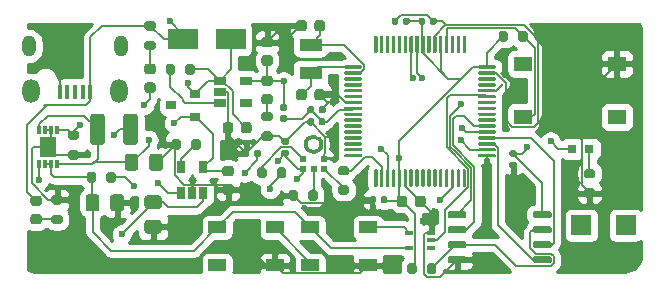
<source format=gtl>
G04 #@! TF.GenerationSoftware,KiCad,Pcbnew,5.1.10-88a1d61d58~90~ubuntu20.04.1*
G04 #@! TF.CreationDate,2022-01-29T20:14:16-05:00*
G04 #@! TF.ProjectId,slg,736c672e-6b69-4636-9164-5f7063625858,v1.0*
G04 #@! TF.SameCoordinates,Original*
G04 #@! TF.FileFunction,Copper,L1,Top*
G04 #@! TF.FilePolarity,Positive*
%FSLAX46Y46*%
G04 Gerber Fmt 4.6, Leading zero omitted, Abs format (unit mm)*
G04 Created by KiCad (PCBNEW 5.1.10-88a1d61d58~90~ubuntu20.04.1) date 2022-01-29 20:14:16*
%MOMM*%
%LPD*%
G01*
G04 APERTURE LIST*
G04 #@! TA.AperFunction,EtchedComponent*
%ADD10C,0.300000*%
G04 #@! TD*
G04 #@! TA.AperFunction,ComponentPad*
%ADD11R,1.700000X1.700000*%
G04 #@! TD*
G04 #@! TA.AperFunction,SMDPad,CuDef*
%ADD12R,1.500000X1.000000*%
G04 #@! TD*
G04 #@! TA.AperFunction,SMDPad,CuDef*
%ADD13R,1.900000X1.100000*%
G04 #@! TD*
G04 #@! TA.AperFunction,SMDPad,CuDef*
%ADD14R,0.650000X0.400000*%
G04 #@! TD*
G04 #@! TA.AperFunction,SMDPad,CuDef*
%ADD15R,1.060000X0.650000*%
G04 #@! TD*
G04 #@! TA.AperFunction,SMDPad,CuDef*
%ADD16R,1.450000X1.750000*%
G04 #@! TD*
G04 #@! TA.AperFunction,SMDPad,CuDef*
%ADD17R,0.300000X0.750000*%
G04 #@! TD*
G04 #@! TA.AperFunction,SMDPad,CuDef*
%ADD18R,0.650000X1.060000*%
G04 #@! TD*
G04 #@! TA.AperFunction,SMDPad,CuDef*
%ADD19R,1.550000X1.300000*%
G04 #@! TD*
G04 #@! TA.AperFunction,SMDPad,CuDef*
%ADD20R,0.900000X0.800000*%
G04 #@! TD*
G04 #@! TA.AperFunction,SMDPad,CuDef*
%ADD21R,0.600000X0.522000*%
G04 #@! TD*
G04 #@! TA.AperFunction,SMDPad,CuDef*
%ADD22C,0.300000*%
G04 #@! TD*
G04 #@! TA.AperFunction,ComponentPad*
%ADD23O,1.150000X1.800000*%
G04 #@! TD*
G04 #@! TA.AperFunction,ComponentPad*
%ADD24O,1.450000X2.000000*%
G04 #@! TD*
G04 #@! TA.AperFunction,SMDPad,CuDef*
%ADD25R,0.450000X1.300000*%
G04 #@! TD*
G04 #@! TA.AperFunction,SMDPad,CuDef*
%ADD26R,0.800000X0.800000*%
G04 #@! TD*
G04 #@! TA.AperFunction,SMDPad,CuDef*
%ADD27R,2.500000X1.800000*%
G04 #@! TD*
G04 #@! TA.AperFunction,ViaPad*
%ADD28C,0.600000*%
G04 #@! TD*
G04 #@! TA.AperFunction,Conductor*
%ADD29C,0.127000*%
G04 #@! TD*
G04 #@! TA.AperFunction,Conductor*
%ADD30C,0.254000*%
G04 #@! TD*
G04 #@! TA.AperFunction,Conductor*
%ADD31C,0.152400*%
G04 #@! TD*
G04 APERTURE END LIST*
D10*
X64289000Y-36576000D02*
G75*
G03*
X64289000Y-36576000I-662000J0D01*
G01*
G04 #@! TA.AperFunction,SMDPad,CuDef*
G36*
G01*
X82175000Y-42695000D02*
X82175000Y-42395000D01*
G75*
G02*
X82325000Y-42245000I150000J0D01*
G01*
X83625000Y-42245000D01*
G75*
G02*
X83775000Y-42395000I0J-150000D01*
G01*
X83775000Y-42695000D01*
G75*
G02*
X83625000Y-42845000I-150000J0D01*
G01*
X82325000Y-42845000D01*
G75*
G02*
X82175000Y-42695000I0J150000D01*
G01*
G37*
G04 #@! TD.AperFunction*
G04 #@! TA.AperFunction,SMDPad,CuDef*
G36*
G01*
X82175000Y-43965000D02*
X82175000Y-43665000D01*
G75*
G02*
X82325000Y-43515000I150000J0D01*
G01*
X83625000Y-43515000D01*
G75*
G02*
X83775000Y-43665000I0J-150000D01*
G01*
X83775000Y-43965000D01*
G75*
G02*
X83625000Y-44115000I-150000J0D01*
G01*
X82325000Y-44115000D01*
G75*
G02*
X82175000Y-43965000I0J150000D01*
G01*
G37*
G04 #@! TD.AperFunction*
G04 #@! TA.AperFunction,SMDPad,CuDef*
G36*
G01*
X82175000Y-45235000D02*
X82175000Y-44935000D01*
G75*
G02*
X82325000Y-44785000I150000J0D01*
G01*
X83625000Y-44785000D01*
G75*
G02*
X83775000Y-44935000I0J-150000D01*
G01*
X83775000Y-45235000D01*
G75*
G02*
X83625000Y-45385000I-150000J0D01*
G01*
X82325000Y-45385000D01*
G75*
G02*
X82175000Y-45235000I0J150000D01*
G01*
G37*
G04 #@! TD.AperFunction*
G04 #@! TA.AperFunction,SMDPad,CuDef*
G36*
G01*
X82175000Y-46505000D02*
X82175000Y-46205000D01*
G75*
G02*
X82325000Y-46055000I150000J0D01*
G01*
X83625000Y-46055000D01*
G75*
G02*
X83775000Y-46205000I0J-150000D01*
G01*
X83775000Y-46505000D01*
G75*
G02*
X83625000Y-46655000I-150000J0D01*
G01*
X82325000Y-46655000D01*
G75*
G02*
X82175000Y-46505000I0J150000D01*
G01*
G37*
G04 #@! TD.AperFunction*
G04 #@! TA.AperFunction,SMDPad,CuDef*
G36*
G01*
X74975000Y-46505000D02*
X74975000Y-46205000D01*
G75*
G02*
X75125000Y-46055000I150000J0D01*
G01*
X76425000Y-46055000D01*
G75*
G02*
X76575000Y-46205000I0J-150000D01*
G01*
X76575000Y-46505000D01*
G75*
G02*
X76425000Y-46655000I-150000J0D01*
G01*
X75125000Y-46655000D01*
G75*
G02*
X74975000Y-46505000I0J150000D01*
G01*
G37*
G04 #@! TD.AperFunction*
G04 #@! TA.AperFunction,SMDPad,CuDef*
G36*
G01*
X74975000Y-45235000D02*
X74975000Y-44935000D01*
G75*
G02*
X75125000Y-44785000I150000J0D01*
G01*
X76425000Y-44785000D01*
G75*
G02*
X76575000Y-44935000I0J-150000D01*
G01*
X76575000Y-45235000D01*
G75*
G02*
X76425000Y-45385000I-150000J0D01*
G01*
X75125000Y-45385000D01*
G75*
G02*
X74975000Y-45235000I0J150000D01*
G01*
G37*
G04 #@! TD.AperFunction*
G04 #@! TA.AperFunction,SMDPad,CuDef*
G36*
G01*
X74975000Y-43965000D02*
X74975000Y-43665000D01*
G75*
G02*
X75125000Y-43515000I150000J0D01*
G01*
X76425000Y-43515000D01*
G75*
G02*
X76575000Y-43665000I0J-150000D01*
G01*
X76575000Y-43965000D01*
G75*
G02*
X76425000Y-44115000I-150000J0D01*
G01*
X75125000Y-44115000D01*
G75*
G02*
X74975000Y-43965000I0J150000D01*
G01*
G37*
G04 #@! TD.AperFunction*
G04 #@! TA.AperFunction,SMDPad,CuDef*
G36*
G01*
X74975000Y-42695000D02*
X74975000Y-42395000D01*
G75*
G02*
X75125000Y-42245000I150000J0D01*
G01*
X76425000Y-42245000D01*
G75*
G02*
X76575000Y-42395000I0J-150000D01*
G01*
X76575000Y-42695000D01*
G75*
G02*
X76425000Y-42845000I-150000J0D01*
G01*
X75125000Y-42845000D01*
G75*
G02*
X74975000Y-42695000I0J150000D01*
G01*
G37*
G04 #@! TD.AperFunction*
G04 #@! TA.AperFunction,SMDPad,CuDef*
G36*
G01*
X68744000Y-28782000D02*
X68744000Y-27457000D01*
G75*
G02*
X68819000Y-27382000I75000J0D01*
G01*
X68969000Y-27382000D01*
G75*
G02*
X69044000Y-27457000I0J-75000D01*
G01*
X69044000Y-28782000D01*
G75*
G02*
X68969000Y-28857000I-75000J0D01*
G01*
X68819000Y-28857000D01*
G75*
G02*
X68744000Y-28782000I0J75000D01*
G01*
G37*
G04 #@! TD.AperFunction*
G04 #@! TA.AperFunction,SMDPad,CuDef*
G36*
G01*
X69244000Y-28782000D02*
X69244000Y-27457000D01*
G75*
G02*
X69319000Y-27382000I75000J0D01*
G01*
X69469000Y-27382000D01*
G75*
G02*
X69544000Y-27457000I0J-75000D01*
G01*
X69544000Y-28782000D01*
G75*
G02*
X69469000Y-28857000I-75000J0D01*
G01*
X69319000Y-28857000D01*
G75*
G02*
X69244000Y-28782000I0J75000D01*
G01*
G37*
G04 #@! TD.AperFunction*
G04 #@! TA.AperFunction,SMDPad,CuDef*
G36*
G01*
X69744000Y-28782000D02*
X69744000Y-27457000D01*
G75*
G02*
X69819000Y-27382000I75000J0D01*
G01*
X69969000Y-27382000D01*
G75*
G02*
X70044000Y-27457000I0J-75000D01*
G01*
X70044000Y-28782000D01*
G75*
G02*
X69969000Y-28857000I-75000J0D01*
G01*
X69819000Y-28857000D01*
G75*
G02*
X69744000Y-28782000I0J75000D01*
G01*
G37*
G04 #@! TD.AperFunction*
G04 #@! TA.AperFunction,SMDPad,CuDef*
G36*
G01*
X70244000Y-28782000D02*
X70244000Y-27457000D01*
G75*
G02*
X70319000Y-27382000I75000J0D01*
G01*
X70469000Y-27382000D01*
G75*
G02*
X70544000Y-27457000I0J-75000D01*
G01*
X70544000Y-28782000D01*
G75*
G02*
X70469000Y-28857000I-75000J0D01*
G01*
X70319000Y-28857000D01*
G75*
G02*
X70244000Y-28782000I0J75000D01*
G01*
G37*
G04 #@! TD.AperFunction*
G04 #@! TA.AperFunction,SMDPad,CuDef*
G36*
G01*
X70744000Y-28782000D02*
X70744000Y-27457000D01*
G75*
G02*
X70819000Y-27382000I75000J0D01*
G01*
X70969000Y-27382000D01*
G75*
G02*
X71044000Y-27457000I0J-75000D01*
G01*
X71044000Y-28782000D01*
G75*
G02*
X70969000Y-28857000I-75000J0D01*
G01*
X70819000Y-28857000D01*
G75*
G02*
X70744000Y-28782000I0J75000D01*
G01*
G37*
G04 #@! TD.AperFunction*
G04 #@! TA.AperFunction,SMDPad,CuDef*
G36*
G01*
X71244000Y-28782000D02*
X71244000Y-27457000D01*
G75*
G02*
X71319000Y-27382000I75000J0D01*
G01*
X71469000Y-27382000D01*
G75*
G02*
X71544000Y-27457000I0J-75000D01*
G01*
X71544000Y-28782000D01*
G75*
G02*
X71469000Y-28857000I-75000J0D01*
G01*
X71319000Y-28857000D01*
G75*
G02*
X71244000Y-28782000I0J75000D01*
G01*
G37*
G04 #@! TD.AperFunction*
G04 #@! TA.AperFunction,SMDPad,CuDef*
G36*
G01*
X71744000Y-28782000D02*
X71744000Y-27457000D01*
G75*
G02*
X71819000Y-27382000I75000J0D01*
G01*
X71969000Y-27382000D01*
G75*
G02*
X72044000Y-27457000I0J-75000D01*
G01*
X72044000Y-28782000D01*
G75*
G02*
X71969000Y-28857000I-75000J0D01*
G01*
X71819000Y-28857000D01*
G75*
G02*
X71744000Y-28782000I0J75000D01*
G01*
G37*
G04 #@! TD.AperFunction*
G04 #@! TA.AperFunction,SMDPad,CuDef*
G36*
G01*
X72244000Y-28782000D02*
X72244000Y-27457000D01*
G75*
G02*
X72319000Y-27382000I75000J0D01*
G01*
X72469000Y-27382000D01*
G75*
G02*
X72544000Y-27457000I0J-75000D01*
G01*
X72544000Y-28782000D01*
G75*
G02*
X72469000Y-28857000I-75000J0D01*
G01*
X72319000Y-28857000D01*
G75*
G02*
X72244000Y-28782000I0J75000D01*
G01*
G37*
G04 #@! TD.AperFunction*
G04 #@! TA.AperFunction,SMDPad,CuDef*
G36*
G01*
X72744000Y-28782000D02*
X72744000Y-27457000D01*
G75*
G02*
X72819000Y-27382000I75000J0D01*
G01*
X72969000Y-27382000D01*
G75*
G02*
X73044000Y-27457000I0J-75000D01*
G01*
X73044000Y-28782000D01*
G75*
G02*
X72969000Y-28857000I-75000J0D01*
G01*
X72819000Y-28857000D01*
G75*
G02*
X72744000Y-28782000I0J75000D01*
G01*
G37*
G04 #@! TD.AperFunction*
G04 #@! TA.AperFunction,SMDPad,CuDef*
G36*
G01*
X73244000Y-28782000D02*
X73244000Y-27457000D01*
G75*
G02*
X73319000Y-27382000I75000J0D01*
G01*
X73469000Y-27382000D01*
G75*
G02*
X73544000Y-27457000I0J-75000D01*
G01*
X73544000Y-28782000D01*
G75*
G02*
X73469000Y-28857000I-75000J0D01*
G01*
X73319000Y-28857000D01*
G75*
G02*
X73244000Y-28782000I0J75000D01*
G01*
G37*
G04 #@! TD.AperFunction*
G04 #@! TA.AperFunction,SMDPad,CuDef*
G36*
G01*
X73744000Y-28782000D02*
X73744000Y-27457000D01*
G75*
G02*
X73819000Y-27382000I75000J0D01*
G01*
X73969000Y-27382000D01*
G75*
G02*
X74044000Y-27457000I0J-75000D01*
G01*
X74044000Y-28782000D01*
G75*
G02*
X73969000Y-28857000I-75000J0D01*
G01*
X73819000Y-28857000D01*
G75*
G02*
X73744000Y-28782000I0J75000D01*
G01*
G37*
G04 #@! TD.AperFunction*
G04 #@! TA.AperFunction,SMDPad,CuDef*
G36*
G01*
X74244000Y-28782000D02*
X74244000Y-27457000D01*
G75*
G02*
X74319000Y-27382000I75000J0D01*
G01*
X74469000Y-27382000D01*
G75*
G02*
X74544000Y-27457000I0J-75000D01*
G01*
X74544000Y-28782000D01*
G75*
G02*
X74469000Y-28857000I-75000J0D01*
G01*
X74319000Y-28857000D01*
G75*
G02*
X74244000Y-28782000I0J75000D01*
G01*
G37*
G04 #@! TD.AperFunction*
G04 #@! TA.AperFunction,SMDPad,CuDef*
G36*
G01*
X74744000Y-28782000D02*
X74744000Y-27457000D01*
G75*
G02*
X74819000Y-27382000I75000J0D01*
G01*
X74969000Y-27382000D01*
G75*
G02*
X75044000Y-27457000I0J-75000D01*
G01*
X75044000Y-28782000D01*
G75*
G02*
X74969000Y-28857000I-75000J0D01*
G01*
X74819000Y-28857000D01*
G75*
G02*
X74744000Y-28782000I0J75000D01*
G01*
G37*
G04 #@! TD.AperFunction*
G04 #@! TA.AperFunction,SMDPad,CuDef*
G36*
G01*
X75244000Y-28782000D02*
X75244000Y-27457000D01*
G75*
G02*
X75319000Y-27382000I75000J0D01*
G01*
X75469000Y-27382000D01*
G75*
G02*
X75544000Y-27457000I0J-75000D01*
G01*
X75544000Y-28782000D01*
G75*
G02*
X75469000Y-28857000I-75000J0D01*
G01*
X75319000Y-28857000D01*
G75*
G02*
X75244000Y-28782000I0J75000D01*
G01*
G37*
G04 #@! TD.AperFunction*
G04 #@! TA.AperFunction,SMDPad,CuDef*
G36*
G01*
X75744000Y-28782000D02*
X75744000Y-27457000D01*
G75*
G02*
X75819000Y-27382000I75000J0D01*
G01*
X75969000Y-27382000D01*
G75*
G02*
X76044000Y-27457000I0J-75000D01*
G01*
X76044000Y-28782000D01*
G75*
G02*
X75969000Y-28857000I-75000J0D01*
G01*
X75819000Y-28857000D01*
G75*
G02*
X75744000Y-28782000I0J75000D01*
G01*
G37*
G04 #@! TD.AperFunction*
G04 #@! TA.AperFunction,SMDPad,CuDef*
G36*
G01*
X76244000Y-28782000D02*
X76244000Y-27457000D01*
G75*
G02*
X76319000Y-27382000I75000J0D01*
G01*
X76469000Y-27382000D01*
G75*
G02*
X76544000Y-27457000I0J-75000D01*
G01*
X76544000Y-28782000D01*
G75*
G02*
X76469000Y-28857000I-75000J0D01*
G01*
X76319000Y-28857000D01*
G75*
G02*
X76244000Y-28782000I0J75000D01*
G01*
G37*
G04 #@! TD.AperFunction*
G04 #@! TA.AperFunction,SMDPad,CuDef*
G36*
G01*
X77569000Y-30107000D02*
X77569000Y-29957000D01*
G75*
G02*
X77644000Y-29882000I75000J0D01*
G01*
X78969000Y-29882000D01*
G75*
G02*
X79044000Y-29957000I0J-75000D01*
G01*
X79044000Y-30107000D01*
G75*
G02*
X78969000Y-30182000I-75000J0D01*
G01*
X77644000Y-30182000D01*
G75*
G02*
X77569000Y-30107000I0J75000D01*
G01*
G37*
G04 #@! TD.AperFunction*
G04 #@! TA.AperFunction,SMDPad,CuDef*
G36*
G01*
X77569000Y-30607000D02*
X77569000Y-30457000D01*
G75*
G02*
X77644000Y-30382000I75000J0D01*
G01*
X78969000Y-30382000D01*
G75*
G02*
X79044000Y-30457000I0J-75000D01*
G01*
X79044000Y-30607000D01*
G75*
G02*
X78969000Y-30682000I-75000J0D01*
G01*
X77644000Y-30682000D01*
G75*
G02*
X77569000Y-30607000I0J75000D01*
G01*
G37*
G04 #@! TD.AperFunction*
G04 #@! TA.AperFunction,SMDPad,CuDef*
G36*
G01*
X77569000Y-31107000D02*
X77569000Y-30957000D01*
G75*
G02*
X77644000Y-30882000I75000J0D01*
G01*
X78969000Y-30882000D01*
G75*
G02*
X79044000Y-30957000I0J-75000D01*
G01*
X79044000Y-31107000D01*
G75*
G02*
X78969000Y-31182000I-75000J0D01*
G01*
X77644000Y-31182000D01*
G75*
G02*
X77569000Y-31107000I0J75000D01*
G01*
G37*
G04 #@! TD.AperFunction*
G04 #@! TA.AperFunction,SMDPad,CuDef*
G36*
G01*
X77569000Y-31607000D02*
X77569000Y-31457000D01*
G75*
G02*
X77644000Y-31382000I75000J0D01*
G01*
X78969000Y-31382000D01*
G75*
G02*
X79044000Y-31457000I0J-75000D01*
G01*
X79044000Y-31607000D01*
G75*
G02*
X78969000Y-31682000I-75000J0D01*
G01*
X77644000Y-31682000D01*
G75*
G02*
X77569000Y-31607000I0J75000D01*
G01*
G37*
G04 #@! TD.AperFunction*
G04 #@! TA.AperFunction,SMDPad,CuDef*
G36*
G01*
X77569000Y-32107000D02*
X77569000Y-31957000D01*
G75*
G02*
X77644000Y-31882000I75000J0D01*
G01*
X78969000Y-31882000D01*
G75*
G02*
X79044000Y-31957000I0J-75000D01*
G01*
X79044000Y-32107000D01*
G75*
G02*
X78969000Y-32182000I-75000J0D01*
G01*
X77644000Y-32182000D01*
G75*
G02*
X77569000Y-32107000I0J75000D01*
G01*
G37*
G04 #@! TD.AperFunction*
G04 #@! TA.AperFunction,SMDPad,CuDef*
G36*
G01*
X77569000Y-32607000D02*
X77569000Y-32457000D01*
G75*
G02*
X77644000Y-32382000I75000J0D01*
G01*
X78969000Y-32382000D01*
G75*
G02*
X79044000Y-32457000I0J-75000D01*
G01*
X79044000Y-32607000D01*
G75*
G02*
X78969000Y-32682000I-75000J0D01*
G01*
X77644000Y-32682000D01*
G75*
G02*
X77569000Y-32607000I0J75000D01*
G01*
G37*
G04 #@! TD.AperFunction*
G04 #@! TA.AperFunction,SMDPad,CuDef*
G36*
G01*
X77569000Y-33107000D02*
X77569000Y-32957000D01*
G75*
G02*
X77644000Y-32882000I75000J0D01*
G01*
X78969000Y-32882000D01*
G75*
G02*
X79044000Y-32957000I0J-75000D01*
G01*
X79044000Y-33107000D01*
G75*
G02*
X78969000Y-33182000I-75000J0D01*
G01*
X77644000Y-33182000D01*
G75*
G02*
X77569000Y-33107000I0J75000D01*
G01*
G37*
G04 #@! TD.AperFunction*
G04 #@! TA.AperFunction,SMDPad,CuDef*
G36*
G01*
X77569000Y-33607000D02*
X77569000Y-33457000D01*
G75*
G02*
X77644000Y-33382000I75000J0D01*
G01*
X78969000Y-33382000D01*
G75*
G02*
X79044000Y-33457000I0J-75000D01*
G01*
X79044000Y-33607000D01*
G75*
G02*
X78969000Y-33682000I-75000J0D01*
G01*
X77644000Y-33682000D01*
G75*
G02*
X77569000Y-33607000I0J75000D01*
G01*
G37*
G04 #@! TD.AperFunction*
G04 #@! TA.AperFunction,SMDPad,CuDef*
G36*
G01*
X77569000Y-34107000D02*
X77569000Y-33957000D01*
G75*
G02*
X77644000Y-33882000I75000J0D01*
G01*
X78969000Y-33882000D01*
G75*
G02*
X79044000Y-33957000I0J-75000D01*
G01*
X79044000Y-34107000D01*
G75*
G02*
X78969000Y-34182000I-75000J0D01*
G01*
X77644000Y-34182000D01*
G75*
G02*
X77569000Y-34107000I0J75000D01*
G01*
G37*
G04 #@! TD.AperFunction*
G04 #@! TA.AperFunction,SMDPad,CuDef*
G36*
G01*
X77569000Y-34607000D02*
X77569000Y-34457000D01*
G75*
G02*
X77644000Y-34382000I75000J0D01*
G01*
X78969000Y-34382000D01*
G75*
G02*
X79044000Y-34457000I0J-75000D01*
G01*
X79044000Y-34607000D01*
G75*
G02*
X78969000Y-34682000I-75000J0D01*
G01*
X77644000Y-34682000D01*
G75*
G02*
X77569000Y-34607000I0J75000D01*
G01*
G37*
G04 #@! TD.AperFunction*
G04 #@! TA.AperFunction,SMDPad,CuDef*
G36*
G01*
X77569000Y-35107000D02*
X77569000Y-34957000D01*
G75*
G02*
X77644000Y-34882000I75000J0D01*
G01*
X78969000Y-34882000D01*
G75*
G02*
X79044000Y-34957000I0J-75000D01*
G01*
X79044000Y-35107000D01*
G75*
G02*
X78969000Y-35182000I-75000J0D01*
G01*
X77644000Y-35182000D01*
G75*
G02*
X77569000Y-35107000I0J75000D01*
G01*
G37*
G04 #@! TD.AperFunction*
G04 #@! TA.AperFunction,SMDPad,CuDef*
G36*
G01*
X77569000Y-35607000D02*
X77569000Y-35457000D01*
G75*
G02*
X77644000Y-35382000I75000J0D01*
G01*
X78969000Y-35382000D01*
G75*
G02*
X79044000Y-35457000I0J-75000D01*
G01*
X79044000Y-35607000D01*
G75*
G02*
X78969000Y-35682000I-75000J0D01*
G01*
X77644000Y-35682000D01*
G75*
G02*
X77569000Y-35607000I0J75000D01*
G01*
G37*
G04 #@! TD.AperFunction*
G04 #@! TA.AperFunction,SMDPad,CuDef*
G36*
G01*
X77569000Y-36107000D02*
X77569000Y-35957000D01*
G75*
G02*
X77644000Y-35882000I75000J0D01*
G01*
X78969000Y-35882000D01*
G75*
G02*
X79044000Y-35957000I0J-75000D01*
G01*
X79044000Y-36107000D01*
G75*
G02*
X78969000Y-36182000I-75000J0D01*
G01*
X77644000Y-36182000D01*
G75*
G02*
X77569000Y-36107000I0J75000D01*
G01*
G37*
G04 #@! TD.AperFunction*
G04 #@! TA.AperFunction,SMDPad,CuDef*
G36*
G01*
X77569000Y-36607000D02*
X77569000Y-36457000D01*
G75*
G02*
X77644000Y-36382000I75000J0D01*
G01*
X78969000Y-36382000D01*
G75*
G02*
X79044000Y-36457000I0J-75000D01*
G01*
X79044000Y-36607000D01*
G75*
G02*
X78969000Y-36682000I-75000J0D01*
G01*
X77644000Y-36682000D01*
G75*
G02*
X77569000Y-36607000I0J75000D01*
G01*
G37*
G04 #@! TD.AperFunction*
G04 #@! TA.AperFunction,SMDPad,CuDef*
G36*
G01*
X77569000Y-37107000D02*
X77569000Y-36957000D01*
G75*
G02*
X77644000Y-36882000I75000J0D01*
G01*
X78969000Y-36882000D01*
G75*
G02*
X79044000Y-36957000I0J-75000D01*
G01*
X79044000Y-37107000D01*
G75*
G02*
X78969000Y-37182000I-75000J0D01*
G01*
X77644000Y-37182000D01*
G75*
G02*
X77569000Y-37107000I0J75000D01*
G01*
G37*
G04 #@! TD.AperFunction*
G04 #@! TA.AperFunction,SMDPad,CuDef*
G36*
G01*
X77569000Y-37607000D02*
X77569000Y-37457000D01*
G75*
G02*
X77644000Y-37382000I75000J0D01*
G01*
X78969000Y-37382000D01*
G75*
G02*
X79044000Y-37457000I0J-75000D01*
G01*
X79044000Y-37607000D01*
G75*
G02*
X78969000Y-37682000I-75000J0D01*
G01*
X77644000Y-37682000D01*
G75*
G02*
X77569000Y-37607000I0J75000D01*
G01*
G37*
G04 #@! TD.AperFunction*
G04 #@! TA.AperFunction,SMDPad,CuDef*
G36*
G01*
X76244000Y-40107000D02*
X76244000Y-38782000D01*
G75*
G02*
X76319000Y-38707000I75000J0D01*
G01*
X76469000Y-38707000D01*
G75*
G02*
X76544000Y-38782000I0J-75000D01*
G01*
X76544000Y-40107000D01*
G75*
G02*
X76469000Y-40182000I-75000J0D01*
G01*
X76319000Y-40182000D01*
G75*
G02*
X76244000Y-40107000I0J75000D01*
G01*
G37*
G04 #@! TD.AperFunction*
G04 #@! TA.AperFunction,SMDPad,CuDef*
G36*
G01*
X75744000Y-40107000D02*
X75744000Y-38782000D01*
G75*
G02*
X75819000Y-38707000I75000J0D01*
G01*
X75969000Y-38707000D01*
G75*
G02*
X76044000Y-38782000I0J-75000D01*
G01*
X76044000Y-40107000D01*
G75*
G02*
X75969000Y-40182000I-75000J0D01*
G01*
X75819000Y-40182000D01*
G75*
G02*
X75744000Y-40107000I0J75000D01*
G01*
G37*
G04 #@! TD.AperFunction*
G04 #@! TA.AperFunction,SMDPad,CuDef*
G36*
G01*
X75244000Y-40107000D02*
X75244000Y-38782000D01*
G75*
G02*
X75319000Y-38707000I75000J0D01*
G01*
X75469000Y-38707000D01*
G75*
G02*
X75544000Y-38782000I0J-75000D01*
G01*
X75544000Y-40107000D01*
G75*
G02*
X75469000Y-40182000I-75000J0D01*
G01*
X75319000Y-40182000D01*
G75*
G02*
X75244000Y-40107000I0J75000D01*
G01*
G37*
G04 #@! TD.AperFunction*
G04 #@! TA.AperFunction,SMDPad,CuDef*
G36*
G01*
X74744000Y-40107000D02*
X74744000Y-38782000D01*
G75*
G02*
X74819000Y-38707000I75000J0D01*
G01*
X74969000Y-38707000D01*
G75*
G02*
X75044000Y-38782000I0J-75000D01*
G01*
X75044000Y-40107000D01*
G75*
G02*
X74969000Y-40182000I-75000J0D01*
G01*
X74819000Y-40182000D01*
G75*
G02*
X74744000Y-40107000I0J75000D01*
G01*
G37*
G04 #@! TD.AperFunction*
G04 #@! TA.AperFunction,SMDPad,CuDef*
G36*
G01*
X74244000Y-40107000D02*
X74244000Y-38782000D01*
G75*
G02*
X74319000Y-38707000I75000J0D01*
G01*
X74469000Y-38707000D01*
G75*
G02*
X74544000Y-38782000I0J-75000D01*
G01*
X74544000Y-40107000D01*
G75*
G02*
X74469000Y-40182000I-75000J0D01*
G01*
X74319000Y-40182000D01*
G75*
G02*
X74244000Y-40107000I0J75000D01*
G01*
G37*
G04 #@! TD.AperFunction*
G04 #@! TA.AperFunction,SMDPad,CuDef*
G36*
G01*
X73744000Y-40107000D02*
X73744000Y-38782000D01*
G75*
G02*
X73819000Y-38707000I75000J0D01*
G01*
X73969000Y-38707000D01*
G75*
G02*
X74044000Y-38782000I0J-75000D01*
G01*
X74044000Y-40107000D01*
G75*
G02*
X73969000Y-40182000I-75000J0D01*
G01*
X73819000Y-40182000D01*
G75*
G02*
X73744000Y-40107000I0J75000D01*
G01*
G37*
G04 #@! TD.AperFunction*
G04 #@! TA.AperFunction,SMDPad,CuDef*
G36*
G01*
X73244000Y-40107000D02*
X73244000Y-38782000D01*
G75*
G02*
X73319000Y-38707000I75000J0D01*
G01*
X73469000Y-38707000D01*
G75*
G02*
X73544000Y-38782000I0J-75000D01*
G01*
X73544000Y-40107000D01*
G75*
G02*
X73469000Y-40182000I-75000J0D01*
G01*
X73319000Y-40182000D01*
G75*
G02*
X73244000Y-40107000I0J75000D01*
G01*
G37*
G04 #@! TD.AperFunction*
G04 #@! TA.AperFunction,SMDPad,CuDef*
G36*
G01*
X72744000Y-40107000D02*
X72744000Y-38782000D01*
G75*
G02*
X72819000Y-38707000I75000J0D01*
G01*
X72969000Y-38707000D01*
G75*
G02*
X73044000Y-38782000I0J-75000D01*
G01*
X73044000Y-40107000D01*
G75*
G02*
X72969000Y-40182000I-75000J0D01*
G01*
X72819000Y-40182000D01*
G75*
G02*
X72744000Y-40107000I0J75000D01*
G01*
G37*
G04 #@! TD.AperFunction*
G04 #@! TA.AperFunction,SMDPad,CuDef*
G36*
G01*
X72244000Y-40107000D02*
X72244000Y-38782000D01*
G75*
G02*
X72319000Y-38707000I75000J0D01*
G01*
X72469000Y-38707000D01*
G75*
G02*
X72544000Y-38782000I0J-75000D01*
G01*
X72544000Y-40107000D01*
G75*
G02*
X72469000Y-40182000I-75000J0D01*
G01*
X72319000Y-40182000D01*
G75*
G02*
X72244000Y-40107000I0J75000D01*
G01*
G37*
G04 #@! TD.AperFunction*
G04 #@! TA.AperFunction,SMDPad,CuDef*
G36*
G01*
X71744000Y-40107000D02*
X71744000Y-38782000D01*
G75*
G02*
X71819000Y-38707000I75000J0D01*
G01*
X71969000Y-38707000D01*
G75*
G02*
X72044000Y-38782000I0J-75000D01*
G01*
X72044000Y-40107000D01*
G75*
G02*
X71969000Y-40182000I-75000J0D01*
G01*
X71819000Y-40182000D01*
G75*
G02*
X71744000Y-40107000I0J75000D01*
G01*
G37*
G04 #@! TD.AperFunction*
G04 #@! TA.AperFunction,SMDPad,CuDef*
G36*
G01*
X71244000Y-40107000D02*
X71244000Y-38782000D01*
G75*
G02*
X71319000Y-38707000I75000J0D01*
G01*
X71469000Y-38707000D01*
G75*
G02*
X71544000Y-38782000I0J-75000D01*
G01*
X71544000Y-40107000D01*
G75*
G02*
X71469000Y-40182000I-75000J0D01*
G01*
X71319000Y-40182000D01*
G75*
G02*
X71244000Y-40107000I0J75000D01*
G01*
G37*
G04 #@! TD.AperFunction*
G04 #@! TA.AperFunction,SMDPad,CuDef*
G36*
G01*
X70744000Y-40107000D02*
X70744000Y-38782000D01*
G75*
G02*
X70819000Y-38707000I75000J0D01*
G01*
X70969000Y-38707000D01*
G75*
G02*
X71044000Y-38782000I0J-75000D01*
G01*
X71044000Y-40107000D01*
G75*
G02*
X70969000Y-40182000I-75000J0D01*
G01*
X70819000Y-40182000D01*
G75*
G02*
X70744000Y-40107000I0J75000D01*
G01*
G37*
G04 #@! TD.AperFunction*
G04 #@! TA.AperFunction,SMDPad,CuDef*
G36*
G01*
X70244000Y-40107000D02*
X70244000Y-38782000D01*
G75*
G02*
X70319000Y-38707000I75000J0D01*
G01*
X70469000Y-38707000D01*
G75*
G02*
X70544000Y-38782000I0J-75000D01*
G01*
X70544000Y-40107000D01*
G75*
G02*
X70469000Y-40182000I-75000J0D01*
G01*
X70319000Y-40182000D01*
G75*
G02*
X70244000Y-40107000I0J75000D01*
G01*
G37*
G04 #@! TD.AperFunction*
G04 #@! TA.AperFunction,SMDPad,CuDef*
G36*
G01*
X69744000Y-40107000D02*
X69744000Y-38782000D01*
G75*
G02*
X69819000Y-38707000I75000J0D01*
G01*
X69969000Y-38707000D01*
G75*
G02*
X70044000Y-38782000I0J-75000D01*
G01*
X70044000Y-40107000D01*
G75*
G02*
X69969000Y-40182000I-75000J0D01*
G01*
X69819000Y-40182000D01*
G75*
G02*
X69744000Y-40107000I0J75000D01*
G01*
G37*
G04 #@! TD.AperFunction*
G04 #@! TA.AperFunction,SMDPad,CuDef*
G36*
G01*
X69244000Y-40107000D02*
X69244000Y-38782000D01*
G75*
G02*
X69319000Y-38707000I75000J0D01*
G01*
X69469000Y-38707000D01*
G75*
G02*
X69544000Y-38782000I0J-75000D01*
G01*
X69544000Y-40107000D01*
G75*
G02*
X69469000Y-40182000I-75000J0D01*
G01*
X69319000Y-40182000D01*
G75*
G02*
X69244000Y-40107000I0J75000D01*
G01*
G37*
G04 #@! TD.AperFunction*
G04 #@! TA.AperFunction,SMDPad,CuDef*
G36*
G01*
X68744000Y-40107000D02*
X68744000Y-38782000D01*
G75*
G02*
X68819000Y-38707000I75000J0D01*
G01*
X68969000Y-38707000D01*
G75*
G02*
X69044000Y-38782000I0J-75000D01*
G01*
X69044000Y-40107000D01*
G75*
G02*
X68969000Y-40182000I-75000J0D01*
G01*
X68819000Y-40182000D01*
G75*
G02*
X68744000Y-40107000I0J75000D01*
G01*
G37*
G04 #@! TD.AperFunction*
G04 #@! TA.AperFunction,SMDPad,CuDef*
G36*
G01*
X66244000Y-37607000D02*
X66244000Y-37457000D01*
G75*
G02*
X66319000Y-37382000I75000J0D01*
G01*
X67644000Y-37382000D01*
G75*
G02*
X67719000Y-37457000I0J-75000D01*
G01*
X67719000Y-37607000D01*
G75*
G02*
X67644000Y-37682000I-75000J0D01*
G01*
X66319000Y-37682000D01*
G75*
G02*
X66244000Y-37607000I0J75000D01*
G01*
G37*
G04 #@! TD.AperFunction*
G04 #@! TA.AperFunction,SMDPad,CuDef*
G36*
G01*
X66244000Y-37107000D02*
X66244000Y-36957000D01*
G75*
G02*
X66319000Y-36882000I75000J0D01*
G01*
X67644000Y-36882000D01*
G75*
G02*
X67719000Y-36957000I0J-75000D01*
G01*
X67719000Y-37107000D01*
G75*
G02*
X67644000Y-37182000I-75000J0D01*
G01*
X66319000Y-37182000D01*
G75*
G02*
X66244000Y-37107000I0J75000D01*
G01*
G37*
G04 #@! TD.AperFunction*
G04 #@! TA.AperFunction,SMDPad,CuDef*
G36*
G01*
X66244000Y-36607000D02*
X66244000Y-36457000D01*
G75*
G02*
X66319000Y-36382000I75000J0D01*
G01*
X67644000Y-36382000D01*
G75*
G02*
X67719000Y-36457000I0J-75000D01*
G01*
X67719000Y-36607000D01*
G75*
G02*
X67644000Y-36682000I-75000J0D01*
G01*
X66319000Y-36682000D01*
G75*
G02*
X66244000Y-36607000I0J75000D01*
G01*
G37*
G04 #@! TD.AperFunction*
G04 #@! TA.AperFunction,SMDPad,CuDef*
G36*
G01*
X66244000Y-36107000D02*
X66244000Y-35957000D01*
G75*
G02*
X66319000Y-35882000I75000J0D01*
G01*
X67644000Y-35882000D01*
G75*
G02*
X67719000Y-35957000I0J-75000D01*
G01*
X67719000Y-36107000D01*
G75*
G02*
X67644000Y-36182000I-75000J0D01*
G01*
X66319000Y-36182000D01*
G75*
G02*
X66244000Y-36107000I0J75000D01*
G01*
G37*
G04 #@! TD.AperFunction*
G04 #@! TA.AperFunction,SMDPad,CuDef*
G36*
G01*
X66244000Y-35607000D02*
X66244000Y-35457000D01*
G75*
G02*
X66319000Y-35382000I75000J0D01*
G01*
X67644000Y-35382000D01*
G75*
G02*
X67719000Y-35457000I0J-75000D01*
G01*
X67719000Y-35607000D01*
G75*
G02*
X67644000Y-35682000I-75000J0D01*
G01*
X66319000Y-35682000D01*
G75*
G02*
X66244000Y-35607000I0J75000D01*
G01*
G37*
G04 #@! TD.AperFunction*
G04 #@! TA.AperFunction,SMDPad,CuDef*
G36*
G01*
X66244000Y-35107000D02*
X66244000Y-34957000D01*
G75*
G02*
X66319000Y-34882000I75000J0D01*
G01*
X67644000Y-34882000D01*
G75*
G02*
X67719000Y-34957000I0J-75000D01*
G01*
X67719000Y-35107000D01*
G75*
G02*
X67644000Y-35182000I-75000J0D01*
G01*
X66319000Y-35182000D01*
G75*
G02*
X66244000Y-35107000I0J75000D01*
G01*
G37*
G04 #@! TD.AperFunction*
G04 #@! TA.AperFunction,SMDPad,CuDef*
G36*
G01*
X66244000Y-34607000D02*
X66244000Y-34457000D01*
G75*
G02*
X66319000Y-34382000I75000J0D01*
G01*
X67644000Y-34382000D01*
G75*
G02*
X67719000Y-34457000I0J-75000D01*
G01*
X67719000Y-34607000D01*
G75*
G02*
X67644000Y-34682000I-75000J0D01*
G01*
X66319000Y-34682000D01*
G75*
G02*
X66244000Y-34607000I0J75000D01*
G01*
G37*
G04 #@! TD.AperFunction*
G04 #@! TA.AperFunction,SMDPad,CuDef*
G36*
G01*
X66244000Y-34107000D02*
X66244000Y-33957000D01*
G75*
G02*
X66319000Y-33882000I75000J0D01*
G01*
X67644000Y-33882000D01*
G75*
G02*
X67719000Y-33957000I0J-75000D01*
G01*
X67719000Y-34107000D01*
G75*
G02*
X67644000Y-34182000I-75000J0D01*
G01*
X66319000Y-34182000D01*
G75*
G02*
X66244000Y-34107000I0J75000D01*
G01*
G37*
G04 #@! TD.AperFunction*
G04 #@! TA.AperFunction,SMDPad,CuDef*
G36*
G01*
X66244000Y-33607000D02*
X66244000Y-33457000D01*
G75*
G02*
X66319000Y-33382000I75000J0D01*
G01*
X67644000Y-33382000D01*
G75*
G02*
X67719000Y-33457000I0J-75000D01*
G01*
X67719000Y-33607000D01*
G75*
G02*
X67644000Y-33682000I-75000J0D01*
G01*
X66319000Y-33682000D01*
G75*
G02*
X66244000Y-33607000I0J75000D01*
G01*
G37*
G04 #@! TD.AperFunction*
G04 #@! TA.AperFunction,SMDPad,CuDef*
G36*
G01*
X66244000Y-33107000D02*
X66244000Y-32957000D01*
G75*
G02*
X66319000Y-32882000I75000J0D01*
G01*
X67644000Y-32882000D01*
G75*
G02*
X67719000Y-32957000I0J-75000D01*
G01*
X67719000Y-33107000D01*
G75*
G02*
X67644000Y-33182000I-75000J0D01*
G01*
X66319000Y-33182000D01*
G75*
G02*
X66244000Y-33107000I0J75000D01*
G01*
G37*
G04 #@! TD.AperFunction*
G04 #@! TA.AperFunction,SMDPad,CuDef*
G36*
G01*
X66244000Y-32607000D02*
X66244000Y-32457000D01*
G75*
G02*
X66319000Y-32382000I75000J0D01*
G01*
X67644000Y-32382000D01*
G75*
G02*
X67719000Y-32457000I0J-75000D01*
G01*
X67719000Y-32607000D01*
G75*
G02*
X67644000Y-32682000I-75000J0D01*
G01*
X66319000Y-32682000D01*
G75*
G02*
X66244000Y-32607000I0J75000D01*
G01*
G37*
G04 #@! TD.AperFunction*
G04 #@! TA.AperFunction,SMDPad,CuDef*
G36*
G01*
X66244000Y-32107000D02*
X66244000Y-31957000D01*
G75*
G02*
X66319000Y-31882000I75000J0D01*
G01*
X67644000Y-31882000D01*
G75*
G02*
X67719000Y-31957000I0J-75000D01*
G01*
X67719000Y-32107000D01*
G75*
G02*
X67644000Y-32182000I-75000J0D01*
G01*
X66319000Y-32182000D01*
G75*
G02*
X66244000Y-32107000I0J75000D01*
G01*
G37*
G04 #@! TD.AperFunction*
G04 #@! TA.AperFunction,SMDPad,CuDef*
G36*
G01*
X66244000Y-31607000D02*
X66244000Y-31457000D01*
G75*
G02*
X66319000Y-31382000I75000J0D01*
G01*
X67644000Y-31382000D01*
G75*
G02*
X67719000Y-31457000I0J-75000D01*
G01*
X67719000Y-31607000D01*
G75*
G02*
X67644000Y-31682000I-75000J0D01*
G01*
X66319000Y-31682000D01*
G75*
G02*
X66244000Y-31607000I0J75000D01*
G01*
G37*
G04 #@! TD.AperFunction*
G04 #@! TA.AperFunction,SMDPad,CuDef*
G36*
G01*
X66244000Y-31107000D02*
X66244000Y-30957000D01*
G75*
G02*
X66319000Y-30882000I75000J0D01*
G01*
X67644000Y-30882000D01*
G75*
G02*
X67719000Y-30957000I0J-75000D01*
G01*
X67719000Y-31107000D01*
G75*
G02*
X67644000Y-31182000I-75000J0D01*
G01*
X66319000Y-31182000D01*
G75*
G02*
X66244000Y-31107000I0J75000D01*
G01*
G37*
G04 #@! TD.AperFunction*
G04 #@! TA.AperFunction,SMDPad,CuDef*
G36*
G01*
X66244000Y-30607000D02*
X66244000Y-30457000D01*
G75*
G02*
X66319000Y-30382000I75000J0D01*
G01*
X67644000Y-30382000D01*
G75*
G02*
X67719000Y-30457000I0J-75000D01*
G01*
X67719000Y-30607000D01*
G75*
G02*
X67644000Y-30682000I-75000J0D01*
G01*
X66319000Y-30682000D01*
G75*
G02*
X66244000Y-30607000I0J75000D01*
G01*
G37*
G04 #@! TD.AperFunction*
G04 #@! TA.AperFunction,SMDPad,CuDef*
G36*
G01*
X66244000Y-30107000D02*
X66244000Y-29957000D01*
G75*
G02*
X66319000Y-29882000I75000J0D01*
G01*
X67644000Y-29882000D01*
G75*
G02*
X67719000Y-29957000I0J-75000D01*
G01*
X67719000Y-30107000D01*
G75*
G02*
X67644000Y-30182000I-75000J0D01*
G01*
X66319000Y-30182000D01*
G75*
G02*
X66244000Y-30107000I0J75000D01*
G01*
G37*
G04 #@! TD.AperFunction*
D11*
X86296500Y-43434000D03*
D12*
X55462000Y-43612000D03*
X55462000Y-46812000D03*
X60362000Y-43612000D03*
X60362000Y-46812000D03*
G04 #@! TA.AperFunction,SMDPad,CuDef*
G36*
G01*
X59940000Y-28377000D02*
X59440000Y-28377000D01*
G75*
G02*
X59215000Y-28152000I0J225000D01*
G01*
X59215000Y-27702000D01*
G75*
G02*
X59440000Y-27477000I225000J0D01*
G01*
X59940000Y-27477000D01*
G75*
G02*
X60165000Y-27702000I0J-225000D01*
G01*
X60165000Y-28152000D01*
G75*
G02*
X59940000Y-28377000I-225000J0D01*
G01*
G37*
G04 #@! TD.AperFunction*
G04 #@! TA.AperFunction,SMDPad,CuDef*
G36*
G01*
X59940000Y-29927000D02*
X59440000Y-29927000D01*
G75*
G02*
X59215000Y-29702000I0J225000D01*
G01*
X59215000Y-29252000D01*
G75*
G02*
X59440000Y-29027000I225000J0D01*
G01*
X59940000Y-29027000D01*
G75*
G02*
X60165000Y-29252000I0J-225000D01*
G01*
X60165000Y-29702000D01*
G75*
G02*
X59940000Y-29927000I-225000J0D01*
G01*
G37*
G04 #@! TD.AperFunction*
D13*
X63373000Y-30542000D03*
X63373000Y-28132000D03*
D14*
X71694000Y-45354000D03*
X71694000Y-44054000D03*
X73594000Y-44704000D03*
X73594000Y-44054000D03*
X73594000Y-45354000D03*
D15*
X57869000Y-31181000D03*
X57869000Y-33081000D03*
X55669000Y-33081000D03*
X55669000Y-32131000D03*
X55669000Y-31181000D03*
D16*
X41148000Y-36830000D03*
D17*
X41898000Y-38280000D03*
X41398000Y-38280000D03*
X40898000Y-38280000D03*
X40398000Y-38280000D03*
X40398000Y-35380000D03*
X40898000Y-35380000D03*
X41398000Y-35380000D03*
X41898000Y-35380000D03*
D18*
X52390000Y-38524000D03*
X54290000Y-38524000D03*
X54290000Y-40724000D03*
X53340000Y-40724000D03*
X52390000Y-40724000D03*
D11*
X90043000Y-43434000D03*
D19*
X89319000Y-34254000D03*
X81369000Y-34254000D03*
X89319000Y-29754000D03*
X81369000Y-29754000D03*
G04 #@! TA.AperFunction,SMDPad,CuDef*
G36*
G01*
X63163000Y-41169000D02*
X63163000Y-40619000D01*
G75*
G02*
X63363000Y-40419000I200000J0D01*
G01*
X63763000Y-40419000D01*
G75*
G02*
X63963000Y-40619000I0J-200000D01*
G01*
X63963000Y-41169000D01*
G75*
G02*
X63763000Y-41369000I-200000J0D01*
G01*
X63363000Y-41369000D01*
G75*
G02*
X63163000Y-41169000I0J200000D01*
G01*
G37*
G04 #@! TD.AperFunction*
G04 #@! TA.AperFunction,SMDPad,CuDef*
G36*
G01*
X61513000Y-41169000D02*
X61513000Y-40619000D01*
G75*
G02*
X61713000Y-40419000I200000J0D01*
G01*
X62113000Y-40419000D01*
G75*
G02*
X62313000Y-40619000I0J-200000D01*
G01*
X62313000Y-41169000D01*
G75*
G02*
X62113000Y-41369000I-200000J0D01*
G01*
X61713000Y-41369000D01*
G75*
G02*
X61513000Y-41169000I0J200000D01*
G01*
G37*
G04 #@! TD.AperFunction*
G04 #@! TA.AperFunction,SMDPad,CuDef*
G36*
G01*
X73196000Y-47392000D02*
X73196000Y-46842000D01*
G75*
G02*
X73396000Y-46642000I200000J0D01*
G01*
X73796000Y-46642000D01*
G75*
G02*
X73996000Y-46842000I0J-200000D01*
G01*
X73996000Y-47392000D01*
G75*
G02*
X73796000Y-47592000I-200000J0D01*
G01*
X73396000Y-47592000D01*
G75*
G02*
X73196000Y-47392000I0J200000D01*
G01*
G37*
G04 #@! TD.AperFunction*
G04 #@! TA.AperFunction,SMDPad,CuDef*
G36*
G01*
X71546000Y-47392000D02*
X71546000Y-46842000D01*
G75*
G02*
X71746000Y-46642000I200000J0D01*
G01*
X72146000Y-46642000D01*
G75*
G02*
X72346000Y-46842000I0J-200000D01*
G01*
X72346000Y-47392000D01*
G75*
G02*
X72146000Y-47592000I-200000J0D01*
G01*
X71746000Y-47592000D01*
G75*
G02*
X71546000Y-47392000I0J200000D01*
G01*
G37*
G04 #@! TD.AperFunction*
G04 #@! TA.AperFunction,SMDPad,CuDef*
G36*
G01*
X59646000Y-38714000D02*
X59646000Y-39264000D01*
G75*
G02*
X59446000Y-39464000I-200000J0D01*
G01*
X59046000Y-39464000D01*
G75*
G02*
X58846000Y-39264000I0J200000D01*
G01*
X58846000Y-38714000D01*
G75*
G02*
X59046000Y-38514000I200000J0D01*
G01*
X59446000Y-38514000D01*
G75*
G02*
X59646000Y-38714000I0J-200000D01*
G01*
G37*
G04 #@! TD.AperFunction*
G04 #@! TA.AperFunction,SMDPad,CuDef*
G36*
G01*
X61296000Y-38714000D02*
X61296000Y-39264000D01*
G75*
G02*
X61096000Y-39464000I-200000J0D01*
G01*
X60696000Y-39464000D01*
G75*
G02*
X60496000Y-39264000I0J200000D01*
G01*
X60496000Y-38714000D01*
G75*
G02*
X60696000Y-38514000I200000J0D01*
G01*
X61096000Y-38514000D01*
G75*
G02*
X61296000Y-38714000I0J-200000D01*
G01*
G37*
G04 #@! TD.AperFunction*
G04 #@! TA.AperFunction,SMDPad,CuDef*
G36*
G01*
X66442000Y-39199000D02*
X65892000Y-39199000D01*
G75*
G02*
X65692000Y-38999000I0J200000D01*
G01*
X65692000Y-38599000D01*
G75*
G02*
X65892000Y-38399000I200000J0D01*
G01*
X66442000Y-38399000D01*
G75*
G02*
X66642000Y-38599000I0J-200000D01*
G01*
X66642000Y-38999000D01*
G75*
G02*
X66442000Y-39199000I-200000J0D01*
G01*
G37*
G04 #@! TD.AperFunction*
G04 #@! TA.AperFunction,SMDPad,CuDef*
G36*
G01*
X66442000Y-40849000D02*
X65892000Y-40849000D01*
G75*
G02*
X65692000Y-40649000I0J200000D01*
G01*
X65692000Y-40249000D01*
G75*
G02*
X65892000Y-40049000I200000J0D01*
G01*
X66442000Y-40049000D01*
G75*
G02*
X66642000Y-40249000I0J-200000D01*
G01*
X66642000Y-40649000D01*
G75*
G02*
X66442000Y-40849000I-200000J0D01*
G01*
G37*
G04 #@! TD.AperFunction*
G04 #@! TA.AperFunction,SMDPad,CuDef*
G36*
G01*
X80943000Y-27707000D02*
X80943000Y-27157000D01*
G75*
G02*
X81143000Y-26957000I200000J0D01*
G01*
X81543000Y-26957000D01*
G75*
G02*
X81743000Y-27157000I0J-200000D01*
G01*
X81743000Y-27707000D01*
G75*
G02*
X81543000Y-27907000I-200000J0D01*
G01*
X81143000Y-27907000D01*
G75*
G02*
X80943000Y-27707000I0J200000D01*
G01*
G37*
G04 #@! TD.AperFunction*
G04 #@! TA.AperFunction,SMDPad,CuDef*
G36*
G01*
X79293000Y-27707000D02*
X79293000Y-27157000D01*
G75*
G02*
X79493000Y-26957000I200000J0D01*
G01*
X79893000Y-26957000D01*
G75*
G02*
X80093000Y-27157000I0J-200000D01*
G01*
X80093000Y-27707000D01*
G75*
G02*
X79893000Y-27907000I-200000J0D01*
G01*
X79493000Y-27907000D01*
G75*
G02*
X79293000Y-27707000I0J200000D01*
G01*
G37*
G04 #@! TD.AperFunction*
G04 #@! TA.AperFunction,SMDPad,CuDef*
G36*
G01*
X86720000Y-40303000D02*
X87270000Y-40303000D01*
G75*
G02*
X87470000Y-40503000I0J-200000D01*
G01*
X87470000Y-40903000D01*
G75*
G02*
X87270000Y-41103000I-200000J0D01*
G01*
X86720000Y-41103000D01*
G75*
G02*
X86520000Y-40903000I0J200000D01*
G01*
X86520000Y-40503000D01*
G75*
G02*
X86720000Y-40303000I200000J0D01*
G01*
G37*
G04 #@! TD.AperFunction*
G04 #@! TA.AperFunction,SMDPad,CuDef*
G36*
G01*
X86720000Y-38653000D02*
X87270000Y-38653000D01*
G75*
G02*
X87470000Y-38853000I0J-200000D01*
G01*
X87470000Y-39253000D01*
G75*
G02*
X87270000Y-39453000I-200000J0D01*
G01*
X86720000Y-39453000D01*
G75*
G02*
X86520000Y-39253000I0J200000D01*
G01*
X86520000Y-38853000D01*
G75*
G02*
X86720000Y-38653000I200000J0D01*
G01*
G37*
G04 #@! TD.AperFunction*
G04 #@! TA.AperFunction,SMDPad,CuDef*
G36*
G01*
X59415000Y-35477000D02*
X59965000Y-35477000D01*
G75*
G02*
X60165000Y-35677000I0J-200000D01*
G01*
X60165000Y-36077000D01*
G75*
G02*
X59965000Y-36277000I-200000J0D01*
G01*
X59415000Y-36277000D01*
G75*
G02*
X59215000Y-36077000I0J200000D01*
G01*
X59215000Y-35677000D01*
G75*
G02*
X59415000Y-35477000I200000J0D01*
G01*
G37*
G04 #@! TD.AperFunction*
G04 #@! TA.AperFunction,SMDPad,CuDef*
G36*
G01*
X59415000Y-33827000D02*
X59965000Y-33827000D01*
G75*
G02*
X60165000Y-34027000I0J-200000D01*
G01*
X60165000Y-34427000D01*
G75*
G02*
X59965000Y-34627000I-200000J0D01*
G01*
X59415000Y-34627000D01*
G75*
G02*
X59215000Y-34427000I0J200000D01*
G01*
X59215000Y-34027000D01*
G75*
G02*
X59415000Y-33827000I200000J0D01*
G01*
G37*
G04 #@! TD.AperFunction*
G04 #@! TA.AperFunction,SMDPad,CuDef*
G36*
G01*
X43032000Y-35415000D02*
X43582000Y-35415000D01*
G75*
G02*
X43782000Y-35615000I0J-200000D01*
G01*
X43782000Y-36015000D01*
G75*
G02*
X43582000Y-36215000I-200000J0D01*
G01*
X43032000Y-36215000D01*
G75*
G02*
X42832000Y-36015000I0J200000D01*
G01*
X42832000Y-35615000D01*
G75*
G02*
X43032000Y-35415000I200000J0D01*
G01*
G37*
G04 #@! TD.AperFunction*
G04 #@! TA.AperFunction,SMDPad,CuDef*
G36*
G01*
X43032000Y-37065000D02*
X43582000Y-37065000D01*
G75*
G02*
X43782000Y-37265000I0J-200000D01*
G01*
X43782000Y-37665000D01*
G75*
G02*
X43582000Y-37865000I-200000J0D01*
G01*
X43032000Y-37865000D01*
G75*
G02*
X42832000Y-37665000I0J200000D01*
G01*
X42832000Y-37265000D01*
G75*
G02*
X43032000Y-37065000I200000J0D01*
G01*
G37*
G04 #@! TD.AperFunction*
G04 #@! TA.AperFunction,SMDPad,CuDef*
G36*
G01*
X46082000Y-39645000D02*
X46082000Y-39095000D01*
G75*
G02*
X46282000Y-38895000I200000J0D01*
G01*
X46682000Y-38895000D01*
G75*
G02*
X46882000Y-39095000I0J-200000D01*
G01*
X46882000Y-39645000D01*
G75*
G02*
X46682000Y-39845000I-200000J0D01*
G01*
X46282000Y-39845000D01*
G75*
G02*
X46082000Y-39645000I0J200000D01*
G01*
G37*
G04 #@! TD.AperFunction*
G04 #@! TA.AperFunction,SMDPad,CuDef*
G36*
G01*
X44432000Y-39645000D02*
X44432000Y-39095000D01*
G75*
G02*
X44632000Y-38895000I200000J0D01*
G01*
X45032000Y-38895000D01*
G75*
G02*
X45232000Y-39095000I0J-200000D01*
G01*
X45232000Y-39645000D01*
G75*
G02*
X45032000Y-39845000I-200000J0D01*
G01*
X44632000Y-39845000D01*
G75*
G02*
X44432000Y-39645000I0J200000D01*
G01*
G37*
G04 #@! TD.AperFunction*
G04 #@! TA.AperFunction,SMDPad,CuDef*
G36*
G01*
X52749000Y-30501000D02*
X52749000Y-29951000D01*
G75*
G02*
X52949000Y-29751000I200000J0D01*
G01*
X53349000Y-29751000D01*
G75*
G02*
X53549000Y-29951000I0J-200000D01*
G01*
X53549000Y-30501000D01*
G75*
G02*
X53349000Y-30701000I-200000J0D01*
G01*
X52949000Y-30701000D01*
G75*
G02*
X52749000Y-30501000I0J200000D01*
G01*
G37*
G04 #@! TD.AperFunction*
G04 #@! TA.AperFunction,SMDPad,CuDef*
G36*
G01*
X51099000Y-30501000D02*
X51099000Y-29951000D01*
G75*
G02*
X51299000Y-29751000I200000J0D01*
G01*
X51699000Y-29751000D01*
G75*
G02*
X51899000Y-29951000I0J-200000D01*
G01*
X51899000Y-30501000D01*
G75*
G02*
X51699000Y-30701000I-200000J0D01*
G01*
X51299000Y-30701000D01*
G75*
G02*
X51099000Y-30501000I0J200000D01*
G01*
G37*
G04 #@! TD.AperFunction*
G04 #@! TA.AperFunction,SMDPad,CuDef*
G36*
G01*
X50059000Y-26944000D02*
X49509000Y-26944000D01*
G75*
G02*
X49309000Y-26744000I0J200000D01*
G01*
X49309000Y-26344000D01*
G75*
G02*
X49509000Y-26144000I200000J0D01*
G01*
X50059000Y-26144000D01*
G75*
G02*
X50259000Y-26344000I0J-200000D01*
G01*
X50259000Y-26744000D01*
G75*
G02*
X50059000Y-26944000I-200000J0D01*
G01*
G37*
G04 #@! TD.AperFunction*
G04 #@! TA.AperFunction,SMDPad,CuDef*
G36*
G01*
X50059000Y-28594000D02*
X49509000Y-28594000D01*
G75*
G02*
X49309000Y-28394000I0J200000D01*
G01*
X49309000Y-27994000D01*
G75*
G02*
X49509000Y-27794000I200000J0D01*
G01*
X50059000Y-27794000D01*
G75*
G02*
X50259000Y-27994000I0J-200000D01*
G01*
X50259000Y-28394000D01*
G75*
G02*
X50059000Y-28594000I-200000J0D01*
G01*
G37*
G04 #@! TD.AperFunction*
G04 #@! TA.AperFunction,SMDPad,CuDef*
G36*
G01*
X52407000Y-36301000D02*
X52407000Y-36851000D01*
G75*
G02*
X52207000Y-37051000I-200000J0D01*
G01*
X51807000Y-37051000D01*
G75*
G02*
X51607000Y-36851000I0J200000D01*
G01*
X51607000Y-36301000D01*
G75*
G02*
X51807000Y-36101000I200000J0D01*
G01*
X52207000Y-36101000D01*
G75*
G02*
X52407000Y-36301000I0J-200000D01*
G01*
G37*
G04 #@! TD.AperFunction*
G04 #@! TA.AperFunction,SMDPad,CuDef*
G36*
G01*
X54057000Y-36301000D02*
X54057000Y-36851000D01*
G75*
G02*
X53857000Y-37051000I-200000J0D01*
G01*
X53457000Y-37051000D01*
G75*
G02*
X53257000Y-36851000I0J200000D01*
G01*
X53257000Y-36301000D01*
G75*
G02*
X53457000Y-36101000I200000J0D01*
G01*
X53857000Y-36101000D01*
G75*
G02*
X54057000Y-36301000I0J-200000D01*
G01*
G37*
G04 #@! TD.AperFunction*
G04 #@! TA.AperFunction,SMDPad,CuDef*
G36*
G01*
X42185000Y-41676000D02*
X41635000Y-41676000D01*
G75*
G02*
X41435000Y-41476000I0J200000D01*
G01*
X41435000Y-41076000D01*
G75*
G02*
X41635000Y-40876000I200000J0D01*
G01*
X42185000Y-40876000D01*
G75*
G02*
X42385000Y-41076000I0J-200000D01*
G01*
X42385000Y-41476000D01*
G75*
G02*
X42185000Y-41676000I-200000J0D01*
G01*
G37*
G04 #@! TD.AperFunction*
G04 #@! TA.AperFunction,SMDPad,CuDef*
G36*
G01*
X42185000Y-43326000D02*
X41635000Y-43326000D01*
G75*
G02*
X41435000Y-43126000I0J200000D01*
G01*
X41435000Y-42726000D01*
G75*
G02*
X41635000Y-42526000I200000J0D01*
G01*
X42185000Y-42526000D01*
G75*
G02*
X42385000Y-42726000I0J-200000D01*
G01*
X42385000Y-43126000D01*
G75*
G02*
X42185000Y-43326000I-200000J0D01*
G01*
G37*
G04 #@! TD.AperFunction*
D20*
X51578000Y-33274000D03*
X53578000Y-32324000D03*
X53578000Y-34224000D03*
D21*
X63627000Y-38650000D03*
X62727000Y-38650000D03*
X62727000Y-37828000D03*
X64527000Y-37828000D03*
X64527000Y-38650000D03*
D22*
X62965000Y-36576000D03*
X64289000Y-36576000D03*
X63627000Y-37238000D03*
X63627000Y-35914000D03*
G04 #@! TA.AperFunction,SMDPad,CuDef*
G36*
G01*
X60914500Y-34099000D02*
X61259500Y-34099000D01*
G75*
G02*
X61407000Y-34246500I0J-147500D01*
G01*
X61407000Y-34541500D01*
G75*
G02*
X61259500Y-34689000I-147500J0D01*
G01*
X60914500Y-34689000D01*
G75*
G02*
X60767000Y-34541500I0J147500D01*
G01*
X60767000Y-34246500D01*
G75*
G02*
X60914500Y-34099000I147500J0D01*
G01*
G37*
G04 #@! TD.AperFunction*
G04 #@! TA.AperFunction,SMDPad,CuDef*
G36*
G01*
X60914500Y-33129000D02*
X61259500Y-33129000D01*
G75*
G02*
X61407000Y-33276500I0J-147500D01*
G01*
X61407000Y-33571500D01*
G75*
G02*
X61259500Y-33719000I-147500J0D01*
G01*
X60914500Y-33719000D01*
G75*
G02*
X60767000Y-33571500I0J147500D01*
G01*
X60767000Y-33276500D01*
G75*
G02*
X60914500Y-33129000I147500J0D01*
G01*
G37*
G04 #@! TD.AperFunction*
G04 #@! TA.AperFunction,SMDPad,CuDef*
G36*
G01*
X47511000Y-36381000D02*
X47511000Y-34231000D01*
G75*
G02*
X47761000Y-33981000I250000J0D01*
G01*
X48511000Y-33981000D01*
G75*
G02*
X48761000Y-34231000I0J-250000D01*
G01*
X48761000Y-36381000D01*
G75*
G02*
X48511000Y-36631000I-250000J0D01*
G01*
X47761000Y-36631000D01*
G75*
G02*
X47511000Y-36381000I0J250000D01*
G01*
G37*
G04 #@! TD.AperFunction*
G04 #@! TA.AperFunction,SMDPad,CuDef*
G36*
G01*
X44711000Y-36381000D02*
X44711000Y-34231000D01*
G75*
G02*
X44961000Y-33981000I250000J0D01*
G01*
X45711000Y-33981000D01*
G75*
G02*
X45961000Y-34231000I0J-250000D01*
G01*
X45961000Y-36381000D01*
G75*
G02*
X45711000Y-36631000I-250000J0D01*
G01*
X44961000Y-36631000D01*
G75*
G02*
X44711000Y-36381000I0J250000D01*
G01*
G37*
G04 #@! TD.AperFunction*
D23*
X39559000Y-28276000D03*
X47309000Y-28276000D03*
D24*
X39709000Y-32076000D03*
X47159000Y-32076000D03*
D25*
X42134000Y-32126000D03*
X42784000Y-32126000D03*
X43434000Y-32126000D03*
X44084000Y-32126000D03*
X44734000Y-32126000D03*
D12*
X63336000Y-43612000D03*
X63336000Y-46812000D03*
X68236000Y-43612000D03*
X68236000Y-46812000D03*
D26*
X85483000Y-36957000D03*
X86983000Y-36957000D03*
G04 #@! TA.AperFunction,SMDPad,CuDef*
G36*
G01*
X59946250Y-31628500D02*
X59433750Y-31628500D01*
G75*
G02*
X59215000Y-31409750I0J218750D01*
G01*
X59215000Y-30972250D01*
G75*
G02*
X59433750Y-30753500I218750J0D01*
G01*
X59946250Y-30753500D01*
G75*
G02*
X60165000Y-30972250I0J-218750D01*
G01*
X60165000Y-31409750D01*
G75*
G02*
X59946250Y-31628500I-218750J0D01*
G01*
G37*
G04 #@! TD.AperFunction*
G04 #@! TA.AperFunction,SMDPad,CuDef*
G36*
G01*
X59946250Y-33203500D02*
X59433750Y-33203500D01*
G75*
G02*
X59215000Y-32984750I0J218750D01*
G01*
X59215000Y-32547250D01*
G75*
G02*
X59433750Y-32328500I218750J0D01*
G01*
X59946250Y-32328500D01*
G75*
G02*
X60165000Y-32547250I0J-218750D01*
G01*
X60165000Y-32984750D01*
G75*
G02*
X59946250Y-33203500I-218750J0D01*
G01*
G37*
G04 #@! TD.AperFunction*
G04 #@! TA.AperFunction,SMDPad,CuDef*
G36*
G01*
X50040250Y-30638000D02*
X49527750Y-30638000D01*
G75*
G02*
X49309000Y-30419250I0J218750D01*
G01*
X49309000Y-29981750D01*
G75*
G02*
X49527750Y-29763000I218750J0D01*
G01*
X50040250Y-29763000D01*
G75*
G02*
X50259000Y-29981750I0J-218750D01*
G01*
X50259000Y-30419250D01*
G75*
G02*
X50040250Y-30638000I-218750J0D01*
G01*
G37*
G04 #@! TD.AperFunction*
G04 #@! TA.AperFunction,SMDPad,CuDef*
G36*
G01*
X50040250Y-32213000D02*
X49527750Y-32213000D01*
G75*
G02*
X49309000Y-31994250I0J218750D01*
G01*
X49309000Y-31556750D01*
G75*
G02*
X49527750Y-31338000I218750J0D01*
G01*
X50040250Y-31338000D01*
G75*
G02*
X50259000Y-31556750I0J-218750D01*
G01*
X50259000Y-31994250D01*
G75*
G02*
X50040250Y-32213000I-218750J0D01*
G01*
G37*
G04 #@! TD.AperFunction*
D27*
X52610000Y-27686000D03*
X56610000Y-27686000D03*
G04 #@! TA.AperFunction,SMDPad,CuDef*
G36*
G01*
X40388250Y-41788500D02*
X39875750Y-41788500D01*
G75*
G02*
X39657000Y-41569750I0J218750D01*
G01*
X39657000Y-41132250D01*
G75*
G02*
X39875750Y-40913500I218750J0D01*
G01*
X40388250Y-40913500D01*
G75*
G02*
X40607000Y-41132250I0J-218750D01*
G01*
X40607000Y-41569750D01*
G75*
G02*
X40388250Y-41788500I-218750J0D01*
G01*
G37*
G04 #@! TD.AperFunction*
G04 #@! TA.AperFunction,SMDPad,CuDef*
G36*
G01*
X40388250Y-43363500D02*
X39875750Y-43363500D01*
G75*
G02*
X39657000Y-43144750I0J218750D01*
G01*
X39657000Y-42707250D01*
G75*
G02*
X39875750Y-42488500I218750J0D01*
G01*
X40388250Y-42488500D01*
G75*
G02*
X40607000Y-42707250I0J-218750D01*
G01*
X40607000Y-43144750D01*
G75*
G02*
X40388250Y-43363500I-218750J0D01*
G01*
G37*
G04 #@! TD.AperFunction*
G04 #@! TA.AperFunction,SMDPad,CuDef*
G36*
G01*
X63048000Y-26293000D02*
X63048000Y-26793000D01*
G75*
G02*
X62823000Y-27018000I-225000J0D01*
G01*
X62373000Y-27018000D01*
G75*
G02*
X62148000Y-26793000I0J225000D01*
G01*
X62148000Y-26293000D01*
G75*
G02*
X62373000Y-26068000I225000J0D01*
G01*
X62823000Y-26068000D01*
G75*
G02*
X63048000Y-26293000I0J-225000D01*
G01*
G37*
G04 #@! TD.AperFunction*
G04 #@! TA.AperFunction,SMDPad,CuDef*
G36*
G01*
X64598000Y-26293000D02*
X64598000Y-26793000D01*
G75*
G02*
X64373000Y-27018000I-225000J0D01*
G01*
X63923000Y-27018000D01*
G75*
G02*
X63698000Y-26793000I0J225000D01*
G01*
X63698000Y-26293000D01*
G75*
G02*
X63923000Y-26068000I225000J0D01*
G01*
X64373000Y-26068000D01*
G75*
G02*
X64598000Y-26293000I0J-225000D01*
G01*
G37*
G04 #@! TD.AperFunction*
G04 #@! TA.AperFunction,SMDPad,CuDef*
G36*
G01*
X63698000Y-32635000D02*
X63698000Y-32135000D01*
G75*
G02*
X63923000Y-31910000I225000J0D01*
G01*
X64373000Y-31910000D01*
G75*
G02*
X64598000Y-32135000I0J-225000D01*
G01*
X64598000Y-32635000D01*
G75*
G02*
X64373000Y-32860000I-225000J0D01*
G01*
X63923000Y-32860000D01*
G75*
G02*
X63698000Y-32635000I0J225000D01*
G01*
G37*
G04 #@! TD.AperFunction*
G04 #@! TA.AperFunction,SMDPad,CuDef*
G36*
G01*
X62148000Y-32635000D02*
X62148000Y-32135000D01*
G75*
G02*
X62373000Y-31910000I225000J0D01*
G01*
X62823000Y-31910000D01*
G75*
G02*
X63048000Y-32135000I0J-225000D01*
G01*
X63048000Y-32635000D01*
G75*
G02*
X62823000Y-32860000I-225000J0D01*
G01*
X62373000Y-32860000D01*
G75*
G02*
X62148000Y-32635000I0J225000D01*
G01*
G37*
G04 #@! TD.AperFunction*
G04 #@! TA.AperFunction,SMDPad,CuDef*
G36*
G01*
X61384000Y-36630000D02*
X61044000Y-36630000D01*
G75*
G02*
X60904000Y-36490000I0J140000D01*
G01*
X60904000Y-36210000D01*
G75*
G02*
X61044000Y-36070000I140000J0D01*
G01*
X61384000Y-36070000D01*
G75*
G02*
X61524000Y-36210000I0J-140000D01*
G01*
X61524000Y-36490000D01*
G75*
G02*
X61384000Y-36630000I-140000J0D01*
G01*
G37*
G04 #@! TD.AperFunction*
G04 #@! TA.AperFunction,SMDPad,CuDef*
G36*
G01*
X61384000Y-37590000D02*
X61044000Y-37590000D01*
G75*
G02*
X60904000Y-37450000I0J140000D01*
G01*
X60904000Y-37170000D01*
G75*
G02*
X61044000Y-37030000I140000J0D01*
G01*
X61384000Y-37030000D01*
G75*
G02*
X61524000Y-37170000I0J-140000D01*
G01*
X61524000Y-37450000D01*
G75*
G02*
X61384000Y-37590000I-140000J0D01*
G01*
G37*
G04 #@! TD.AperFunction*
G04 #@! TA.AperFunction,SMDPad,CuDef*
G36*
G01*
X58192000Y-37168000D02*
X58192000Y-37508000D01*
G75*
G02*
X58052000Y-37648000I-140000J0D01*
G01*
X57772000Y-37648000D01*
G75*
G02*
X57632000Y-37508000I0J140000D01*
G01*
X57632000Y-37168000D01*
G75*
G02*
X57772000Y-37028000I140000J0D01*
G01*
X58052000Y-37028000D01*
G75*
G02*
X58192000Y-37168000I0J-140000D01*
G01*
G37*
G04 #@! TD.AperFunction*
G04 #@! TA.AperFunction,SMDPad,CuDef*
G36*
G01*
X59152000Y-37168000D02*
X59152000Y-37508000D01*
G75*
G02*
X59012000Y-37648000I-140000J0D01*
G01*
X58732000Y-37648000D01*
G75*
G02*
X58592000Y-37508000I0J140000D01*
G01*
X58592000Y-37168000D01*
G75*
G02*
X58732000Y-37028000I140000J0D01*
G01*
X59012000Y-37028000D01*
G75*
G02*
X59152000Y-37168000I0J-140000D01*
G01*
G37*
G04 #@! TD.AperFunction*
G04 #@! TA.AperFunction,SMDPad,CuDef*
G36*
G01*
X63653000Y-34501000D02*
X63653000Y-34841000D01*
G75*
G02*
X63513000Y-34981000I-140000J0D01*
G01*
X63233000Y-34981000D01*
G75*
G02*
X63093000Y-34841000I0J140000D01*
G01*
X63093000Y-34501000D01*
G75*
G02*
X63233000Y-34361000I140000J0D01*
G01*
X63513000Y-34361000D01*
G75*
G02*
X63653000Y-34501000I0J-140000D01*
G01*
G37*
G04 #@! TD.AperFunction*
G04 #@! TA.AperFunction,SMDPad,CuDef*
G36*
G01*
X64613000Y-34501000D02*
X64613000Y-34841000D01*
G75*
G02*
X64473000Y-34981000I-140000J0D01*
G01*
X64193000Y-34981000D01*
G75*
G02*
X64053000Y-34841000I0J140000D01*
G01*
X64053000Y-34501000D01*
G75*
G02*
X64193000Y-34361000I140000J0D01*
G01*
X64473000Y-34361000D01*
G75*
G02*
X64613000Y-34501000I0J-140000D01*
G01*
G37*
G04 #@! TD.AperFunction*
G04 #@! TA.AperFunction,SMDPad,CuDef*
G36*
G01*
X64053000Y-33825000D02*
X64053000Y-33485000D01*
G75*
G02*
X64193000Y-33345000I140000J0D01*
G01*
X64473000Y-33345000D01*
G75*
G02*
X64613000Y-33485000I0J-140000D01*
G01*
X64613000Y-33825000D01*
G75*
G02*
X64473000Y-33965000I-140000J0D01*
G01*
X64193000Y-33965000D01*
G75*
G02*
X64053000Y-33825000I0J140000D01*
G01*
G37*
G04 #@! TD.AperFunction*
G04 #@! TA.AperFunction,SMDPad,CuDef*
G36*
G01*
X63093000Y-33825000D02*
X63093000Y-33485000D01*
G75*
G02*
X63233000Y-33345000I140000J0D01*
G01*
X63513000Y-33345000D01*
G75*
G02*
X63653000Y-33485000I0J-140000D01*
G01*
X63653000Y-33825000D01*
G75*
G02*
X63513000Y-33965000I-140000J0D01*
G01*
X63233000Y-33965000D01*
G75*
G02*
X63093000Y-33825000I0J140000D01*
G01*
G37*
G04 #@! TD.AperFunction*
G04 #@! TA.AperFunction,SMDPad,CuDef*
G36*
G01*
X73479000Y-26332000D02*
X73479000Y-25992000D01*
G75*
G02*
X73619000Y-25852000I140000J0D01*
G01*
X73899000Y-25852000D01*
G75*
G02*
X74039000Y-25992000I0J-140000D01*
G01*
X74039000Y-26332000D01*
G75*
G02*
X73899000Y-26472000I-140000J0D01*
G01*
X73619000Y-26472000D01*
G75*
G02*
X73479000Y-26332000I0J140000D01*
G01*
G37*
G04 #@! TD.AperFunction*
G04 #@! TA.AperFunction,SMDPad,CuDef*
G36*
G01*
X72519000Y-26332000D02*
X72519000Y-25992000D01*
G75*
G02*
X72659000Y-25852000I140000J0D01*
G01*
X72939000Y-25852000D01*
G75*
G02*
X73079000Y-25992000I0J-140000D01*
G01*
X73079000Y-26332000D01*
G75*
G02*
X72939000Y-26472000I-140000J0D01*
G01*
X72659000Y-26472000D01*
G75*
G02*
X72519000Y-26332000I0J140000D01*
G01*
G37*
G04 #@! TD.AperFunction*
G04 #@! TA.AperFunction,SMDPad,CuDef*
G36*
G01*
X68916000Y-41105000D02*
X68916000Y-41445000D01*
G75*
G02*
X68776000Y-41585000I-140000J0D01*
G01*
X68496000Y-41585000D01*
G75*
G02*
X68356000Y-41445000I0J140000D01*
G01*
X68356000Y-41105000D01*
G75*
G02*
X68496000Y-40965000I140000J0D01*
G01*
X68776000Y-40965000D01*
G75*
G02*
X68916000Y-41105000I0J-140000D01*
G01*
G37*
G04 #@! TD.AperFunction*
G04 #@! TA.AperFunction,SMDPad,CuDef*
G36*
G01*
X69876000Y-41105000D02*
X69876000Y-41445000D01*
G75*
G02*
X69736000Y-41585000I-140000J0D01*
G01*
X69456000Y-41585000D01*
G75*
G02*
X69316000Y-41445000I0J140000D01*
G01*
X69316000Y-41105000D01*
G75*
G02*
X69456000Y-40965000I140000J0D01*
G01*
X69736000Y-40965000D01*
G75*
G02*
X69876000Y-41105000I0J-140000D01*
G01*
G37*
G04 #@! TD.AperFunction*
G04 #@! TA.AperFunction,SMDPad,CuDef*
G36*
G01*
X80348000Y-38046000D02*
X80688000Y-38046000D01*
G75*
G02*
X80828000Y-38186000I0J-140000D01*
G01*
X80828000Y-38466000D01*
G75*
G02*
X80688000Y-38606000I-140000J0D01*
G01*
X80348000Y-38606000D01*
G75*
G02*
X80208000Y-38466000I0J140000D01*
G01*
X80208000Y-38186000D01*
G75*
G02*
X80348000Y-38046000I140000J0D01*
G01*
G37*
G04 #@! TD.AperFunction*
G04 #@! TA.AperFunction,SMDPad,CuDef*
G36*
G01*
X80348000Y-37086000D02*
X80688000Y-37086000D01*
G75*
G02*
X80828000Y-37226000I0J-140000D01*
G01*
X80828000Y-37506000D01*
G75*
G02*
X80688000Y-37646000I-140000J0D01*
G01*
X80348000Y-37646000D01*
G75*
G02*
X80208000Y-37506000I0J140000D01*
G01*
X80208000Y-37226000D01*
G75*
G02*
X80348000Y-37086000I140000J0D01*
G01*
G37*
G04 #@! TD.AperFunction*
G04 #@! TA.AperFunction,SMDPad,CuDef*
G36*
G01*
X70793000Y-25992000D02*
X70793000Y-26332000D01*
G75*
G02*
X70653000Y-26472000I-140000J0D01*
G01*
X70373000Y-26472000D01*
G75*
G02*
X70233000Y-26332000I0J140000D01*
G01*
X70233000Y-25992000D01*
G75*
G02*
X70373000Y-25852000I140000J0D01*
G01*
X70653000Y-25852000D01*
G75*
G02*
X70793000Y-25992000I0J-140000D01*
G01*
G37*
G04 #@! TD.AperFunction*
G04 #@! TA.AperFunction,SMDPad,CuDef*
G36*
G01*
X71753000Y-25992000D02*
X71753000Y-26332000D01*
G75*
G02*
X71613000Y-26472000I-140000J0D01*
G01*
X71333000Y-26472000D01*
G75*
G02*
X71193000Y-26332000I0J140000D01*
G01*
X71193000Y-25992000D01*
G75*
G02*
X71333000Y-25852000I140000J0D01*
G01*
X71613000Y-25852000D01*
G75*
G02*
X71753000Y-25992000I0J-140000D01*
G01*
G37*
G04 #@! TD.AperFunction*
G04 #@! TA.AperFunction,SMDPad,CuDef*
G36*
G01*
X72207000Y-41652000D02*
X72207000Y-41152000D01*
G75*
G02*
X72432000Y-40927000I225000J0D01*
G01*
X72882000Y-40927000D01*
G75*
G02*
X73107000Y-41152000I0J-225000D01*
G01*
X73107000Y-41652000D01*
G75*
G02*
X72882000Y-41877000I-225000J0D01*
G01*
X72432000Y-41877000D01*
G75*
G02*
X72207000Y-41652000I0J225000D01*
G01*
G37*
G04 #@! TD.AperFunction*
G04 #@! TA.AperFunction,SMDPad,CuDef*
G36*
G01*
X70657000Y-41652000D02*
X70657000Y-41152000D01*
G75*
G02*
X70882000Y-40927000I225000J0D01*
G01*
X71332000Y-40927000D01*
G75*
G02*
X71557000Y-41152000I0J-225000D01*
G01*
X71557000Y-41652000D01*
G75*
G02*
X71332000Y-41877000I-225000J0D01*
G01*
X70882000Y-41877000D01*
G75*
G02*
X70657000Y-41652000I0J225000D01*
G01*
G37*
G04 #@! TD.AperFunction*
G04 #@! TA.AperFunction,SMDPad,CuDef*
G36*
G01*
X46402500Y-42004000D02*
X46402500Y-41054000D01*
G75*
G02*
X46652500Y-40804000I250000J0D01*
G01*
X47327500Y-40804000D01*
G75*
G02*
X47577500Y-41054000I0J-250000D01*
G01*
X47577500Y-42004000D01*
G75*
G02*
X47327500Y-42254000I-250000J0D01*
G01*
X46652500Y-42254000D01*
G75*
G02*
X46402500Y-42004000I0J250000D01*
G01*
G37*
G04 #@! TD.AperFunction*
G04 #@! TA.AperFunction,SMDPad,CuDef*
G36*
G01*
X44327500Y-42004000D02*
X44327500Y-41054000D01*
G75*
G02*
X44577500Y-40804000I250000J0D01*
G01*
X45252500Y-40804000D01*
G75*
G02*
X45502500Y-41054000I0J-250000D01*
G01*
X45502500Y-42004000D01*
G75*
G02*
X45252500Y-42254000I-250000J0D01*
G01*
X44577500Y-42254000D01*
G75*
G02*
X44327500Y-42004000I0J250000D01*
G01*
G37*
G04 #@! TD.AperFunction*
G04 #@! TA.AperFunction,SMDPad,CuDef*
G36*
G01*
X49563000Y-42973500D02*
X50513000Y-42973500D01*
G75*
G02*
X50763000Y-43223500I0J-250000D01*
G01*
X50763000Y-43898500D01*
G75*
G02*
X50513000Y-44148500I-250000J0D01*
G01*
X49563000Y-44148500D01*
G75*
G02*
X49313000Y-43898500I0J250000D01*
G01*
X49313000Y-43223500D01*
G75*
G02*
X49563000Y-42973500I250000J0D01*
G01*
G37*
G04 #@! TD.AperFunction*
G04 #@! TA.AperFunction,SMDPad,CuDef*
G36*
G01*
X49563000Y-40898500D02*
X50513000Y-40898500D01*
G75*
G02*
X50763000Y-41148500I0J-250000D01*
G01*
X50763000Y-41823500D01*
G75*
G02*
X50513000Y-42073500I-250000J0D01*
G01*
X49563000Y-42073500D01*
G75*
G02*
X49313000Y-41823500I0J250000D01*
G01*
X49313000Y-41148500D01*
G75*
G02*
X49563000Y-40898500I250000J0D01*
G01*
G37*
G04 #@! TD.AperFunction*
G04 #@! TA.AperFunction,SMDPad,CuDef*
G36*
G01*
X56825000Y-34929000D02*
X56825000Y-35429000D01*
G75*
G02*
X56600000Y-35654000I-225000J0D01*
G01*
X56150000Y-35654000D01*
G75*
G02*
X55925000Y-35429000I0J225000D01*
G01*
X55925000Y-34929000D01*
G75*
G02*
X56150000Y-34704000I225000J0D01*
G01*
X56600000Y-34704000D01*
G75*
G02*
X56825000Y-34929000I0J-225000D01*
G01*
G37*
G04 #@! TD.AperFunction*
G04 #@! TA.AperFunction,SMDPad,CuDef*
G36*
G01*
X58375000Y-34929000D02*
X58375000Y-35429000D01*
G75*
G02*
X58150000Y-35654000I-225000J0D01*
G01*
X57700000Y-35654000D01*
G75*
G02*
X57475000Y-35429000I0J225000D01*
G01*
X57475000Y-34929000D01*
G75*
G02*
X57700000Y-34704000I225000J0D01*
G01*
X58150000Y-34704000D01*
G75*
G02*
X58375000Y-34929000I0J-225000D01*
G01*
G37*
G04 #@! TD.AperFunction*
G04 #@! TA.AperFunction,SMDPad,CuDef*
G36*
G01*
X49704500Y-38575000D02*
X49704500Y-37625000D01*
G75*
G02*
X49954500Y-37375000I250000J0D01*
G01*
X50629500Y-37375000D01*
G75*
G02*
X50879500Y-37625000I0J-250000D01*
G01*
X50879500Y-38575000D01*
G75*
G02*
X50629500Y-38825000I-250000J0D01*
G01*
X49954500Y-38825000D01*
G75*
G02*
X49704500Y-38575000I0J250000D01*
G01*
G37*
G04 #@! TD.AperFunction*
G04 #@! TA.AperFunction,SMDPad,CuDef*
G36*
G01*
X47629500Y-38575000D02*
X47629500Y-37625000D01*
G75*
G02*
X47879500Y-37375000I250000J0D01*
G01*
X48554500Y-37375000D01*
G75*
G02*
X48804500Y-37625000I0J-250000D01*
G01*
X48804500Y-38575000D01*
G75*
G02*
X48554500Y-38825000I-250000J0D01*
G01*
X47879500Y-38825000D01*
G75*
G02*
X47629500Y-38575000I0J250000D01*
G01*
G37*
G04 #@! TD.AperFunction*
G04 #@! TA.AperFunction,SMDPad,CuDef*
G36*
G01*
X56138000Y-39949000D02*
X56638000Y-39949000D01*
G75*
G02*
X56863000Y-40174000I0J-225000D01*
G01*
X56863000Y-40624000D01*
G75*
G02*
X56638000Y-40849000I-225000J0D01*
G01*
X56138000Y-40849000D01*
G75*
G02*
X55913000Y-40624000I0J225000D01*
G01*
X55913000Y-40174000D01*
G75*
G02*
X56138000Y-39949000I225000J0D01*
G01*
G37*
G04 #@! TD.AperFunction*
G04 #@! TA.AperFunction,SMDPad,CuDef*
G36*
G01*
X56138000Y-38399000D02*
X56638000Y-38399000D01*
G75*
G02*
X56863000Y-38624000I0J-225000D01*
G01*
X56863000Y-39074000D01*
G75*
G02*
X56638000Y-39299000I-225000J0D01*
G01*
X56138000Y-39299000D01*
G75*
G02*
X55913000Y-39074000I0J225000D01*
G01*
X55913000Y-38624000D01*
G75*
G02*
X56138000Y-38399000I225000J0D01*
G01*
G37*
G04 #@! TD.AperFunction*
D28*
X42672000Y-29591000D03*
X51816000Y-43307000D03*
X48387000Y-41656000D03*
X78306500Y-39168500D03*
X80518000Y-39370000D03*
X61468000Y-27559000D03*
X65278000Y-33020000D03*
X65151000Y-35560000D03*
X58420000Y-45593000D03*
X58420000Y-41529000D03*
X66294000Y-42418000D03*
X72898000Y-43053000D03*
X84010500Y-34607500D03*
X51816000Y-34798000D03*
X51435000Y-26162000D03*
X49657000Y-36195000D03*
X52959000Y-31369000D03*
X47371000Y-44196000D03*
X62230000Y-39497000D03*
X76073000Y-36195000D03*
X70866000Y-37755058D03*
X57785000Y-38989000D03*
X61087000Y-31242000D03*
X60579000Y-37973000D03*
X81661000Y-36830000D03*
X50419000Y-39878000D03*
X49276000Y-33274000D03*
X83693000Y-36322000D03*
X74295000Y-41275000D03*
X46736000Y-35814000D03*
X40386000Y-39624000D03*
X43815000Y-34925000D03*
X48387000Y-40132000D03*
X59944000Y-40386000D03*
X69342000Y-36957000D03*
X72771000Y-30988000D03*
X72009000Y-30988000D03*
X76073000Y-33147000D03*
X76200000Y-35179000D03*
D29*
X66560000Y-33032000D02*
X66981500Y-33032000D01*
X65429000Y-32131000D02*
X64148000Y-32131000D01*
X41398000Y-35380000D02*
X41398000Y-35012098D01*
X41398000Y-36580000D02*
X41148000Y-36830000D01*
X41398000Y-35380000D02*
X41398000Y-36580000D01*
X50483000Y-38100000D02*
X52007000Y-36576000D01*
X50292000Y-38100000D02*
X50483000Y-38100000D01*
X43307000Y-37465000D02*
X43434000Y-37465000D01*
X41783000Y-37465000D02*
X41148000Y-36830000D01*
X43307000Y-37465000D02*
X41783000Y-37465000D01*
X41149000Y-41276000D02*
X41910000Y-41276000D01*
X39751000Y-36957000D02*
X39751000Y-39878000D01*
X39878000Y-36830000D02*
X39751000Y-36957000D01*
X39751000Y-39878000D02*
X41149000Y-41276000D01*
X41148000Y-36830000D02*
X39878000Y-36830000D01*
X42134000Y-32126000D02*
X42134000Y-30129000D01*
X42134000Y-30129000D02*
X42672000Y-29591000D01*
X50038000Y-43561000D02*
X51562000Y-43561000D01*
X51562000Y-43561000D02*
X51816000Y-43307000D01*
X47117000Y-41656000D02*
X46990000Y-41529000D01*
X48387000Y-41656000D02*
X47117000Y-41656000D01*
X55992499Y-40003499D02*
X56388000Y-40399000D01*
X53403501Y-40003499D02*
X55992499Y-40003499D01*
X53340000Y-40067000D02*
X53403501Y-40003499D01*
X56389501Y-32194501D02*
X56326000Y-32131000D01*
X56326000Y-32131000D02*
X55669000Y-32131000D01*
X56389501Y-35164499D02*
X56389501Y-32194501D01*
X56375000Y-35179000D02*
X56389501Y-35164499D01*
X56375000Y-35801000D02*
X57912000Y-37338000D01*
X56375000Y-35179000D02*
X56375000Y-35801000D01*
X59373000Y-35877000D02*
X57912000Y-37338000D01*
X59690000Y-35877000D02*
X59373000Y-35877000D01*
X73594000Y-42339000D02*
X72657000Y-41402000D01*
X73594000Y-44054000D02*
X73594000Y-42339000D01*
X71394000Y-40139000D02*
X72657000Y-41402000D01*
X71394000Y-39444500D02*
X71394000Y-40139000D01*
X79883009Y-31341785D02*
X79073224Y-30532000D01*
X80441599Y-35094501D02*
X79883009Y-34535911D01*
X82296401Y-35094501D02*
X80441599Y-35094501D01*
X79073224Y-30532000D02*
X78306500Y-30532000D01*
X82588510Y-34802392D02*
X82296401Y-35094501D01*
X79883009Y-34535911D02*
X79883009Y-31341785D01*
X81450745Y-26512481D02*
X82588510Y-27650246D01*
X73894000Y-27382000D02*
X74763519Y-26512481D01*
X73894000Y-28119500D02*
X73894000Y-27382000D01*
X66330000Y-33032000D02*
X66981500Y-33032000D01*
X65429000Y-32131000D02*
X66330000Y-33032000D01*
X64632064Y-35930064D02*
X63373000Y-34671000D01*
X64632064Y-37334936D02*
X64632064Y-35930064D01*
X64527000Y-37440000D02*
X64632064Y-37334936D01*
X64527000Y-37828000D02*
X64527000Y-37440000D01*
X60741000Y-35877000D02*
X61214000Y-36350000D01*
X59690000Y-35877000D02*
X60741000Y-35877000D01*
X63373000Y-34671000D02*
X63373000Y-34615000D01*
X74483038Y-26162000D02*
X74833519Y-26512481D01*
X73759000Y-26162000D02*
X74483038Y-26162000D01*
X74833519Y-26512481D02*
X81450745Y-26512481D01*
X74763519Y-26512481D02*
X74833519Y-26512481D01*
X73258490Y-25661490D02*
X73759000Y-26162000D01*
X71013510Y-25661490D02*
X73258490Y-25661490D01*
X70513000Y-26162000D02*
X71013510Y-25661490D01*
X78306500Y-37532000D02*
X78306500Y-38809500D01*
X78306500Y-38809500D02*
X78306500Y-39168500D01*
X80518000Y-38326000D02*
X80518000Y-39370000D01*
X86329490Y-32743510D02*
X89319000Y-29754000D01*
X86329490Y-39996266D02*
X86329490Y-32743510D01*
X86995000Y-40661776D02*
X86329490Y-39996266D01*
X86995000Y-40703000D02*
X86995000Y-40661776D01*
X61074000Y-26543000D02*
X59690000Y-27927000D01*
X62598000Y-26543000D02*
X61074000Y-26543000D01*
X62598000Y-26543000D02*
X62484000Y-26543000D01*
X62484000Y-26543000D02*
X61468000Y-27559000D01*
X64783000Y-33020000D02*
X64148000Y-32385000D01*
X64333000Y-33584000D02*
X64897000Y-33020000D01*
X64333000Y-33655000D02*
X64333000Y-33584000D01*
X64897000Y-33020000D02*
X64783000Y-33020000D01*
X65278000Y-33020000D02*
X64897000Y-33020000D01*
X62893000Y-34671000D02*
X61214000Y-36350000D01*
X63373000Y-34671000D02*
X62893000Y-34671000D01*
X64780936Y-35930064D02*
X65151000Y-35560000D01*
X64632064Y-35930064D02*
X64780936Y-35930064D01*
X53340000Y-40067000D02*
X53340000Y-40724000D01*
X53276499Y-40003499D02*
X53340000Y-40067000D01*
X52671597Y-40003499D02*
X53276499Y-40003499D01*
X51874499Y-39206401D02*
X52671597Y-40003499D01*
X51874499Y-36708501D02*
X51874499Y-39206401D01*
X52007000Y-36576000D02*
X51874499Y-36708501D01*
X60362000Y-46812000D02*
X59639000Y-46812000D01*
X59639000Y-46812000D02*
X58420000Y-45593000D01*
X67545499Y-47502501D02*
X68236000Y-46812000D01*
X61052501Y-47502501D02*
X67545499Y-47502501D01*
X60362000Y-46812000D02*
X61052501Y-47502501D01*
X73142000Y-44054000D02*
X73594000Y-44054000D01*
X73005490Y-44190510D02*
X73142000Y-44054000D01*
X73005490Y-47553754D02*
X73005490Y-44190510D01*
X73234246Y-47782510D02*
X73005490Y-47553754D01*
X74347490Y-47782510D02*
X73234246Y-47782510D01*
X75775000Y-46355000D02*
X74347490Y-47782510D01*
X62578510Y-41559510D02*
X61913000Y-40894000D01*
X68351490Y-41559510D02*
X62578510Y-41559510D01*
X68636000Y-41275000D02*
X68351490Y-41559510D01*
X68351490Y-41559510D02*
X67152490Y-41559510D01*
X67152490Y-41559510D02*
X66294000Y-42418000D01*
X73594000Y-42357000D02*
X73594000Y-42339000D01*
X72898000Y-43053000D02*
X73594000Y-42357000D01*
X82613500Y-34607500D02*
X82588510Y-34632490D01*
X84010500Y-34607500D02*
X82613500Y-34607500D01*
X82588510Y-34632490D02*
X82588510Y-34802392D01*
X82588510Y-27650246D02*
X82588510Y-34632490D01*
X40898000Y-35380000D02*
X41398000Y-35380000D01*
X44734000Y-32903000D02*
X44363000Y-33274000D01*
X44734000Y-32126000D02*
X44734000Y-32903000D01*
X40767000Y-33528000D02*
X39370000Y-34925000D01*
X39370000Y-40589000D02*
X40132000Y-41351000D01*
X39370000Y-34925000D02*
X39370000Y-40589000D01*
X40767000Y-33528000D02*
X41021000Y-33274000D01*
X41021000Y-33274000D02*
X40767000Y-33274000D01*
X44363000Y-33274000D02*
X41021000Y-33274000D01*
X53578000Y-34224000D02*
X53655000Y-34224000D01*
X53655000Y-34224000D02*
X55118000Y-35687000D01*
X55118000Y-37696000D02*
X54290000Y-38524000D01*
X55118000Y-35687000D02*
X55118000Y-37696000D01*
X54615000Y-38849000D02*
X54290000Y-38524000D01*
X56388000Y-38849000D02*
X54615000Y-38849000D01*
X50926000Y-27686000D02*
X49784000Y-26544000D01*
X52610000Y-27686000D02*
X50926000Y-27686000D01*
X53578000Y-34224000D02*
X52390000Y-34224000D01*
X52390000Y-34224000D02*
X51816000Y-34798000D01*
X52610000Y-27337000D02*
X52610000Y-27686000D01*
X51435000Y-26162000D02*
X52610000Y-27337000D01*
X46100000Y-26544000D02*
X49784000Y-26544000D01*
X45719000Y-26544000D02*
X46100000Y-26544000D01*
X44734000Y-27529000D02*
X45719000Y-26544000D01*
X44734000Y-32126000D02*
X44734000Y-27529000D01*
X56610000Y-30240000D02*
X55669000Y-31181000D01*
X56610000Y-27686000D02*
X56610000Y-30240000D01*
X54714000Y-30226000D02*
X55669000Y-31181000D01*
X53149000Y-30226000D02*
X54714000Y-30226000D01*
X54721000Y-31181000D02*
X55669000Y-31181000D01*
X53578000Y-32324000D02*
X54721000Y-31181000D01*
X55916902Y-31181000D02*
X56769000Y-32033098D01*
X55669000Y-31181000D02*
X55916902Y-31181000D01*
X44196000Y-34166000D02*
X45336000Y-35306000D01*
X44196000Y-34163000D02*
X44196000Y-34166000D01*
X40398000Y-34878000D02*
X41113000Y-34163000D01*
X41113000Y-34163000D02*
X44196000Y-34163000D01*
X40398000Y-35380000D02*
X40398000Y-34878000D01*
X44905000Y-38280000D02*
X45336000Y-37849000D01*
X45336000Y-37849000D02*
X45336000Y-35306000D01*
X41898000Y-38280000D02*
X44905000Y-38280000D01*
X45085000Y-38100000D02*
X44905000Y-38280000D01*
X48217000Y-38100000D02*
X45085000Y-38100000D01*
X48217000Y-38100000D02*
X48260000Y-38100000D01*
X49657000Y-36703000D02*
X49657000Y-36195000D01*
X48260000Y-38100000D02*
X49657000Y-36703000D01*
X52959000Y-31705000D02*
X53578000Y-32324000D01*
X52959000Y-31369000D02*
X52959000Y-31705000D01*
X56769000Y-34023000D02*
X57925000Y-35179000D01*
X56769000Y-32033098D02*
X56769000Y-34023000D01*
X50038000Y-41486000D02*
X50884000Y-41486000D01*
X50884000Y-41486000D02*
X51308000Y-41910000D01*
X54290000Y-41381000D02*
X54290000Y-40724000D01*
X53761000Y-41910000D02*
X54290000Y-41381000D01*
X51308000Y-41910000D02*
X53761000Y-41910000D01*
X50038000Y-41529000D02*
X50038000Y-41486000D01*
X47371000Y-44196000D02*
X50038000Y-41529000D01*
X40898000Y-38280000D02*
X41398000Y-38280000D01*
X41398000Y-38280000D02*
X41398000Y-39112000D01*
X41656000Y-39370000D02*
X44832000Y-39370000D01*
X41398000Y-39112000D02*
X41656000Y-39370000D01*
X44832000Y-41446000D02*
X44915000Y-41529000D01*
X44832000Y-39370000D02*
X44832000Y-41446000D01*
X44915000Y-41529000D02*
X44915000Y-44026000D01*
X44915000Y-44026000D02*
X46482000Y-45593000D01*
X53481000Y-45593000D02*
X55462000Y-43612000D01*
X46482000Y-45593000D02*
X53481000Y-45593000D01*
X65078000Y-45354000D02*
X63336000Y-43612000D01*
X71694000Y-45354000D02*
X65078000Y-45354000D01*
X55462000Y-43612000D02*
X56783000Y-42291000D01*
X62015000Y-42291000D02*
X63336000Y-43612000D01*
X56783000Y-42291000D02*
X62015000Y-42291000D01*
X70894000Y-41189000D02*
X71107000Y-41402000D01*
X70894000Y-39444500D02*
X70894000Y-41189000D01*
X61087000Y-32588000D02*
X61087000Y-33424000D01*
X59690000Y-31191000D02*
X59690000Y-29477000D01*
X59680000Y-31181000D02*
X59690000Y-31191000D01*
X57869000Y-31181000D02*
X59680000Y-31181000D01*
X72209501Y-42504501D02*
X71107000Y-41402000D01*
X72209501Y-46853499D02*
X72209501Y-42504501D01*
X71946000Y-47117000D02*
X72209501Y-46853499D01*
X78306500Y-28818500D02*
X79693000Y-27432000D01*
X78306500Y-30032000D02*
X78306500Y-28818500D01*
X69723000Y-41402000D02*
X69596000Y-41275000D01*
X71107000Y-41402000D02*
X69723000Y-41402000D01*
X61214000Y-37564000D02*
X61214000Y-37310000D01*
X62300000Y-38650000D02*
X61214000Y-37564000D01*
X62727000Y-38650000D02*
X62300000Y-38650000D01*
X62727000Y-39000000D02*
X62230000Y-39497000D01*
X62727000Y-38650000D02*
X62727000Y-39000000D01*
X76910000Y-37032000D02*
X78306500Y-37032000D01*
X76073000Y-36195000D02*
X76910000Y-37032000D01*
X70866000Y-39416500D02*
X70894000Y-39444500D01*
X70866000Y-37755058D02*
X70866000Y-39416500D01*
X70866000Y-36327552D02*
X70866000Y-37755058D01*
X78306500Y-30032000D02*
X77161552Y-30032000D01*
X76139276Y-31054276D02*
X70866000Y-36327552D01*
X77161552Y-30032000D02*
X76139276Y-31054276D01*
X75091276Y-31054276D02*
X76139276Y-31054276D01*
X72894000Y-28119500D02*
X72894000Y-28857000D01*
X74394000Y-30357000D02*
X75041000Y-31004000D01*
X74394000Y-28119500D02*
X74394000Y-30357000D01*
X75041000Y-31004000D02*
X75091276Y-31054276D01*
X72894000Y-28857000D02*
X75041000Y-31004000D01*
X58872000Y-37338000D02*
X58872000Y-37902000D01*
X58872000Y-37902000D02*
X57785000Y-38989000D01*
X61087000Y-31242000D02*
X61087000Y-32588000D01*
X61214000Y-37310000D02*
X61214000Y-37338000D01*
X61214000Y-37338000D02*
X60579000Y-37973000D01*
X82975000Y-39823000D02*
X80518000Y-37366000D01*
X82975000Y-42545000D02*
X82975000Y-39823000D01*
X80518000Y-37366000D02*
X81252000Y-37366000D01*
X81661000Y-36957000D02*
X81661000Y-36830000D01*
X81252000Y-37366000D02*
X81661000Y-36957000D01*
X72799000Y-28024500D02*
X72894000Y-28119500D01*
X72799000Y-26162000D02*
X72799000Y-28024500D01*
X71473000Y-26162000D02*
X72799000Y-26162000D01*
X61036000Y-31191000D02*
X61087000Y-31242000D01*
X59690000Y-31191000D02*
X61036000Y-31191000D01*
X66858500Y-33655000D02*
X66981500Y-33532000D01*
X64770000Y-34671000D02*
X65786000Y-33655000D01*
X64333000Y-34671000D02*
X64770000Y-34671000D01*
X65786000Y-33655000D02*
X66858500Y-33655000D01*
X62634000Y-34394000D02*
X63373000Y-33655000D01*
X61087000Y-34394000D02*
X62634000Y-34394000D01*
X64333000Y-34615000D02*
X63373000Y-33655000D01*
X64333000Y-34671000D02*
X64333000Y-34615000D01*
X66981500Y-30032000D02*
X66244000Y-30032000D01*
X63373000Y-31610000D02*
X62598000Y-32385000D01*
X63373000Y-30542000D02*
X63373000Y-31610000D01*
X63373000Y-30542000D02*
X63692000Y-30542000D01*
X63883000Y-30032000D02*
X66981500Y-30032000D01*
X63373000Y-30542000D02*
X63883000Y-30032000D01*
X64148000Y-27357000D02*
X63373000Y-28132000D01*
X64148000Y-26543000D02*
X64148000Y-27357000D01*
X67909510Y-29847020D02*
X67909510Y-30216980D01*
X66194490Y-28132000D02*
X67909510Y-29847020D01*
X67594490Y-30532000D02*
X66981500Y-30532000D01*
X67909510Y-30216980D02*
X67594490Y-30532000D01*
X63373000Y-28132000D02*
X66194490Y-28132000D01*
X40132000Y-42926000D02*
X41910000Y-42926000D01*
X49784000Y-28194000D02*
X49784000Y-30200500D01*
X52390000Y-40724000D02*
X51265000Y-40724000D01*
X51265000Y-40724000D02*
X50419000Y-39878000D01*
X49784000Y-32766000D02*
X49784000Y-31775500D01*
X49276000Y-33274000D02*
X49784000Y-32766000D01*
X59690000Y-32766000D02*
X59690000Y-34227000D01*
X85483000Y-36957000D02*
X84328000Y-36957000D01*
X84328000Y-36957000D02*
X83693000Y-36322000D01*
X75394000Y-40176000D02*
X75394000Y-39444500D01*
X74295000Y-41275000D02*
X75394000Y-40176000D01*
X86983000Y-39041000D02*
X86995000Y-39053000D01*
X86983000Y-36957000D02*
X86983000Y-39041000D01*
X63336000Y-46586000D02*
X60362000Y-43612000D01*
X63336000Y-46812000D02*
X63336000Y-46586000D01*
X71252000Y-43612000D02*
X71694000Y-44054000D01*
X68236000Y-43612000D02*
X71252000Y-43612000D01*
X44074000Y-32126000D02*
X44084000Y-32126000D01*
X47244000Y-35306000D02*
X48136000Y-35306000D01*
X46736000Y-35814000D02*
X47244000Y-35306000D01*
X40398000Y-39612000D02*
X40386000Y-39624000D01*
X40398000Y-38280000D02*
X40398000Y-39612000D01*
X59246000Y-38500586D02*
X59246000Y-38989000D01*
X60907096Y-36839490D02*
X59246000Y-38500586D01*
X61738490Y-36839490D02*
X60907096Y-36839490D01*
X62727000Y-37828000D02*
X61738490Y-36839490D01*
X66167000Y-40290000D02*
X64527000Y-38650000D01*
X66167000Y-40449000D02*
X66167000Y-40290000D01*
X52390000Y-37843000D02*
X53657000Y-36576000D01*
X52390000Y-38524000D02*
X52390000Y-37843000D01*
X52766000Y-33081000D02*
X55669000Y-33081000D01*
X52578000Y-32893000D02*
X52766000Y-33081000D01*
X52578000Y-32766000D02*
X52578000Y-32893000D01*
X51499000Y-31687000D02*
X52578000Y-32766000D01*
X51499000Y-30226000D02*
X51499000Y-31687000D01*
X42872000Y-35380000D02*
X43307000Y-35815000D01*
X41898000Y-35380000D02*
X42872000Y-35380000D01*
X43307000Y-35815000D02*
X43307000Y-35433000D01*
X43307000Y-35433000D02*
X43815000Y-34925000D01*
X47625000Y-39370000D02*
X46482000Y-39370000D01*
X48387000Y-40132000D02*
X47625000Y-39370000D01*
X82334501Y-28423501D02*
X82334501Y-33997499D01*
X81343000Y-27432000D02*
X82334501Y-28423501D01*
X82078000Y-34254000D02*
X81369000Y-34254000D01*
X82334501Y-33997499D02*
X82078000Y-34254000D01*
X74894000Y-26833000D02*
X74894000Y-28119500D01*
X74960510Y-26766490D02*
X74894000Y-26833000D01*
X80677490Y-26766490D02*
X74960510Y-26766490D01*
X81343000Y-27432000D02*
X80677490Y-26766490D01*
X66827490Y-38799000D02*
X67945000Y-37681490D01*
X66167000Y-38799000D02*
X66827490Y-38799000D01*
X67945000Y-37681490D02*
X68542490Y-37681490D01*
X69394000Y-38533000D02*
X69394000Y-39444500D01*
X68542490Y-37681490D02*
X69394000Y-38533000D01*
X60896000Y-38989000D02*
X60896000Y-39180000D01*
X59944000Y-40132000D02*
X59944000Y-40386000D01*
X60896000Y-39180000D02*
X59944000Y-40132000D01*
X69894000Y-37509000D02*
X69894000Y-39444500D01*
X69342000Y-36957000D02*
X69894000Y-37509000D01*
X75628000Y-45085000D02*
X75775000Y-45085000D01*
X73596000Y-47117000D02*
X75628000Y-45085000D01*
X75775000Y-45085000D02*
X76575000Y-45085000D01*
X82175000Y-43815000D02*
X82975000Y-43815000D01*
X81984490Y-44005510D02*
X82175000Y-43815000D01*
X82472934Y-45864490D02*
X81984490Y-45376046D01*
X83766046Y-45864490D02*
X82472934Y-45864490D01*
X81984490Y-45376046D02*
X81984490Y-44005510D01*
X83965510Y-46063954D02*
X83766046Y-45864490D01*
X83965510Y-46646046D02*
X83965510Y-46063954D01*
X83766046Y-46845510D02*
X83965510Y-46646046D01*
X80754510Y-46845510D02*
X83766046Y-46845510D01*
X78994000Y-45085000D02*
X80754510Y-46845510D01*
X75775000Y-45085000D02*
X78994000Y-45085000D01*
X72771000Y-30988000D02*
X72344529Y-30561529D01*
X72344529Y-28168971D02*
X72394000Y-28119500D01*
X72344529Y-30561529D02*
X72344529Y-28168971D01*
X71894000Y-28119500D02*
X71894000Y-30873000D01*
X71894000Y-30873000D02*
X72009000Y-30988000D01*
X79044000Y-32032000D02*
X79629000Y-31447000D01*
X78306500Y-32032000D02*
X79044000Y-32032000D01*
X76734510Y-40216980D02*
X76734510Y-38672020D01*
X74784490Y-42167000D02*
X76734510Y-40216980D01*
X74784490Y-43965510D02*
X74784490Y-42167000D01*
X76734510Y-38672020D02*
X74892490Y-36830000D01*
X74046000Y-44704000D02*
X74784490Y-43965510D01*
X73594000Y-44704000D02*
X74046000Y-44704000D01*
X78156500Y-32382000D02*
X78306500Y-32532000D01*
X75170776Y-32382000D02*
X78156500Y-32382000D01*
X74892490Y-32660286D02*
X75170776Y-32382000D01*
X74892490Y-36830000D02*
X74892490Y-32660286D01*
X78593000Y-35032000D02*
X78306500Y-35032000D01*
X75775000Y-43815000D02*
X76075000Y-43515000D01*
X77196000Y-35032000D02*
X78306500Y-35032000D01*
X76327000Y-34163000D02*
X77196000Y-35032000D01*
X75692000Y-34163000D02*
X76327000Y-34163000D01*
X75438000Y-36657062D02*
X75438000Y-34417000D01*
X77242528Y-38461590D02*
X75438000Y-36657062D01*
X77242528Y-43147472D02*
X77242529Y-41436693D01*
X75438000Y-34417000D02*
X75692000Y-34163000D01*
X77242529Y-41436693D02*
X77242528Y-38461590D01*
X76575000Y-43815000D02*
X77242528Y-43147472D01*
X75775000Y-43815000D02*
X76575000Y-43815000D01*
X78919490Y-35532000D02*
X78306500Y-35532000D01*
X76988520Y-41331480D02*
X76988519Y-38566805D01*
X75775000Y-42545000D02*
X76988520Y-41331480D01*
X76988519Y-38566805D02*
X75582499Y-37160785D01*
X75183990Y-36762276D02*
X75183990Y-34163010D01*
X75582499Y-37160785D02*
X75183990Y-36762276D01*
X76073000Y-33274000D02*
X76073000Y-33147000D01*
X75183990Y-34163010D02*
X76073000Y-33274000D01*
X76553000Y-35532000D02*
X78306500Y-35532000D01*
X76200000Y-35179000D02*
X76553000Y-35532000D01*
X83965510Y-44894490D02*
X83965510Y-37991510D01*
X83775000Y-45085000D02*
X83965510Y-44894490D01*
X82975000Y-45085000D02*
X83775000Y-45085000D01*
X82006000Y-36032000D02*
X78306500Y-36032000D01*
X83965510Y-37991510D02*
X82006000Y-36032000D01*
X79234510Y-36847020D02*
X78919490Y-36532000D01*
X78919490Y-36532000D02*
X78306500Y-36532000D01*
X79234510Y-43414510D02*
X79234510Y-36847020D01*
X82175000Y-46355000D02*
X79234510Y-43414510D01*
X82975000Y-46355000D02*
X82175000Y-46355000D01*
X63627000Y-38650000D02*
X63627000Y-40385000D01*
X63563000Y-40449000D02*
X63627000Y-40385000D01*
X63563000Y-40894000D02*
X63563000Y-40449000D01*
D30*
X41266057Y-39953591D02*
X41387403Y-40018452D01*
X41519070Y-40058393D01*
X41621691Y-40068500D01*
X41621701Y-40068500D01*
X41655999Y-40071878D01*
X41690297Y-40068500D01*
X43912662Y-40068500D01*
X43935169Y-40110608D01*
X44039394Y-40237606D01*
X44114581Y-40299310D01*
X44084114Y-40315595D01*
X43949538Y-40426038D01*
X43839095Y-40560614D01*
X43757028Y-40714150D01*
X43706492Y-40880746D01*
X43689428Y-41054000D01*
X43689428Y-42004000D01*
X43706492Y-42177254D01*
X43757028Y-42343850D01*
X43839095Y-42497386D01*
X43949538Y-42631962D01*
X44084114Y-42742405D01*
X44216501Y-42813167D01*
X44216501Y-43991692D01*
X44213122Y-44026000D01*
X44216501Y-44060308D01*
X44216501Y-44060309D01*
X44226608Y-44162930D01*
X44235612Y-44192612D01*
X44266549Y-44294598D01*
X44331409Y-44415943D01*
X44396826Y-44495653D01*
X44396830Y-44495657D01*
X44418698Y-44522303D01*
X44445344Y-44544171D01*
X45963829Y-46062657D01*
X45985697Y-46089303D01*
X46012343Y-46111171D01*
X46012346Y-46111174D01*
X46059343Y-46149743D01*
X46092057Y-46176591D01*
X46213403Y-46241452D01*
X46345070Y-46281393D01*
X46447691Y-46291500D01*
X46447702Y-46291500D01*
X46482000Y-46294878D01*
X46516298Y-46291500D01*
X53446702Y-46291500D01*
X53481000Y-46294878D01*
X53515298Y-46291500D01*
X53515309Y-46291500D01*
X53617930Y-46281393D01*
X53749597Y-46241452D01*
X53870943Y-46176591D01*
X53977303Y-46089303D01*
X53999175Y-46062652D01*
X55311756Y-44750072D01*
X56212000Y-44750072D01*
X56336482Y-44737812D01*
X56456180Y-44701502D01*
X56566494Y-44642537D01*
X56663185Y-44563185D01*
X56742537Y-44466494D01*
X56801502Y-44356180D01*
X56837812Y-44236482D01*
X56850072Y-44112000D01*
X56850072Y-43211756D01*
X57072329Y-42989500D01*
X58985993Y-42989500D01*
X58973928Y-43112000D01*
X58973928Y-44112000D01*
X58986188Y-44236482D01*
X59022498Y-44356180D01*
X59081463Y-44466494D01*
X59160815Y-44563185D01*
X59257506Y-44642537D01*
X59367820Y-44701502D01*
X59487518Y-44737812D01*
X59612000Y-44750072D01*
X60512245Y-44750072D01*
X61959247Y-46197075D01*
X61947928Y-46312000D01*
X61947928Y-47312000D01*
X61951272Y-47345950D01*
X61746728Y-47345950D01*
X61750072Y-47312000D01*
X61747000Y-47097750D01*
X61588250Y-46939000D01*
X60489000Y-46939000D01*
X60489000Y-46959000D01*
X60235000Y-46959000D01*
X60235000Y-46939000D01*
X59135750Y-46939000D01*
X58977000Y-47097750D01*
X58973928Y-47312000D01*
X58977272Y-47345950D01*
X56846728Y-47345950D01*
X56850072Y-47312000D01*
X56850072Y-46312000D01*
X58973928Y-46312000D01*
X58977000Y-46526250D01*
X59135750Y-46685000D01*
X60235000Y-46685000D01*
X60235000Y-45835750D01*
X60489000Y-45835750D01*
X60489000Y-46685000D01*
X61588250Y-46685000D01*
X61747000Y-46526250D01*
X61750072Y-46312000D01*
X61737812Y-46187518D01*
X61701502Y-46067820D01*
X61642537Y-45957506D01*
X61563185Y-45860815D01*
X61466494Y-45781463D01*
X61356180Y-45722498D01*
X61236482Y-45686188D01*
X61112000Y-45673928D01*
X60647750Y-45677000D01*
X60489000Y-45835750D01*
X60235000Y-45835750D01*
X60076250Y-45677000D01*
X59612000Y-45673928D01*
X59487518Y-45686188D01*
X59367820Y-45722498D01*
X59257506Y-45781463D01*
X59160815Y-45860815D01*
X59081463Y-45957506D01*
X59022498Y-46067820D01*
X58986188Y-46187518D01*
X58973928Y-46312000D01*
X56850072Y-46312000D01*
X56837812Y-46187518D01*
X56801502Y-46067820D01*
X56742537Y-45957506D01*
X56663185Y-45860815D01*
X56566494Y-45781463D01*
X56456180Y-45722498D01*
X56336482Y-45686188D01*
X56212000Y-45673928D01*
X54712000Y-45673928D01*
X54587518Y-45686188D01*
X54467820Y-45722498D01*
X54357506Y-45781463D01*
X54260815Y-45860815D01*
X54181463Y-45957506D01*
X54122498Y-46067820D01*
X54086188Y-46187518D01*
X54073928Y-46312000D01*
X54073928Y-47312000D01*
X54077272Y-47345950D01*
X40031985Y-47345950D01*
X39739180Y-47317240D01*
X39488294Y-47241493D01*
X39480241Y-47237211D01*
X39480241Y-43900208D01*
X39547858Y-43936350D01*
X39708592Y-43985108D01*
X39875750Y-44001572D01*
X40388250Y-44001572D01*
X40555408Y-43985108D01*
X40716142Y-43936350D01*
X40864275Y-43857171D01*
X40994115Y-43750615D01*
X41031389Y-43705196D01*
X41042394Y-43718606D01*
X41169392Y-43822831D01*
X41314284Y-43900278D01*
X41471500Y-43947969D01*
X41635000Y-43964072D01*
X42185000Y-43964072D01*
X42348500Y-43947969D01*
X42505716Y-43900278D01*
X42650608Y-43822831D01*
X42777606Y-43718606D01*
X42881831Y-43591608D01*
X42959278Y-43446716D01*
X43006969Y-43289500D01*
X43023072Y-43126000D01*
X43023072Y-42726000D01*
X43006969Y-42562500D01*
X42959278Y-42405284D01*
X42881831Y-42260392D01*
X42798137Y-42158410D01*
X42836185Y-42127185D01*
X42915537Y-42030494D01*
X42974502Y-41920180D01*
X43010812Y-41800482D01*
X43023072Y-41676000D01*
X43020000Y-41561750D01*
X42861250Y-41403000D01*
X42037000Y-41403000D01*
X42037000Y-41423000D01*
X41783000Y-41423000D01*
X41783000Y-41403000D01*
X41763000Y-41403000D01*
X41763000Y-41149000D01*
X41783000Y-41149000D01*
X41783000Y-40399750D01*
X42037000Y-40399750D01*
X42037000Y-41149000D01*
X42861250Y-41149000D01*
X43020000Y-40990250D01*
X43023072Y-40876000D01*
X43010812Y-40751518D01*
X42974502Y-40631820D01*
X42915537Y-40521506D01*
X42836185Y-40424815D01*
X42739494Y-40345463D01*
X42629180Y-40286498D01*
X42509482Y-40250188D01*
X42385000Y-40237928D01*
X42195750Y-40241000D01*
X42037000Y-40399750D01*
X41783000Y-40399750D01*
X41624250Y-40241000D01*
X41435000Y-40237928D01*
X41310518Y-40250188D01*
X41190820Y-40286498D01*
X41080506Y-40345463D01*
X40983815Y-40424815D01*
X40938151Y-40480457D01*
X40870396Y-40424852D01*
X40982028Y-40350262D01*
X41112262Y-40220028D01*
X41214586Y-40066889D01*
X41262667Y-39950809D01*
X41266057Y-39953591D01*
G04 #@! TA.AperFunction,Conductor*
D31*
G36*
X41266057Y-39953591D02*
G01*
X41387403Y-40018452D01*
X41519070Y-40058393D01*
X41621691Y-40068500D01*
X41621701Y-40068500D01*
X41655999Y-40071878D01*
X41690297Y-40068500D01*
X43912662Y-40068500D01*
X43935169Y-40110608D01*
X44039394Y-40237606D01*
X44114581Y-40299310D01*
X44084114Y-40315595D01*
X43949538Y-40426038D01*
X43839095Y-40560614D01*
X43757028Y-40714150D01*
X43706492Y-40880746D01*
X43689428Y-41054000D01*
X43689428Y-42004000D01*
X43706492Y-42177254D01*
X43757028Y-42343850D01*
X43839095Y-42497386D01*
X43949538Y-42631962D01*
X44084114Y-42742405D01*
X44216501Y-42813167D01*
X44216501Y-43991692D01*
X44213122Y-44026000D01*
X44216501Y-44060308D01*
X44216501Y-44060309D01*
X44226608Y-44162930D01*
X44235612Y-44192612D01*
X44266549Y-44294598D01*
X44331409Y-44415943D01*
X44396826Y-44495653D01*
X44396830Y-44495657D01*
X44418698Y-44522303D01*
X44445344Y-44544171D01*
X45963829Y-46062657D01*
X45985697Y-46089303D01*
X46012343Y-46111171D01*
X46012346Y-46111174D01*
X46059343Y-46149743D01*
X46092057Y-46176591D01*
X46213403Y-46241452D01*
X46345070Y-46281393D01*
X46447691Y-46291500D01*
X46447702Y-46291500D01*
X46482000Y-46294878D01*
X46516298Y-46291500D01*
X53446702Y-46291500D01*
X53481000Y-46294878D01*
X53515298Y-46291500D01*
X53515309Y-46291500D01*
X53617930Y-46281393D01*
X53749597Y-46241452D01*
X53870943Y-46176591D01*
X53977303Y-46089303D01*
X53999175Y-46062652D01*
X55311756Y-44750072D01*
X56212000Y-44750072D01*
X56336482Y-44737812D01*
X56456180Y-44701502D01*
X56566494Y-44642537D01*
X56663185Y-44563185D01*
X56742537Y-44466494D01*
X56801502Y-44356180D01*
X56837812Y-44236482D01*
X56850072Y-44112000D01*
X56850072Y-43211756D01*
X57072329Y-42989500D01*
X58985993Y-42989500D01*
X58973928Y-43112000D01*
X58973928Y-44112000D01*
X58986188Y-44236482D01*
X59022498Y-44356180D01*
X59081463Y-44466494D01*
X59160815Y-44563185D01*
X59257506Y-44642537D01*
X59367820Y-44701502D01*
X59487518Y-44737812D01*
X59612000Y-44750072D01*
X60512245Y-44750072D01*
X61959247Y-46197075D01*
X61947928Y-46312000D01*
X61947928Y-47312000D01*
X61951272Y-47345950D01*
X61746728Y-47345950D01*
X61750072Y-47312000D01*
X61747000Y-47097750D01*
X61588250Y-46939000D01*
X60489000Y-46939000D01*
X60489000Y-46959000D01*
X60235000Y-46959000D01*
X60235000Y-46939000D01*
X59135750Y-46939000D01*
X58977000Y-47097750D01*
X58973928Y-47312000D01*
X58977272Y-47345950D01*
X56846728Y-47345950D01*
X56850072Y-47312000D01*
X56850072Y-46312000D01*
X58973928Y-46312000D01*
X58977000Y-46526250D01*
X59135750Y-46685000D01*
X60235000Y-46685000D01*
X60235000Y-45835750D01*
X60489000Y-45835750D01*
X60489000Y-46685000D01*
X61588250Y-46685000D01*
X61747000Y-46526250D01*
X61750072Y-46312000D01*
X61737812Y-46187518D01*
X61701502Y-46067820D01*
X61642537Y-45957506D01*
X61563185Y-45860815D01*
X61466494Y-45781463D01*
X61356180Y-45722498D01*
X61236482Y-45686188D01*
X61112000Y-45673928D01*
X60647750Y-45677000D01*
X60489000Y-45835750D01*
X60235000Y-45835750D01*
X60076250Y-45677000D01*
X59612000Y-45673928D01*
X59487518Y-45686188D01*
X59367820Y-45722498D01*
X59257506Y-45781463D01*
X59160815Y-45860815D01*
X59081463Y-45957506D01*
X59022498Y-46067820D01*
X58986188Y-46187518D01*
X58973928Y-46312000D01*
X56850072Y-46312000D01*
X56837812Y-46187518D01*
X56801502Y-46067820D01*
X56742537Y-45957506D01*
X56663185Y-45860815D01*
X56566494Y-45781463D01*
X56456180Y-45722498D01*
X56336482Y-45686188D01*
X56212000Y-45673928D01*
X54712000Y-45673928D01*
X54587518Y-45686188D01*
X54467820Y-45722498D01*
X54357506Y-45781463D01*
X54260815Y-45860815D01*
X54181463Y-45957506D01*
X54122498Y-46067820D01*
X54086188Y-46187518D01*
X54073928Y-46312000D01*
X54073928Y-47312000D01*
X54077272Y-47345950D01*
X40031985Y-47345950D01*
X39739180Y-47317240D01*
X39488294Y-47241493D01*
X39480241Y-47237211D01*
X39480241Y-43900208D01*
X39547858Y-43936350D01*
X39708592Y-43985108D01*
X39875750Y-44001572D01*
X40388250Y-44001572D01*
X40555408Y-43985108D01*
X40716142Y-43936350D01*
X40864275Y-43857171D01*
X40994115Y-43750615D01*
X41031389Y-43705196D01*
X41042394Y-43718606D01*
X41169392Y-43822831D01*
X41314284Y-43900278D01*
X41471500Y-43947969D01*
X41635000Y-43964072D01*
X42185000Y-43964072D01*
X42348500Y-43947969D01*
X42505716Y-43900278D01*
X42650608Y-43822831D01*
X42777606Y-43718606D01*
X42881831Y-43591608D01*
X42959278Y-43446716D01*
X43006969Y-43289500D01*
X43023072Y-43126000D01*
X43023072Y-42726000D01*
X43006969Y-42562500D01*
X42959278Y-42405284D01*
X42881831Y-42260392D01*
X42798137Y-42158410D01*
X42836185Y-42127185D01*
X42915537Y-42030494D01*
X42974502Y-41920180D01*
X43010812Y-41800482D01*
X43023072Y-41676000D01*
X43020000Y-41561750D01*
X42861250Y-41403000D01*
X42037000Y-41403000D01*
X42037000Y-41423000D01*
X41783000Y-41423000D01*
X41783000Y-41403000D01*
X41763000Y-41403000D01*
X41763000Y-41149000D01*
X41783000Y-41149000D01*
X41783000Y-40399750D01*
X42037000Y-40399750D01*
X42037000Y-41149000D01*
X42861250Y-41149000D01*
X43020000Y-40990250D01*
X43023072Y-40876000D01*
X43010812Y-40751518D01*
X42974502Y-40631820D01*
X42915537Y-40521506D01*
X42836185Y-40424815D01*
X42739494Y-40345463D01*
X42629180Y-40286498D01*
X42509482Y-40250188D01*
X42385000Y-40237928D01*
X42195750Y-40241000D01*
X42037000Y-40399750D01*
X41783000Y-40399750D01*
X41624250Y-40241000D01*
X41435000Y-40237928D01*
X41310518Y-40250188D01*
X41190820Y-40286498D01*
X41080506Y-40345463D01*
X40983815Y-40424815D01*
X40938151Y-40480457D01*
X40870396Y-40424852D01*
X40982028Y-40350262D01*
X41112262Y-40220028D01*
X41214586Y-40066889D01*
X41262667Y-39950809D01*
X41266057Y-39953591D01*
G37*
G04 #@! TD.AperFunction*
D30*
X62586000Y-44750072D02*
X63486245Y-44750072D01*
X64559829Y-45823657D01*
X64581697Y-45850303D01*
X64608343Y-45872171D01*
X64608346Y-45872174D01*
X64688056Y-45937591D01*
X64809401Y-46002451D01*
X64809403Y-46002452D01*
X64941070Y-46042393D01*
X65043691Y-46052500D01*
X65043701Y-46052500D01*
X65077999Y-46055878D01*
X65112297Y-46052500D01*
X66904687Y-46052500D01*
X66896498Y-46067820D01*
X66860188Y-46187518D01*
X66847928Y-46312000D01*
X66851000Y-46526250D01*
X67009750Y-46685000D01*
X68109000Y-46685000D01*
X68109000Y-46665000D01*
X68363000Y-46665000D01*
X68363000Y-46685000D01*
X69462250Y-46685000D01*
X69621000Y-46526250D01*
X69624072Y-46312000D01*
X69611812Y-46187518D01*
X69575502Y-46067820D01*
X69567313Y-46052500D01*
X70975469Y-46052500D01*
X71014506Y-46084537D01*
X71124820Y-46143502D01*
X71239890Y-46178408D01*
X71153394Y-46249394D01*
X71049169Y-46376392D01*
X70971722Y-46521284D01*
X70924031Y-46678500D01*
X70907928Y-46842000D01*
X70907928Y-47345950D01*
X69620728Y-47345950D01*
X69624072Y-47312000D01*
X69621000Y-47097750D01*
X69462250Y-46939000D01*
X68363000Y-46939000D01*
X68363000Y-46959000D01*
X68109000Y-46959000D01*
X68109000Y-46939000D01*
X67009750Y-46939000D01*
X66851000Y-47097750D01*
X66847928Y-47312000D01*
X66851272Y-47345950D01*
X64720728Y-47345950D01*
X64724072Y-47312000D01*
X64724072Y-46312000D01*
X64711812Y-46187518D01*
X64675502Y-46067820D01*
X64616537Y-45957506D01*
X64537185Y-45860815D01*
X64440494Y-45781463D01*
X64330180Y-45722498D01*
X64210482Y-45686188D01*
X64086000Y-45673928D01*
X63411757Y-45673928D01*
X62477183Y-44739355D01*
X62586000Y-44750072D01*
G04 #@! TA.AperFunction,Conductor*
D31*
G36*
X62586000Y-44750072D02*
G01*
X63486245Y-44750072D01*
X64559829Y-45823657D01*
X64581697Y-45850303D01*
X64608343Y-45872171D01*
X64608346Y-45872174D01*
X64688056Y-45937591D01*
X64809401Y-46002451D01*
X64809403Y-46002452D01*
X64941070Y-46042393D01*
X65043691Y-46052500D01*
X65043701Y-46052500D01*
X65077999Y-46055878D01*
X65112297Y-46052500D01*
X66904687Y-46052500D01*
X66896498Y-46067820D01*
X66860188Y-46187518D01*
X66847928Y-46312000D01*
X66851000Y-46526250D01*
X67009750Y-46685000D01*
X68109000Y-46685000D01*
X68109000Y-46665000D01*
X68363000Y-46665000D01*
X68363000Y-46685000D01*
X69462250Y-46685000D01*
X69621000Y-46526250D01*
X69624072Y-46312000D01*
X69611812Y-46187518D01*
X69575502Y-46067820D01*
X69567313Y-46052500D01*
X70975469Y-46052500D01*
X71014506Y-46084537D01*
X71124820Y-46143502D01*
X71239890Y-46178408D01*
X71153394Y-46249394D01*
X71049169Y-46376392D01*
X70971722Y-46521284D01*
X70924031Y-46678500D01*
X70907928Y-46842000D01*
X70907928Y-47345950D01*
X69620728Y-47345950D01*
X69624072Y-47312000D01*
X69621000Y-47097750D01*
X69462250Y-46939000D01*
X68363000Y-46939000D01*
X68363000Y-46959000D01*
X68109000Y-46959000D01*
X68109000Y-46939000D01*
X67009750Y-46939000D01*
X66851000Y-47097750D01*
X66847928Y-47312000D01*
X66851272Y-47345950D01*
X64720728Y-47345950D01*
X64724072Y-47312000D01*
X64724072Y-46312000D01*
X64711812Y-46187518D01*
X64675502Y-46067820D01*
X64616537Y-45957506D01*
X64537185Y-45860815D01*
X64440494Y-45781463D01*
X64330180Y-45722498D01*
X64210482Y-45686188D01*
X64086000Y-45673928D01*
X63411757Y-45673928D01*
X62477183Y-44739355D01*
X62586000Y-44750072D01*
G37*
G04 #@! TD.AperFunction*
D30*
X80236344Y-47315173D02*
X80258207Y-47341813D01*
X80263248Y-47345950D01*
X74634072Y-47345950D01*
X74634072Y-47192788D01*
X74730820Y-47244502D01*
X74850518Y-47280812D01*
X74975000Y-47293072D01*
X75489250Y-47290000D01*
X75648000Y-47131250D01*
X75648000Y-46482000D01*
X75902000Y-46482000D01*
X75902000Y-47131250D01*
X76060750Y-47290000D01*
X76575000Y-47293072D01*
X76699482Y-47280812D01*
X76819180Y-47244502D01*
X76929494Y-47185537D01*
X77026185Y-47106185D01*
X77105537Y-47009494D01*
X77164502Y-46899180D01*
X77200812Y-46779482D01*
X77213072Y-46655000D01*
X77210000Y-46640750D01*
X77051250Y-46482000D01*
X75902000Y-46482000D01*
X75648000Y-46482000D01*
X75628000Y-46482000D01*
X75628000Y-46228000D01*
X75648000Y-46228000D01*
X75648000Y-46208000D01*
X75902000Y-46208000D01*
X75902000Y-46228000D01*
X77051250Y-46228000D01*
X77210000Y-46069250D01*
X77213072Y-46055000D01*
X77200812Y-45930518D01*
X77164502Y-45810820D01*
X77149899Y-45783500D01*
X78704673Y-45783500D01*
X80236344Y-47315173D01*
G04 #@! TA.AperFunction,Conductor*
D31*
G36*
X80236344Y-47315173D02*
G01*
X80258207Y-47341813D01*
X80263248Y-47345950D01*
X74634072Y-47345950D01*
X74634072Y-47192788D01*
X74730820Y-47244502D01*
X74850518Y-47280812D01*
X74975000Y-47293072D01*
X75489250Y-47290000D01*
X75648000Y-47131250D01*
X75648000Y-46482000D01*
X75902000Y-46482000D01*
X75902000Y-47131250D01*
X76060750Y-47290000D01*
X76575000Y-47293072D01*
X76699482Y-47280812D01*
X76819180Y-47244502D01*
X76929494Y-47185537D01*
X77026185Y-47106185D01*
X77105537Y-47009494D01*
X77164502Y-46899180D01*
X77200812Y-46779482D01*
X77213072Y-46655000D01*
X77210000Y-46640750D01*
X77051250Y-46482000D01*
X75902000Y-46482000D01*
X75648000Y-46482000D01*
X75628000Y-46482000D01*
X75628000Y-46228000D01*
X75648000Y-46228000D01*
X75648000Y-46208000D01*
X75902000Y-46208000D01*
X75902000Y-46228000D01*
X77051250Y-46228000D01*
X77210000Y-46069250D01*
X77213072Y-46055000D01*
X77200812Y-45930518D01*
X77164502Y-45810820D01*
X77149899Y-45783500D01*
X78704673Y-45783500D01*
X80236344Y-47315173D01*
G37*
G04 #@! TD.AperFunction*
D30*
X91237889Y-26479637D02*
X91315386Y-26729990D01*
X91345951Y-27020790D01*
X91345950Y-42134966D01*
X91344185Y-42132815D01*
X91247494Y-42053463D01*
X91137180Y-41994498D01*
X91017482Y-41958188D01*
X90893000Y-41945928D01*
X89193000Y-41945928D01*
X89068518Y-41958188D01*
X88948820Y-41994498D01*
X88838506Y-42053463D01*
X88741815Y-42132815D01*
X88662463Y-42229506D01*
X88603498Y-42339820D01*
X88567188Y-42459518D01*
X88554928Y-42584000D01*
X88554928Y-44284000D01*
X88567188Y-44408482D01*
X88603498Y-44528180D01*
X88662463Y-44638494D01*
X88741815Y-44735185D01*
X88838506Y-44814537D01*
X88948820Y-44873502D01*
X89068518Y-44909812D01*
X89193000Y-44922072D01*
X90893000Y-44922072D01*
X91017482Y-44909812D01*
X91137180Y-44873502D01*
X91247494Y-44814537D01*
X91344185Y-44735185D01*
X91345950Y-44733034D01*
X91345950Y-45968015D01*
X91317240Y-46260820D01*
X91241493Y-46511706D01*
X91118458Y-46743101D01*
X90952820Y-46946193D01*
X90750888Y-47113245D01*
X90520363Y-47237889D01*
X90270009Y-47315386D01*
X89979219Y-47345950D01*
X84257308Y-47345950D01*
X84262349Y-47341813D01*
X84284221Y-47315162D01*
X84435166Y-47164217D01*
X84461812Y-47142349D01*
X84483681Y-47115702D01*
X84483684Y-47115699D01*
X84549101Y-47035989D01*
X84560366Y-47014913D01*
X84613962Y-46914643D01*
X84653903Y-46782976D01*
X84664010Y-46680355D01*
X84664010Y-46680344D01*
X84667388Y-46646046D01*
X84664010Y-46611748D01*
X84664010Y-46098252D01*
X84667388Y-46063954D01*
X84664010Y-46029656D01*
X84664010Y-46029645D01*
X84653903Y-45927024D01*
X84613962Y-45795357D01*
X84549101Y-45674011D01*
X84461813Y-45567651D01*
X84435162Y-45545779D01*
X84370046Y-45480663D01*
X84371302Y-45476525D01*
X84435166Y-45412661D01*
X84461812Y-45390793D01*
X84483681Y-45364146D01*
X84483684Y-45364143D01*
X84549101Y-45284433D01*
X84573323Y-45239117D01*
X84613962Y-45163087D01*
X84653903Y-45031420D01*
X84664010Y-44928799D01*
X84664010Y-44928788D01*
X84667388Y-44894490D01*
X84664010Y-44860192D01*
X84664010Y-42584000D01*
X84808428Y-42584000D01*
X84808428Y-44284000D01*
X84820688Y-44408482D01*
X84856998Y-44528180D01*
X84915963Y-44638494D01*
X84995315Y-44735185D01*
X85092006Y-44814537D01*
X85202320Y-44873502D01*
X85322018Y-44909812D01*
X85446500Y-44922072D01*
X87146500Y-44922072D01*
X87270982Y-44909812D01*
X87390680Y-44873502D01*
X87500994Y-44814537D01*
X87597685Y-44735185D01*
X87677037Y-44638494D01*
X87736002Y-44528180D01*
X87772312Y-44408482D01*
X87784572Y-44284000D01*
X87784572Y-42584000D01*
X87772312Y-42459518D01*
X87736002Y-42339820D01*
X87677037Y-42229506D01*
X87597685Y-42132815D01*
X87500994Y-42053463D01*
X87390680Y-41994498D01*
X87270982Y-41958188D01*
X87146500Y-41945928D01*
X85446500Y-41945928D01*
X85322018Y-41958188D01*
X85202320Y-41994498D01*
X85092006Y-42053463D01*
X84995315Y-42132815D01*
X84915963Y-42229506D01*
X84856998Y-42339820D01*
X84820688Y-42459518D01*
X84808428Y-42584000D01*
X84664010Y-42584000D01*
X84664010Y-41103000D01*
X85881928Y-41103000D01*
X85894188Y-41227482D01*
X85930498Y-41347180D01*
X85989463Y-41457494D01*
X86068815Y-41554185D01*
X86165506Y-41633537D01*
X86275820Y-41692502D01*
X86395518Y-41728812D01*
X86520000Y-41741072D01*
X86709250Y-41738000D01*
X86868000Y-41579250D01*
X86868000Y-40830000D01*
X87122000Y-40830000D01*
X87122000Y-41579250D01*
X87280750Y-41738000D01*
X87470000Y-41741072D01*
X87594482Y-41728812D01*
X87714180Y-41692502D01*
X87824494Y-41633537D01*
X87921185Y-41554185D01*
X88000537Y-41457494D01*
X88059502Y-41347180D01*
X88095812Y-41227482D01*
X88108072Y-41103000D01*
X88105000Y-40988750D01*
X87946250Y-40830000D01*
X87122000Y-40830000D01*
X86868000Y-40830000D01*
X86043750Y-40830000D01*
X85885000Y-40988750D01*
X85881928Y-41103000D01*
X84664010Y-41103000D01*
X84664010Y-38025808D01*
X84667388Y-37991510D01*
X84664010Y-37957212D01*
X84664010Y-37957201D01*
X84653903Y-37854580D01*
X84642486Y-37816942D01*
X84728506Y-37887537D01*
X84838820Y-37946502D01*
X84958518Y-37982812D01*
X85083000Y-37995072D01*
X85883000Y-37995072D01*
X86007482Y-37982812D01*
X86127180Y-37946502D01*
X86233000Y-37889939D01*
X86284500Y-37917467D01*
X86284501Y-38140076D01*
X86254392Y-38156169D01*
X86127394Y-38260394D01*
X86023169Y-38387392D01*
X85945722Y-38532284D01*
X85898031Y-38689500D01*
X85881928Y-38853000D01*
X85881928Y-39253000D01*
X85898031Y-39416500D01*
X85945722Y-39573716D01*
X86023169Y-39718608D01*
X86106863Y-39820590D01*
X86068815Y-39851815D01*
X85989463Y-39948506D01*
X85930498Y-40058820D01*
X85894188Y-40178518D01*
X85881928Y-40303000D01*
X85885000Y-40417250D01*
X86043750Y-40576000D01*
X86868000Y-40576000D01*
X86868000Y-40556000D01*
X87122000Y-40556000D01*
X87122000Y-40576000D01*
X87946250Y-40576000D01*
X88105000Y-40417250D01*
X88108072Y-40303000D01*
X88095812Y-40178518D01*
X88059502Y-40058820D01*
X88000537Y-39948506D01*
X87921185Y-39851815D01*
X87883137Y-39820590D01*
X87966831Y-39718608D01*
X88044278Y-39573716D01*
X88091969Y-39416500D01*
X88108072Y-39253000D01*
X88108072Y-38853000D01*
X88091969Y-38689500D01*
X88044278Y-38532284D01*
X87966831Y-38387392D01*
X87862606Y-38260394D01*
X87735608Y-38156169D01*
X87681500Y-38127247D01*
X87681500Y-37917467D01*
X87737494Y-37887537D01*
X87834185Y-37808185D01*
X87913537Y-37711494D01*
X87972502Y-37601180D01*
X88008812Y-37481482D01*
X88021072Y-37357000D01*
X88021072Y-36557000D01*
X88008812Y-36432518D01*
X87972502Y-36312820D01*
X87913537Y-36202506D01*
X87834185Y-36105815D01*
X87737494Y-36026463D01*
X87627180Y-35967498D01*
X87507482Y-35931188D01*
X87383000Y-35918928D01*
X86583000Y-35918928D01*
X86458518Y-35931188D01*
X86338820Y-35967498D01*
X86233000Y-36024061D01*
X86127180Y-35967498D01*
X86007482Y-35931188D01*
X85883000Y-35918928D01*
X85083000Y-35918928D01*
X84958518Y-35931188D01*
X84838820Y-35967498D01*
X84728506Y-36026463D01*
X84631815Y-36105815D01*
X84608876Y-36133767D01*
X84592068Y-36049271D01*
X84521586Y-35879111D01*
X84419262Y-35725972D01*
X84289028Y-35595738D01*
X84135889Y-35493414D01*
X83965729Y-35422932D01*
X83785089Y-35387000D01*
X83600911Y-35387000D01*
X83420271Y-35422932D01*
X83250111Y-35493414D01*
X83096972Y-35595738D01*
X82966738Y-35725972D01*
X82864414Y-35879111D01*
X82857538Y-35895711D01*
X82524175Y-35562348D01*
X82502303Y-35535697D01*
X82426155Y-35473204D01*
X82498494Y-35434537D01*
X82595185Y-35355185D01*
X82674537Y-35258494D01*
X82733502Y-35148180D01*
X82769812Y-35028482D01*
X82782072Y-34904000D01*
X82782072Y-34537756D01*
X82804157Y-34515670D01*
X82830804Y-34493802D01*
X82852672Y-34467156D01*
X82852675Y-34467153D01*
X82918092Y-34387442D01*
X82929057Y-34366928D01*
X82982953Y-34266096D01*
X83022894Y-34134429D01*
X83033001Y-34031808D01*
X83033001Y-34031798D01*
X83036379Y-33997500D01*
X83033001Y-33963202D01*
X83033001Y-33604000D01*
X87905928Y-33604000D01*
X87905928Y-34904000D01*
X87918188Y-35028482D01*
X87954498Y-35148180D01*
X88013463Y-35258494D01*
X88092815Y-35355185D01*
X88189506Y-35434537D01*
X88299820Y-35493502D01*
X88419518Y-35529812D01*
X88544000Y-35542072D01*
X90094000Y-35542072D01*
X90218482Y-35529812D01*
X90338180Y-35493502D01*
X90448494Y-35434537D01*
X90545185Y-35355185D01*
X90624537Y-35258494D01*
X90683502Y-35148180D01*
X90719812Y-35028482D01*
X90732072Y-34904000D01*
X90732072Y-33604000D01*
X90719812Y-33479518D01*
X90683502Y-33359820D01*
X90624537Y-33249506D01*
X90545185Y-33152815D01*
X90448494Y-33073463D01*
X90338180Y-33014498D01*
X90218482Y-32978188D01*
X90094000Y-32965928D01*
X88544000Y-32965928D01*
X88419518Y-32978188D01*
X88299820Y-33014498D01*
X88189506Y-33073463D01*
X88092815Y-33152815D01*
X88013463Y-33249506D01*
X87954498Y-33359820D01*
X87918188Y-33479518D01*
X87905928Y-33604000D01*
X83033001Y-33604000D01*
X83033001Y-30404000D01*
X87905928Y-30404000D01*
X87918188Y-30528482D01*
X87954498Y-30648180D01*
X88013463Y-30758494D01*
X88092815Y-30855185D01*
X88189506Y-30934537D01*
X88299820Y-30993502D01*
X88419518Y-31029812D01*
X88544000Y-31042072D01*
X89033250Y-31039000D01*
X89192000Y-30880250D01*
X89192000Y-29881000D01*
X89446000Y-29881000D01*
X89446000Y-30880250D01*
X89604750Y-31039000D01*
X90094000Y-31042072D01*
X90218482Y-31029812D01*
X90338180Y-30993502D01*
X90448494Y-30934537D01*
X90545185Y-30855185D01*
X90624537Y-30758494D01*
X90683502Y-30648180D01*
X90719812Y-30528482D01*
X90732072Y-30404000D01*
X90729000Y-30039750D01*
X90570250Y-29881000D01*
X89446000Y-29881000D01*
X89192000Y-29881000D01*
X88067750Y-29881000D01*
X87909000Y-30039750D01*
X87905928Y-30404000D01*
X83033001Y-30404000D01*
X83033001Y-29104000D01*
X87905928Y-29104000D01*
X87909000Y-29468250D01*
X88067750Y-29627000D01*
X89192000Y-29627000D01*
X89192000Y-28627750D01*
X89446000Y-28627750D01*
X89446000Y-29627000D01*
X90570250Y-29627000D01*
X90729000Y-29468250D01*
X90732072Y-29104000D01*
X90719812Y-28979518D01*
X90683502Y-28859820D01*
X90624537Y-28749506D01*
X90545185Y-28652815D01*
X90448494Y-28573463D01*
X90338180Y-28514498D01*
X90218482Y-28478188D01*
X90094000Y-28465928D01*
X89604750Y-28469000D01*
X89446000Y-28627750D01*
X89192000Y-28627750D01*
X89033250Y-28469000D01*
X88544000Y-28465928D01*
X88419518Y-28478188D01*
X88299820Y-28514498D01*
X88189506Y-28573463D01*
X88092815Y-28652815D01*
X88013463Y-28749506D01*
X87954498Y-28859820D01*
X87918188Y-28979518D01*
X87905928Y-29104000D01*
X83033001Y-29104000D01*
X83033001Y-28457798D01*
X83036379Y-28423500D01*
X83033001Y-28389202D01*
X83033001Y-28389192D01*
X83022894Y-28286571D01*
X82982953Y-28154904D01*
X82982368Y-28153809D01*
X82918092Y-28033557D01*
X82852675Y-27953846D01*
X82852663Y-27953834D01*
X82830803Y-27927198D01*
X82804168Y-27905339D01*
X82381072Y-27482244D01*
X82381072Y-27157000D01*
X82364969Y-26993500D01*
X82317278Y-26836284D01*
X82239831Y-26691392D01*
X82135606Y-26564394D01*
X82008608Y-26460169D01*
X81925974Y-26416000D01*
X91203481Y-26416000D01*
X91237889Y-26479637D01*
G04 #@! TA.AperFunction,Conductor*
D31*
G36*
X91237889Y-26479637D02*
G01*
X91315386Y-26729990D01*
X91345951Y-27020790D01*
X91345950Y-42134966D01*
X91344185Y-42132815D01*
X91247494Y-42053463D01*
X91137180Y-41994498D01*
X91017482Y-41958188D01*
X90893000Y-41945928D01*
X89193000Y-41945928D01*
X89068518Y-41958188D01*
X88948820Y-41994498D01*
X88838506Y-42053463D01*
X88741815Y-42132815D01*
X88662463Y-42229506D01*
X88603498Y-42339820D01*
X88567188Y-42459518D01*
X88554928Y-42584000D01*
X88554928Y-44284000D01*
X88567188Y-44408482D01*
X88603498Y-44528180D01*
X88662463Y-44638494D01*
X88741815Y-44735185D01*
X88838506Y-44814537D01*
X88948820Y-44873502D01*
X89068518Y-44909812D01*
X89193000Y-44922072D01*
X90893000Y-44922072D01*
X91017482Y-44909812D01*
X91137180Y-44873502D01*
X91247494Y-44814537D01*
X91344185Y-44735185D01*
X91345950Y-44733034D01*
X91345950Y-45968015D01*
X91317240Y-46260820D01*
X91241493Y-46511706D01*
X91118458Y-46743101D01*
X90952820Y-46946193D01*
X90750888Y-47113245D01*
X90520363Y-47237889D01*
X90270009Y-47315386D01*
X89979219Y-47345950D01*
X84257308Y-47345950D01*
X84262349Y-47341813D01*
X84284221Y-47315162D01*
X84435166Y-47164217D01*
X84461812Y-47142349D01*
X84483681Y-47115702D01*
X84483684Y-47115699D01*
X84549101Y-47035989D01*
X84560366Y-47014913D01*
X84613962Y-46914643D01*
X84653903Y-46782976D01*
X84664010Y-46680355D01*
X84664010Y-46680344D01*
X84667388Y-46646046D01*
X84664010Y-46611748D01*
X84664010Y-46098252D01*
X84667388Y-46063954D01*
X84664010Y-46029656D01*
X84664010Y-46029645D01*
X84653903Y-45927024D01*
X84613962Y-45795357D01*
X84549101Y-45674011D01*
X84461813Y-45567651D01*
X84435162Y-45545779D01*
X84370046Y-45480663D01*
X84371302Y-45476525D01*
X84435166Y-45412661D01*
X84461812Y-45390793D01*
X84483681Y-45364146D01*
X84483684Y-45364143D01*
X84549101Y-45284433D01*
X84573323Y-45239117D01*
X84613962Y-45163087D01*
X84653903Y-45031420D01*
X84664010Y-44928799D01*
X84664010Y-44928788D01*
X84667388Y-44894490D01*
X84664010Y-44860192D01*
X84664010Y-42584000D01*
X84808428Y-42584000D01*
X84808428Y-44284000D01*
X84820688Y-44408482D01*
X84856998Y-44528180D01*
X84915963Y-44638494D01*
X84995315Y-44735185D01*
X85092006Y-44814537D01*
X85202320Y-44873502D01*
X85322018Y-44909812D01*
X85446500Y-44922072D01*
X87146500Y-44922072D01*
X87270982Y-44909812D01*
X87390680Y-44873502D01*
X87500994Y-44814537D01*
X87597685Y-44735185D01*
X87677037Y-44638494D01*
X87736002Y-44528180D01*
X87772312Y-44408482D01*
X87784572Y-44284000D01*
X87784572Y-42584000D01*
X87772312Y-42459518D01*
X87736002Y-42339820D01*
X87677037Y-42229506D01*
X87597685Y-42132815D01*
X87500994Y-42053463D01*
X87390680Y-41994498D01*
X87270982Y-41958188D01*
X87146500Y-41945928D01*
X85446500Y-41945928D01*
X85322018Y-41958188D01*
X85202320Y-41994498D01*
X85092006Y-42053463D01*
X84995315Y-42132815D01*
X84915963Y-42229506D01*
X84856998Y-42339820D01*
X84820688Y-42459518D01*
X84808428Y-42584000D01*
X84664010Y-42584000D01*
X84664010Y-41103000D01*
X85881928Y-41103000D01*
X85894188Y-41227482D01*
X85930498Y-41347180D01*
X85989463Y-41457494D01*
X86068815Y-41554185D01*
X86165506Y-41633537D01*
X86275820Y-41692502D01*
X86395518Y-41728812D01*
X86520000Y-41741072D01*
X86709250Y-41738000D01*
X86868000Y-41579250D01*
X86868000Y-40830000D01*
X87122000Y-40830000D01*
X87122000Y-41579250D01*
X87280750Y-41738000D01*
X87470000Y-41741072D01*
X87594482Y-41728812D01*
X87714180Y-41692502D01*
X87824494Y-41633537D01*
X87921185Y-41554185D01*
X88000537Y-41457494D01*
X88059502Y-41347180D01*
X88095812Y-41227482D01*
X88108072Y-41103000D01*
X88105000Y-40988750D01*
X87946250Y-40830000D01*
X87122000Y-40830000D01*
X86868000Y-40830000D01*
X86043750Y-40830000D01*
X85885000Y-40988750D01*
X85881928Y-41103000D01*
X84664010Y-41103000D01*
X84664010Y-38025808D01*
X84667388Y-37991510D01*
X84664010Y-37957212D01*
X84664010Y-37957201D01*
X84653903Y-37854580D01*
X84642486Y-37816942D01*
X84728506Y-37887537D01*
X84838820Y-37946502D01*
X84958518Y-37982812D01*
X85083000Y-37995072D01*
X85883000Y-37995072D01*
X86007482Y-37982812D01*
X86127180Y-37946502D01*
X86233000Y-37889939D01*
X86284500Y-37917467D01*
X86284501Y-38140076D01*
X86254392Y-38156169D01*
X86127394Y-38260394D01*
X86023169Y-38387392D01*
X85945722Y-38532284D01*
X85898031Y-38689500D01*
X85881928Y-38853000D01*
X85881928Y-39253000D01*
X85898031Y-39416500D01*
X85945722Y-39573716D01*
X86023169Y-39718608D01*
X86106863Y-39820590D01*
X86068815Y-39851815D01*
X85989463Y-39948506D01*
X85930498Y-40058820D01*
X85894188Y-40178518D01*
X85881928Y-40303000D01*
X85885000Y-40417250D01*
X86043750Y-40576000D01*
X86868000Y-40576000D01*
X86868000Y-40556000D01*
X87122000Y-40556000D01*
X87122000Y-40576000D01*
X87946250Y-40576000D01*
X88105000Y-40417250D01*
X88108072Y-40303000D01*
X88095812Y-40178518D01*
X88059502Y-40058820D01*
X88000537Y-39948506D01*
X87921185Y-39851815D01*
X87883137Y-39820590D01*
X87966831Y-39718608D01*
X88044278Y-39573716D01*
X88091969Y-39416500D01*
X88108072Y-39253000D01*
X88108072Y-38853000D01*
X88091969Y-38689500D01*
X88044278Y-38532284D01*
X87966831Y-38387392D01*
X87862606Y-38260394D01*
X87735608Y-38156169D01*
X87681500Y-38127247D01*
X87681500Y-37917467D01*
X87737494Y-37887537D01*
X87834185Y-37808185D01*
X87913537Y-37711494D01*
X87972502Y-37601180D01*
X88008812Y-37481482D01*
X88021072Y-37357000D01*
X88021072Y-36557000D01*
X88008812Y-36432518D01*
X87972502Y-36312820D01*
X87913537Y-36202506D01*
X87834185Y-36105815D01*
X87737494Y-36026463D01*
X87627180Y-35967498D01*
X87507482Y-35931188D01*
X87383000Y-35918928D01*
X86583000Y-35918928D01*
X86458518Y-35931188D01*
X86338820Y-35967498D01*
X86233000Y-36024061D01*
X86127180Y-35967498D01*
X86007482Y-35931188D01*
X85883000Y-35918928D01*
X85083000Y-35918928D01*
X84958518Y-35931188D01*
X84838820Y-35967498D01*
X84728506Y-36026463D01*
X84631815Y-36105815D01*
X84608876Y-36133767D01*
X84592068Y-36049271D01*
X84521586Y-35879111D01*
X84419262Y-35725972D01*
X84289028Y-35595738D01*
X84135889Y-35493414D01*
X83965729Y-35422932D01*
X83785089Y-35387000D01*
X83600911Y-35387000D01*
X83420271Y-35422932D01*
X83250111Y-35493414D01*
X83096972Y-35595738D01*
X82966738Y-35725972D01*
X82864414Y-35879111D01*
X82857538Y-35895711D01*
X82524175Y-35562348D01*
X82502303Y-35535697D01*
X82426155Y-35473204D01*
X82498494Y-35434537D01*
X82595185Y-35355185D01*
X82674537Y-35258494D01*
X82733502Y-35148180D01*
X82769812Y-35028482D01*
X82782072Y-34904000D01*
X82782072Y-34537756D01*
X82804157Y-34515670D01*
X82830804Y-34493802D01*
X82852672Y-34467156D01*
X82852675Y-34467153D01*
X82918092Y-34387442D01*
X82929057Y-34366928D01*
X82982953Y-34266096D01*
X83022894Y-34134429D01*
X83033001Y-34031808D01*
X83033001Y-34031798D01*
X83036379Y-33997500D01*
X83033001Y-33963202D01*
X83033001Y-33604000D01*
X87905928Y-33604000D01*
X87905928Y-34904000D01*
X87918188Y-35028482D01*
X87954498Y-35148180D01*
X88013463Y-35258494D01*
X88092815Y-35355185D01*
X88189506Y-35434537D01*
X88299820Y-35493502D01*
X88419518Y-35529812D01*
X88544000Y-35542072D01*
X90094000Y-35542072D01*
X90218482Y-35529812D01*
X90338180Y-35493502D01*
X90448494Y-35434537D01*
X90545185Y-35355185D01*
X90624537Y-35258494D01*
X90683502Y-35148180D01*
X90719812Y-35028482D01*
X90732072Y-34904000D01*
X90732072Y-33604000D01*
X90719812Y-33479518D01*
X90683502Y-33359820D01*
X90624537Y-33249506D01*
X90545185Y-33152815D01*
X90448494Y-33073463D01*
X90338180Y-33014498D01*
X90218482Y-32978188D01*
X90094000Y-32965928D01*
X88544000Y-32965928D01*
X88419518Y-32978188D01*
X88299820Y-33014498D01*
X88189506Y-33073463D01*
X88092815Y-33152815D01*
X88013463Y-33249506D01*
X87954498Y-33359820D01*
X87918188Y-33479518D01*
X87905928Y-33604000D01*
X83033001Y-33604000D01*
X83033001Y-30404000D01*
X87905928Y-30404000D01*
X87918188Y-30528482D01*
X87954498Y-30648180D01*
X88013463Y-30758494D01*
X88092815Y-30855185D01*
X88189506Y-30934537D01*
X88299820Y-30993502D01*
X88419518Y-31029812D01*
X88544000Y-31042072D01*
X89033250Y-31039000D01*
X89192000Y-30880250D01*
X89192000Y-29881000D01*
X89446000Y-29881000D01*
X89446000Y-30880250D01*
X89604750Y-31039000D01*
X90094000Y-31042072D01*
X90218482Y-31029812D01*
X90338180Y-30993502D01*
X90448494Y-30934537D01*
X90545185Y-30855185D01*
X90624537Y-30758494D01*
X90683502Y-30648180D01*
X90719812Y-30528482D01*
X90732072Y-30404000D01*
X90729000Y-30039750D01*
X90570250Y-29881000D01*
X89446000Y-29881000D01*
X89192000Y-29881000D01*
X88067750Y-29881000D01*
X87909000Y-30039750D01*
X87905928Y-30404000D01*
X83033001Y-30404000D01*
X83033001Y-29104000D01*
X87905928Y-29104000D01*
X87909000Y-29468250D01*
X88067750Y-29627000D01*
X89192000Y-29627000D01*
X89192000Y-28627750D01*
X89446000Y-28627750D01*
X89446000Y-29627000D01*
X90570250Y-29627000D01*
X90729000Y-29468250D01*
X90732072Y-29104000D01*
X90719812Y-28979518D01*
X90683502Y-28859820D01*
X90624537Y-28749506D01*
X90545185Y-28652815D01*
X90448494Y-28573463D01*
X90338180Y-28514498D01*
X90218482Y-28478188D01*
X90094000Y-28465928D01*
X89604750Y-28469000D01*
X89446000Y-28627750D01*
X89192000Y-28627750D01*
X89033250Y-28469000D01*
X88544000Y-28465928D01*
X88419518Y-28478188D01*
X88299820Y-28514498D01*
X88189506Y-28573463D01*
X88092815Y-28652815D01*
X88013463Y-28749506D01*
X87954498Y-28859820D01*
X87918188Y-28979518D01*
X87905928Y-29104000D01*
X83033001Y-29104000D01*
X83033001Y-28457798D01*
X83036379Y-28423500D01*
X83033001Y-28389202D01*
X83033001Y-28389192D01*
X83022894Y-28286571D01*
X82982953Y-28154904D01*
X82982368Y-28153809D01*
X82918092Y-28033557D01*
X82852675Y-27953846D01*
X82852663Y-27953834D01*
X82830803Y-27927198D01*
X82804168Y-27905339D01*
X82381072Y-27482244D01*
X82381072Y-27157000D01*
X82364969Y-26993500D01*
X82317278Y-26836284D01*
X82239831Y-26691392D01*
X82135606Y-26564394D01*
X82008608Y-26460169D01*
X81925974Y-26416000D01*
X91203481Y-26416000D01*
X91237889Y-26479637D01*
G37*
G04 #@! TD.AperFunction*
D30*
X55418700Y-39550351D02*
X55382463Y-39594506D01*
X55323498Y-39704820D01*
X55287188Y-39824518D01*
X55274928Y-39949000D01*
X55278000Y-40113250D01*
X55436750Y-40272000D01*
X56261000Y-40272000D01*
X56261000Y-40252000D01*
X56515000Y-40252000D01*
X56515000Y-40272000D01*
X57339250Y-40272000D01*
X57498000Y-40113250D01*
X57501072Y-39949000D01*
X57494339Y-39880641D01*
X57512271Y-39888068D01*
X57692911Y-39924000D01*
X57877089Y-39924000D01*
X58057729Y-39888068D01*
X58227889Y-39817586D01*
X58352848Y-39734091D01*
X58453394Y-39856606D01*
X58580392Y-39960831D01*
X58725284Y-40038278D01*
X58882500Y-40085969D01*
X59046000Y-40102072D01*
X59049571Y-40102072D01*
X59044932Y-40113271D01*
X59009000Y-40293911D01*
X59009000Y-40478089D01*
X59044932Y-40658729D01*
X59115414Y-40828889D01*
X59217738Y-40982028D01*
X59347972Y-41112262D01*
X59501111Y-41214586D01*
X59671271Y-41285068D01*
X59851911Y-41321000D01*
X60036089Y-41321000D01*
X60216729Y-41285068D01*
X60386889Y-41214586D01*
X60540028Y-41112262D01*
X60670262Y-40982028D01*
X60772586Y-40828889D01*
X60843068Y-40658729D01*
X60876122Y-40492557D01*
X60878000Y-40608250D01*
X61036750Y-40767000D01*
X61786000Y-40767000D01*
X61786000Y-40747000D01*
X62040000Y-40747000D01*
X62040000Y-40767000D01*
X62060000Y-40767000D01*
X62060000Y-41021000D01*
X62040000Y-41021000D01*
X62040000Y-41041000D01*
X61786000Y-41041000D01*
X61786000Y-41021000D01*
X61036750Y-41021000D01*
X60878000Y-41179750D01*
X60874928Y-41369000D01*
X60887188Y-41493482D01*
X60917225Y-41592500D01*
X56817297Y-41592500D01*
X56782999Y-41589122D01*
X56748701Y-41592500D01*
X56748691Y-41592500D01*
X56646070Y-41602607D01*
X56514403Y-41642548D01*
X56514401Y-41642549D01*
X56393056Y-41707409D01*
X56313345Y-41772826D01*
X56313337Y-41772834D01*
X56286697Y-41794697D01*
X56264833Y-41821338D01*
X55612244Y-42473928D01*
X54712000Y-42473928D01*
X54587518Y-42486188D01*
X54467820Y-42522498D01*
X54357506Y-42581463D01*
X54260815Y-42660815D01*
X54181463Y-42757506D01*
X54122498Y-42867820D01*
X54086188Y-42987518D01*
X54073928Y-43112000D01*
X54073928Y-44012244D01*
X53191673Y-44894500D01*
X47994790Y-44894500D01*
X48097262Y-44792028D01*
X48199586Y-44638889D01*
X48270068Y-44468729D01*
X48306000Y-44288089D01*
X48306000Y-44248827D01*
X48677691Y-43877137D01*
X48674928Y-44148500D01*
X48687188Y-44272982D01*
X48723498Y-44392680D01*
X48782463Y-44502994D01*
X48861815Y-44599685D01*
X48958506Y-44679037D01*
X49068820Y-44738002D01*
X49188518Y-44774312D01*
X49313000Y-44786572D01*
X49752250Y-44783500D01*
X49911000Y-44624750D01*
X49911000Y-43688000D01*
X50165000Y-43688000D01*
X50165000Y-44624750D01*
X50323750Y-44783500D01*
X50763000Y-44786572D01*
X50887482Y-44774312D01*
X51007180Y-44738002D01*
X51117494Y-44679037D01*
X51214185Y-44599685D01*
X51293537Y-44502994D01*
X51352502Y-44392680D01*
X51388812Y-44272982D01*
X51401072Y-44148500D01*
X51398000Y-43846750D01*
X51239250Y-43688000D01*
X50165000Y-43688000D01*
X49911000Y-43688000D01*
X49891000Y-43688000D01*
X49891000Y-43434000D01*
X49911000Y-43434000D01*
X49911000Y-43414000D01*
X50165000Y-43414000D01*
X50165000Y-43434000D01*
X51239250Y-43434000D01*
X51398000Y-43275250D01*
X51401072Y-42973500D01*
X51388812Y-42849018D01*
X51352502Y-42729320D01*
X51293537Y-42619006D01*
X51285901Y-42609702D01*
X51308000Y-42611878D01*
X51342298Y-42608500D01*
X53726702Y-42608500D01*
X53761000Y-42611878D01*
X53795298Y-42608500D01*
X53795309Y-42608500D01*
X53897930Y-42598393D01*
X54029597Y-42558452D01*
X54150943Y-42493591D01*
X54257303Y-42406303D01*
X54279175Y-42379652D01*
X54759661Y-41899167D01*
X54786302Y-41877303D01*
X54799080Y-41861733D01*
X54859180Y-41843502D01*
X54969494Y-41784537D01*
X55066185Y-41705185D01*
X55145537Y-41608494D01*
X55204502Y-41498180D01*
X55240812Y-41378482D01*
X55253072Y-41254000D01*
X55253072Y-40849000D01*
X55274928Y-40849000D01*
X55287188Y-40973482D01*
X55323498Y-41093180D01*
X55382463Y-41203494D01*
X55461815Y-41300185D01*
X55558506Y-41379537D01*
X55668820Y-41438502D01*
X55788518Y-41474812D01*
X55913000Y-41487072D01*
X56102250Y-41484000D01*
X56261000Y-41325250D01*
X56261000Y-40526000D01*
X56515000Y-40526000D01*
X56515000Y-41325250D01*
X56673750Y-41484000D01*
X56863000Y-41487072D01*
X56987482Y-41474812D01*
X57107180Y-41438502D01*
X57217494Y-41379537D01*
X57314185Y-41300185D01*
X57393537Y-41203494D01*
X57452502Y-41093180D01*
X57488812Y-40973482D01*
X57501072Y-40849000D01*
X57498000Y-40684750D01*
X57339250Y-40526000D01*
X56515000Y-40526000D01*
X56261000Y-40526000D01*
X55436750Y-40526000D01*
X55278000Y-40684750D01*
X55274928Y-40849000D01*
X55253072Y-40849000D01*
X55253072Y-40194000D01*
X55240812Y-40069518D01*
X55204502Y-39949820D01*
X55145537Y-39839506D01*
X55066185Y-39742815D01*
X54969494Y-39663463D01*
X54895665Y-39624000D01*
X54969494Y-39584537D01*
X55014624Y-39547500D01*
X55417177Y-39547500D01*
X55418700Y-39550351D01*
G04 #@! TA.AperFunction,Conductor*
D31*
G36*
X55418700Y-39550351D02*
G01*
X55382463Y-39594506D01*
X55323498Y-39704820D01*
X55287188Y-39824518D01*
X55274928Y-39949000D01*
X55278000Y-40113250D01*
X55436750Y-40272000D01*
X56261000Y-40272000D01*
X56261000Y-40252000D01*
X56515000Y-40252000D01*
X56515000Y-40272000D01*
X57339250Y-40272000D01*
X57498000Y-40113250D01*
X57501072Y-39949000D01*
X57494339Y-39880641D01*
X57512271Y-39888068D01*
X57692911Y-39924000D01*
X57877089Y-39924000D01*
X58057729Y-39888068D01*
X58227889Y-39817586D01*
X58352848Y-39734091D01*
X58453394Y-39856606D01*
X58580392Y-39960831D01*
X58725284Y-40038278D01*
X58882500Y-40085969D01*
X59046000Y-40102072D01*
X59049571Y-40102072D01*
X59044932Y-40113271D01*
X59009000Y-40293911D01*
X59009000Y-40478089D01*
X59044932Y-40658729D01*
X59115414Y-40828889D01*
X59217738Y-40982028D01*
X59347972Y-41112262D01*
X59501111Y-41214586D01*
X59671271Y-41285068D01*
X59851911Y-41321000D01*
X60036089Y-41321000D01*
X60216729Y-41285068D01*
X60386889Y-41214586D01*
X60540028Y-41112262D01*
X60670262Y-40982028D01*
X60772586Y-40828889D01*
X60843068Y-40658729D01*
X60876122Y-40492557D01*
X60878000Y-40608250D01*
X61036750Y-40767000D01*
X61786000Y-40767000D01*
X61786000Y-40747000D01*
X62040000Y-40747000D01*
X62040000Y-40767000D01*
X62060000Y-40767000D01*
X62060000Y-41021000D01*
X62040000Y-41021000D01*
X62040000Y-41041000D01*
X61786000Y-41041000D01*
X61786000Y-41021000D01*
X61036750Y-41021000D01*
X60878000Y-41179750D01*
X60874928Y-41369000D01*
X60887188Y-41493482D01*
X60917225Y-41592500D01*
X56817297Y-41592500D01*
X56782999Y-41589122D01*
X56748701Y-41592500D01*
X56748691Y-41592500D01*
X56646070Y-41602607D01*
X56514403Y-41642548D01*
X56514401Y-41642549D01*
X56393056Y-41707409D01*
X56313345Y-41772826D01*
X56313337Y-41772834D01*
X56286697Y-41794697D01*
X56264833Y-41821338D01*
X55612244Y-42473928D01*
X54712000Y-42473928D01*
X54587518Y-42486188D01*
X54467820Y-42522498D01*
X54357506Y-42581463D01*
X54260815Y-42660815D01*
X54181463Y-42757506D01*
X54122498Y-42867820D01*
X54086188Y-42987518D01*
X54073928Y-43112000D01*
X54073928Y-44012244D01*
X53191673Y-44894500D01*
X47994790Y-44894500D01*
X48097262Y-44792028D01*
X48199586Y-44638889D01*
X48270068Y-44468729D01*
X48306000Y-44288089D01*
X48306000Y-44248827D01*
X48677691Y-43877137D01*
X48674928Y-44148500D01*
X48687188Y-44272982D01*
X48723498Y-44392680D01*
X48782463Y-44502994D01*
X48861815Y-44599685D01*
X48958506Y-44679037D01*
X49068820Y-44738002D01*
X49188518Y-44774312D01*
X49313000Y-44786572D01*
X49752250Y-44783500D01*
X49911000Y-44624750D01*
X49911000Y-43688000D01*
X50165000Y-43688000D01*
X50165000Y-44624750D01*
X50323750Y-44783500D01*
X50763000Y-44786572D01*
X50887482Y-44774312D01*
X51007180Y-44738002D01*
X51117494Y-44679037D01*
X51214185Y-44599685D01*
X51293537Y-44502994D01*
X51352502Y-44392680D01*
X51388812Y-44272982D01*
X51401072Y-44148500D01*
X51398000Y-43846750D01*
X51239250Y-43688000D01*
X50165000Y-43688000D01*
X49911000Y-43688000D01*
X49891000Y-43688000D01*
X49891000Y-43434000D01*
X49911000Y-43434000D01*
X49911000Y-43414000D01*
X50165000Y-43414000D01*
X50165000Y-43434000D01*
X51239250Y-43434000D01*
X51398000Y-43275250D01*
X51401072Y-42973500D01*
X51388812Y-42849018D01*
X51352502Y-42729320D01*
X51293537Y-42619006D01*
X51285901Y-42609702D01*
X51308000Y-42611878D01*
X51342298Y-42608500D01*
X53726702Y-42608500D01*
X53761000Y-42611878D01*
X53795298Y-42608500D01*
X53795309Y-42608500D01*
X53897930Y-42598393D01*
X54029597Y-42558452D01*
X54150943Y-42493591D01*
X54257303Y-42406303D01*
X54279175Y-42379652D01*
X54759661Y-41899167D01*
X54786302Y-41877303D01*
X54799080Y-41861733D01*
X54859180Y-41843502D01*
X54969494Y-41784537D01*
X55066185Y-41705185D01*
X55145537Y-41608494D01*
X55204502Y-41498180D01*
X55240812Y-41378482D01*
X55253072Y-41254000D01*
X55253072Y-40849000D01*
X55274928Y-40849000D01*
X55287188Y-40973482D01*
X55323498Y-41093180D01*
X55382463Y-41203494D01*
X55461815Y-41300185D01*
X55558506Y-41379537D01*
X55668820Y-41438502D01*
X55788518Y-41474812D01*
X55913000Y-41487072D01*
X56102250Y-41484000D01*
X56261000Y-41325250D01*
X56261000Y-40526000D01*
X56515000Y-40526000D01*
X56515000Y-41325250D01*
X56673750Y-41484000D01*
X56863000Y-41487072D01*
X56987482Y-41474812D01*
X57107180Y-41438502D01*
X57217494Y-41379537D01*
X57314185Y-41300185D01*
X57393537Y-41203494D01*
X57452502Y-41093180D01*
X57488812Y-40973482D01*
X57501072Y-40849000D01*
X57498000Y-40684750D01*
X57339250Y-40526000D01*
X56515000Y-40526000D01*
X56261000Y-40526000D01*
X55436750Y-40526000D01*
X55278000Y-40684750D01*
X55274928Y-40849000D01*
X55253072Y-40849000D01*
X55253072Y-40194000D01*
X55240812Y-40069518D01*
X55204502Y-39949820D01*
X55145537Y-39839506D01*
X55066185Y-39742815D01*
X54969494Y-39663463D01*
X54895665Y-39624000D01*
X54969494Y-39584537D01*
X55014624Y-39547500D01*
X55417177Y-39547500D01*
X55418700Y-39550351D01*
G37*
G04 #@! TD.AperFunction*
D30*
X48674928Y-41148500D02*
X48674928Y-41823500D01*
X48682168Y-41897005D01*
X48203598Y-42375574D01*
X48215572Y-42254000D01*
X48212500Y-41814750D01*
X48053750Y-41656000D01*
X47117000Y-41656000D01*
X47117000Y-42730250D01*
X47275750Y-42889000D01*
X47577500Y-42892072D01*
X47699074Y-42880098D01*
X47318173Y-43261000D01*
X47278911Y-43261000D01*
X47098271Y-43296932D01*
X46928111Y-43367414D01*
X46774972Y-43469738D01*
X46644738Y-43599972D01*
X46542414Y-43753111D01*
X46471932Y-43923271D01*
X46436000Y-44103911D01*
X46436000Y-44288089D01*
X46471932Y-44468729D01*
X46542414Y-44638889D01*
X46596173Y-44719345D01*
X45613500Y-43736673D01*
X45613500Y-42813167D01*
X45745886Y-42742405D01*
X45880462Y-42631962D01*
X45885842Y-42625406D01*
X45951315Y-42705185D01*
X46048006Y-42784537D01*
X46158320Y-42843502D01*
X46278018Y-42879812D01*
X46402500Y-42892072D01*
X46704250Y-42889000D01*
X46863000Y-42730250D01*
X46863000Y-41656000D01*
X46843000Y-41656000D01*
X46843000Y-41402000D01*
X46863000Y-41402000D01*
X46863000Y-41382000D01*
X47117000Y-41382000D01*
X47117000Y-41402000D01*
X48053750Y-41402000D01*
X48212500Y-41243250D01*
X48213845Y-41050875D01*
X48294911Y-41067000D01*
X48479089Y-41067000D01*
X48659729Y-41031068D01*
X48687632Y-41019510D01*
X48674928Y-41148500D01*
G04 #@! TA.AperFunction,Conductor*
D31*
G36*
X48674928Y-41148500D02*
G01*
X48674928Y-41823500D01*
X48682168Y-41897005D01*
X48203598Y-42375574D01*
X48215572Y-42254000D01*
X48212500Y-41814750D01*
X48053750Y-41656000D01*
X47117000Y-41656000D01*
X47117000Y-42730250D01*
X47275750Y-42889000D01*
X47577500Y-42892072D01*
X47699074Y-42880098D01*
X47318173Y-43261000D01*
X47278911Y-43261000D01*
X47098271Y-43296932D01*
X46928111Y-43367414D01*
X46774972Y-43469738D01*
X46644738Y-43599972D01*
X46542414Y-43753111D01*
X46471932Y-43923271D01*
X46436000Y-44103911D01*
X46436000Y-44288089D01*
X46471932Y-44468729D01*
X46542414Y-44638889D01*
X46596173Y-44719345D01*
X45613500Y-43736673D01*
X45613500Y-42813167D01*
X45745886Y-42742405D01*
X45880462Y-42631962D01*
X45885842Y-42625406D01*
X45951315Y-42705185D01*
X46048006Y-42784537D01*
X46158320Y-42843502D01*
X46278018Y-42879812D01*
X46402500Y-42892072D01*
X46704250Y-42889000D01*
X46863000Y-42730250D01*
X46863000Y-41656000D01*
X46843000Y-41656000D01*
X46843000Y-41402000D01*
X46863000Y-41402000D01*
X46863000Y-41382000D01*
X47117000Y-41382000D01*
X47117000Y-41402000D01*
X48053750Y-41402000D01*
X48212500Y-41243250D01*
X48213845Y-41050875D01*
X48294911Y-41067000D01*
X48479089Y-41067000D01*
X48659729Y-41031068D01*
X48687632Y-41019510D01*
X48674928Y-41148500D01*
G37*
G04 #@! TD.AperFunction*
D30*
X68160207Y-38509119D02*
X68119629Y-38642887D01*
X68105928Y-38782000D01*
X68105928Y-40107000D01*
X68119629Y-40246113D01*
X68154934Y-40362497D01*
X68109122Y-40376623D01*
X67999079Y-40436092D01*
X67902753Y-40515887D01*
X67823844Y-40612941D01*
X67765386Y-40723524D01*
X67729625Y-40843387D01*
X67717935Y-40967923D01*
X67721000Y-40989250D01*
X67879750Y-41148000D01*
X68509000Y-41148000D01*
X68509000Y-41128000D01*
X68677928Y-41128000D01*
X68677928Y-41445000D01*
X68692878Y-41596794D01*
X68737155Y-41742755D01*
X68763000Y-41791108D01*
X68763000Y-42061250D01*
X68921750Y-42220000D01*
X69043348Y-42210235D01*
X69162878Y-42173377D01*
X69172509Y-42168172D01*
X69304206Y-42208122D01*
X69456000Y-42223072D01*
X69736000Y-42223072D01*
X69887794Y-42208122D01*
X70033755Y-42163845D01*
X70148803Y-42102351D01*
X70164382Y-42131497D01*
X70271716Y-42262284D01*
X70402503Y-42369618D01*
X70551717Y-42449375D01*
X70713623Y-42498488D01*
X70882000Y-42515072D01*
X71232244Y-42515072D01*
X71511002Y-42793830D01*
X71511002Y-42960637D01*
X71388930Y-42923607D01*
X71286309Y-42913500D01*
X71286298Y-42913500D01*
X71252000Y-42910122D01*
X71217702Y-42913500D01*
X69589359Y-42913500D01*
X69575502Y-42867820D01*
X69516537Y-42757506D01*
X69437185Y-42660815D01*
X69340494Y-42581463D01*
X69230180Y-42522498D01*
X69110482Y-42486188D01*
X68986000Y-42473928D01*
X67486000Y-42473928D01*
X67361518Y-42486188D01*
X67241820Y-42522498D01*
X67131506Y-42581463D01*
X67034815Y-42660815D01*
X66955463Y-42757506D01*
X66896498Y-42867820D01*
X66860188Y-42987518D01*
X66847928Y-43112000D01*
X66847928Y-44112000D01*
X66860188Y-44236482D01*
X66896498Y-44356180D01*
X66955463Y-44466494D01*
X67034815Y-44563185D01*
X67131506Y-44642537D01*
X67155758Y-44655500D01*
X65367328Y-44655500D01*
X64724072Y-44012244D01*
X64724072Y-43112000D01*
X64711812Y-42987518D01*
X64675502Y-42867820D01*
X64616537Y-42757506D01*
X64537185Y-42660815D01*
X64440494Y-42581463D01*
X64330180Y-42522498D01*
X64210482Y-42486188D01*
X64086000Y-42473928D01*
X63185756Y-42473928D01*
X62630916Y-41919089D01*
X62667494Y-41899537D01*
X62764185Y-41820185D01*
X62795410Y-41782137D01*
X62897392Y-41865831D01*
X63042284Y-41943278D01*
X63199500Y-41990969D01*
X63363000Y-42007072D01*
X63763000Y-42007072D01*
X63926500Y-41990969D01*
X64083716Y-41943278D01*
X64228608Y-41865831D01*
X64355606Y-41761606D01*
X64459831Y-41634608D01*
X64487909Y-41582077D01*
X67717935Y-41582077D01*
X67729625Y-41706613D01*
X67765386Y-41826476D01*
X67823844Y-41937059D01*
X67902753Y-42034113D01*
X67999079Y-42113908D01*
X68109122Y-42173377D01*
X68228652Y-42210235D01*
X68350250Y-42220000D01*
X68509000Y-42061250D01*
X68509000Y-41402000D01*
X67879750Y-41402000D01*
X67721000Y-41560750D01*
X67717935Y-41582077D01*
X64487909Y-41582077D01*
X64537278Y-41489716D01*
X64584969Y-41332500D01*
X64601072Y-41169000D01*
X64601072Y-40619000D01*
X64584969Y-40455500D01*
X64537278Y-40298284D01*
X64459831Y-40153392D01*
X64355606Y-40026394D01*
X64325500Y-40001687D01*
X64325500Y-39549072D01*
X64438244Y-39549072D01*
X65061481Y-40172309D01*
X65053928Y-40249000D01*
X65053928Y-40649000D01*
X65070031Y-40812500D01*
X65117722Y-40969716D01*
X65195169Y-41114608D01*
X65299394Y-41241606D01*
X65426392Y-41345831D01*
X65571284Y-41423278D01*
X65728500Y-41470969D01*
X65892000Y-41487072D01*
X66442000Y-41487072D01*
X66605500Y-41470969D01*
X66762716Y-41423278D01*
X66907608Y-41345831D01*
X67034606Y-41241606D01*
X67138831Y-41114608D01*
X67216278Y-40969716D01*
X67263969Y-40812500D01*
X67280072Y-40649000D01*
X67280072Y-40249000D01*
X67263969Y-40085500D01*
X67216278Y-39928284D01*
X67138831Y-39783392D01*
X67034606Y-39656394D01*
X66995134Y-39624000D01*
X67034606Y-39591606D01*
X67138831Y-39464608D01*
X67168766Y-39408604D01*
X67217433Y-39382591D01*
X67323793Y-39295303D01*
X67345665Y-39268652D01*
X68223372Y-38390946D01*
X68160207Y-38509119D01*
G04 #@! TA.AperFunction,Conductor*
D31*
G36*
X68160207Y-38509119D02*
G01*
X68119629Y-38642887D01*
X68105928Y-38782000D01*
X68105928Y-40107000D01*
X68119629Y-40246113D01*
X68154934Y-40362497D01*
X68109122Y-40376623D01*
X67999079Y-40436092D01*
X67902753Y-40515887D01*
X67823844Y-40612941D01*
X67765386Y-40723524D01*
X67729625Y-40843387D01*
X67717935Y-40967923D01*
X67721000Y-40989250D01*
X67879750Y-41148000D01*
X68509000Y-41148000D01*
X68509000Y-41128000D01*
X68677928Y-41128000D01*
X68677928Y-41445000D01*
X68692878Y-41596794D01*
X68737155Y-41742755D01*
X68763000Y-41791108D01*
X68763000Y-42061250D01*
X68921750Y-42220000D01*
X69043348Y-42210235D01*
X69162878Y-42173377D01*
X69172509Y-42168172D01*
X69304206Y-42208122D01*
X69456000Y-42223072D01*
X69736000Y-42223072D01*
X69887794Y-42208122D01*
X70033755Y-42163845D01*
X70148803Y-42102351D01*
X70164382Y-42131497D01*
X70271716Y-42262284D01*
X70402503Y-42369618D01*
X70551717Y-42449375D01*
X70713623Y-42498488D01*
X70882000Y-42515072D01*
X71232244Y-42515072D01*
X71511002Y-42793830D01*
X71511002Y-42960637D01*
X71388930Y-42923607D01*
X71286309Y-42913500D01*
X71286298Y-42913500D01*
X71252000Y-42910122D01*
X71217702Y-42913500D01*
X69589359Y-42913500D01*
X69575502Y-42867820D01*
X69516537Y-42757506D01*
X69437185Y-42660815D01*
X69340494Y-42581463D01*
X69230180Y-42522498D01*
X69110482Y-42486188D01*
X68986000Y-42473928D01*
X67486000Y-42473928D01*
X67361518Y-42486188D01*
X67241820Y-42522498D01*
X67131506Y-42581463D01*
X67034815Y-42660815D01*
X66955463Y-42757506D01*
X66896498Y-42867820D01*
X66860188Y-42987518D01*
X66847928Y-43112000D01*
X66847928Y-44112000D01*
X66860188Y-44236482D01*
X66896498Y-44356180D01*
X66955463Y-44466494D01*
X67034815Y-44563185D01*
X67131506Y-44642537D01*
X67155758Y-44655500D01*
X65367328Y-44655500D01*
X64724072Y-44012244D01*
X64724072Y-43112000D01*
X64711812Y-42987518D01*
X64675502Y-42867820D01*
X64616537Y-42757506D01*
X64537185Y-42660815D01*
X64440494Y-42581463D01*
X64330180Y-42522498D01*
X64210482Y-42486188D01*
X64086000Y-42473928D01*
X63185756Y-42473928D01*
X62630916Y-41919089D01*
X62667494Y-41899537D01*
X62764185Y-41820185D01*
X62795410Y-41782137D01*
X62897392Y-41865831D01*
X63042284Y-41943278D01*
X63199500Y-41990969D01*
X63363000Y-42007072D01*
X63763000Y-42007072D01*
X63926500Y-41990969D01*
X64083716Y-41943278D01*
X64228608Y-41865831D01*
X64355606Y-41761606D01*
X64459831Y-41634608D01*
X64487909Y-41582077D01*
X67717935Y-41582077D01*
X67729625Y-41706613D01*
X67765386Y-41826476D01*
X67823844Y-41937059D01*
X67902753Y-42034113D01*
X67999079Y-42113908D01*
X68109122Y-42173377D01*
X68228652Y-42210235D01*
X68350250Y-42220000D01*
X68509000Y-42061250D01*
X68509000Y-41402000D01*
X67879750Y-41402000D01*
X67721000Y-41560750D01*
X67717935Y-41582077D01*
X64487909Y-41582077D01*
X64537278Y-41489716D01*
X64584969Y-41332500D01*
X64601072Y-41169000D01*
X64601072Y-40619000D01*
X64584969Y-40455500D01*
X64537278Y-40298284D01*
X64459831Y-40153392D01*
X64355606Y-40026394D01*
X64325500Y-40001687D01*
X64325500Y-39549072D01*
X64438244Y-39549072D01*
X65061481Y-40172309D01*
X65053928Y-40249000D01*
X65053928Y-40649000D01*
X65070031Y-40812500D01*
X65117722Y-40969716D01*
X65195169Y-41114608D01*
X65299394Y-41241606D01*
X65426392Y-41345831D01*
X65571284Y-41423278D01*
X65728500Y-41470969D01*
X65892000Y-41487072D01*
X66442000Y-41487072D01*
X66605500Y-41470969D01*
X66762716Y-41423278D01*
X66907608Y-41345831D01*
X67034606Y-41241606D01*
X67138831Y-41114608D01*
X67216278Y-40969716D01*
X67263969Y-40812500D01*
X67280072Y-40649000D01*
X67280072Y-40249000D01*
X67263969Y-40085500D01*
X67216278Y-39928284D01*
X67138831Y-39783392D01*
X67034606Y-39656394D01*
X66995134Y-39624000D01*
X67034606Y-39591606D01*
X67138831Y-39464608D01*
X67168766Y-39408604D01*
X67217433Y-39382591D01*
X67323793Y-39295303D01*
X67345665Y-39268652D01*
X68223372Y-38390946D01*
X68160207Y-38509119D01*
G37*
G04 #@! TD.AperFunction*
D30*
X80645000Y-38480827D02*
X80645000Y-39082250D01*
X80803750Y-39241000D01*
X80825077Y-39244065D01*
X80949613Y-39232375D01*
X81069476Y-39196614D01*
X81180059Y-39138156D01*
X81247498Y-39083325D01*
X82276501Y-40112329D01*
X82276500Y-41611705D01*
X82171255Y-41622071D01*
X82023418Y-41666916D01*
X81887171Y-41739742D01*
X81767749Y-41837749D01*
X81669742Y-41957171D01*
X81596916Y-42093418D01*
X81552071Y-42241255D01*
X81536928Y-42395000D01*
X81536928Y-42695000D01*
X81552071Y-42848745D01*
X81596916Y-42996582D01*
X81669742Y-43132829D01*
X81708454Y-43180000D01*
X81669742Y-43227171D01*
X81596916Y-43363418D01*
X81578698Y-43423475D01*
X81514834Y-43487339D01*
X81488188Y-43509207D01*
X81466320Y-43535853D01*
X81466316Y-43535857D01*
X81400899Y-43615567D01*
X81336039Y-43736912D01*
X81321877Y-43783599D01*
X81296098Y-43868580D01*
X81285991Y-43971201D01*
X81282612Y-44005510D01*
X81285991Y-44039818D01*
X81285991Y-44478163D01*
X79933010Y-43125183D01*
X79933010Y-39178897D01*
X79966524Y-39196614D01*
X80086387Y-39232375D01*
X80210923Y-39244065D01*
X80232250Y-39241000D01*
X80391000Y-39082250D01*
X80391000Y-38453000D01*
X80371000Y-38453000D01*
X80371000Y-38284072D01*
X80448245Y-38284072D01*
X80645000Y-38480827D01*
G04 #@! TA.AperFunction,Conductor*
D31*
G36*
X80645000Y-38480827D02*
G01*
X80645000Y-39082250D01*
X80803750Y-39241000D01*
X80825077Y-39244065D01*
X80949613Y-39232375D01*
X81069476Y-39196614D01*
X81180059Y-39138156D01*
X81247498Y-39083325D01*
X82276501Y-40112329D01*
X82276500Y-41611705D01*
X82171255Y-41622071D01*
X82023418Y-41666916D01*
X81887171Y-41739742D01*
X81767749Y-41837749D01*
X81669742Y-41957171D01*
X81596916Y-42093418D01*
X81552071Y-42241255D01*
X81536928Y-42395000D01*
X81536928Y-42695000D01*
X81552071Y-42848745D01*
X81596916Y-42996582D01*
X81669742Y-43132829D01*
X81708454Y-43180000D01*
X81669742Y-43227171D01*
X81596916Y-43363418D01*
X81578698Y-43423475D01*
X81514834Y-43487339D01*
X81488188Y-43509207D01*
X81466320Y-43535853D01*
X81466316Y-43535857D01*
X81400899Y-43615567D01*
X81336039Y-43736912D01*
X81321877Y-43783599D01*
X81296098Y-43868580D01*
X81285991Y-43971201D01*
X81282612Y-44005510D01*
X81285991Y-44039818D01*
X81285991Y-44478163D01*
X79933010Y-43125183D01*
X79933010Y-39178897D01*
X79966524Y-39196614D01*
X80086387Y-39232375D01*
X80210923Y-39244065D01*
X80232250Y-39241000D01*
X80391000Y-39082250D01*
X80391000Y-38453000D01*
X80371000Y-38453000D01*
X80371000Y-38284072D01*
X80448245Y-38284072D01*
X80645000Y-38480827D01*
G37*
G04 #@! TD.AperFunction*
D30*
X78433500Y-38158250D02*
X78536011Y-38260761D01*
X78536010Y-43380212D01*
X78532632Y-43414510D01*
X78536010Y-43448808D01*
X78536010Y-43448818D01*
X78546117Y-43551439D01*
X78584531Y-43678071D01*
X78586059Y-43683108D01*
X78650919Y-43804453D01*
X78716336Y-43884163D01*
X78716339Y-43884166D01*
X78738207Y-43910812D01*
X78764854Y-43932681D01*
X79275753Y-44443580D01*
X79262597Y-44436548D01*
X79130930Y-44396607D01*
X79028309Y-44386500D01*
X79028298Y-44386500D01*
X78994000Y-44383122D01*
X78959702Y-44386500D01*
X77088986Y-44386500D01*
X77153084Y-44266582D01*
X77171301Y-44206526D01*
X77712195Y-43665634D01*
X77738830Y-43643775D01*
X77760689Y-43617140D01*
X77760702Y-43617127D01*
X77826119Y-43537416D01*
X77890979Y-43416071D01*
X77930920Y-43284402D01*
X77944406Y-43147473D01*
X77941027Y-43113165D01*
X77941029Y-41402385D01*
X77941029Y-41402384D01*
X77941027Y-38495898D01*
X77944406Y-38461590D01*
X77930920Y-38324660D01*
X77928786Y-38317624D01*
X78020750Y-38317000D01*
X78179500Y-38158250D01*
X78179500Y-37820072D01*
X78433500Y-37820072D01*
X78433500Y-38158250D01*
G04 #@! TA.AperFunction,Conductor*
D31*
G36*
X78433500Y-38158250D02*
G01*
X78536011Y-38260761D01*
X78536010Y-43380212D01*
X78532632Y-43414510D01*
X78536010Y-43448808D01*
X78536010Y-43448818D01*
X78546117Y-43551439D01*
X78584531Y-43678071D01*
X78586059Y-43683108D01*
X78650919Y-43804453D01*
X78716336Y-43884163D01*
X78716339Y-43884166D01*
X78738207Y-43910812D01*
X78764854Y-43932681D01*
X79275753Y-44443580D01*
X79262597Y-44436548D01*
X79130930Y-44396607D01*
X79028309Y-44386500D01*
X79028298Y-44386500D01*
X78994000Y-44383122D01*
X78959702Y-44386500D01*
X77088986Y-44386500D01*
X77153084Y-44266582D01*
X77171301Y-44206526D01*
X77712195Y-43665634D01*
X77738830Y-43643775D01*
X77760689Y-43617140D01*
X77760702Y-43617127D01*
X77826119Y-43537416D01*
X77890979Y-43416071D01*
X77930920Y-43284402D01*
X77944406Y-43147473D01*
X77941027Y-43113165D01*
X77941029Y-41402385D01*
X77941029Y-41402384D01*
X77941027Y-38495898D01*
X77944406Y-38461590D01*
X77930920Y-38324660D01*
X77928786Y-38317624D01*
X78020750Y-38317000D01*
X78179500Y-38158250D01*
X78179500Y-37820072D01*
X78433500Y-37820072D01*
X78433500Y-38158250D01*
G37*
G04 #@! TD.AperFunction*
D30*
X73852111Y-42103586D02*
X74022271Y-42174068D01*
X74084528Y-42186452D01*
X74085991Y-42201308D01*
X74085990Y-43241347D01*
X74027986Y-43225305D01*
X73903239Y-43216123D01*
X73879750Y-43219000D01*
X73721000Y-43377750D01*
X73721000Y-43865928D01*
X73467000Y-43865928D01*
X73467000Y-43377750D01*
X73308250Y-43219000D01*
X73284761Y-43216123D01*
X73160014Y-43225305D01*
X73039456Y-43258647D01*
X72927719Y-43314868D01*
X72908001Y-43330251D01*
X72908001Y-42538799D01*
X72911379Y-42504501D01*
X72908771Y-42478021D01*
X72942750Y-42512000D01*
X73107000Y-42515072D01*
X73231482Y-42502812D01*
X73351180Y-42466502D01*
X73461494Y-42407537D01*
X73558185Y-42328185D01*
X73637537Y-42231494D01*
X73696502Y-42121180D01*
X73727164Y-42020100D01*
X73852111Y-42103586D01*
G04 #@! TA.AperFunction,Conductor*
D31*
G36*
X73852111Y-42103586D02*
G01*
X74022271Y-42174068D01*
X74084528Y-42186452D01*
X74085991Y-42201308D01*
X74085990Y-43241347D01*
X74027986Y-43225305D01*
X73903239Y-43216123D01*
X73879750Y-43219000D01*
X73721000Y-43377750D01*
X73721000Y-43865928D01*
X73467000Y-43865928D01*
X73467000Y-43377750D01*
X73308250Y-43219000D01*
X73284761Y-43216123D01*
X73160014Y-43225305D01*
X73039456Y-43258647D01*
X72927719Y-43314868D01*
X72908001Y-43330251D01*
X72908001Y-42538799D01*
X72911379Y-42504501D01*
X72908771Y-42478021D01*
X72942750Y-42512000D01*
X73107000Y-42515072D01*
X73231482Y-42502812D01*
X73351180Y-42466502D01*
X73461494Y-42407537D01*
X73558185Y-42328185D01*
X73637537Y-42231494D01*
X73696502Y-42121180D01*
X73727164Y-42020100D01*
X73852111Y-42103586D01*
G37*
G04 #@! TD.AperFunction*
D30*
X72784000Y-41275000D02*
X72804000Y-41275000D01*
X72804000Y-41529000D01*
X72784000Y-41529000D01*
X72784000Y-41549000D01*
X72530000Y-41549000D01*
X72530000Y-41529000D01*
X72510000Y-41529000D01*
X72510000Y-41275000D01*
X72530000Y-41275000D01*
X72530000Y-41255000D01*
X72784000Y-41255000D01*
X72784000Y-41275000D01*
G04 #@! TA.AperFunction,Conductor*
D31*
G36*
X72784000Y-41275000D02*
G01*
X72804000Y-41275000D01*
X72804000Y-41529000D01*
X72784000Y-41529000D01*
X72784000Y-41549000D01*
X72530000Y-41549000D01*
X72530000Y-41529000D01*
X72510000Y-41529000D01*
X72510000Y-41275000D01*
X72530000Y-41275000D01*
X72530000Y-41255000D01*
X72784000Y-41255000D01*
X72784000Y-41275000D01*
G37*
G04 #@! TD.AperFunction*
D30*
X53375498Y-39298180D02*
X53434463Y-39408494D01*
X53513815Y-39505185D01*
X53604853Y-39579897D01*
X53467000Y-39717750D01*
X53467000Y-39799859D01*
X53434463Y-39839506D01*
X53375498Y-39949820D01*
X53340000Y-40066841D01*
X53304502Y-39949820D01*
X53245537Y-39839506D01*
X53213000Y-39799859D01*
X53213000Y-39717750D01*
X53075147Y-39579897D01*
X53166185Y-39505185D01*
X53245537Y-39408494D01*
X53304502Y-39298180D01*
X53340000Y-39181159D01*
X53375498Y-39298180D01*
G04 #@! TA.AperFunction,Conductor*
D31*
G36*
X53375498Y-39298180D02*
G01*
X53434463Y-39408494D01*
X53513815Y-39505185D01*
X53604853Y-39579897D01*
X53467000Y-39717750D01*
X53467000Y-39799859D01*
X53434463Y-39839506D01*
X53375498Y-39949820D01*
X53340000Y-40066841D01*
X53304502Y-39949820D01*
X53245537Y-39839506D01*
X53213000Y-39799859D01*
X53213000Y-39717750D01*
X53075147Y-39579897D01*
X53166185Y-39505185D01*
X53245537Y-39408494D01*
X53304502Y-39298180D01*
X53340000Y-39181159D01*
X53375498Y-39298180D01*
G37*
G04 #@! TD.AperFunction*
D30*
X50419000Y-37973000D02*
X50439000Y-37973000D01*
X50439000Y-38227000D01*
X50419000Y-38227000D01*
X50419000Y-38247000D01*
X50165000Y-38247000D01*
X50165000Y-38227000D01*
X50145000Y-38227000D01*
X50145000Y-37973000D01*
X50165000Y-37973000D01*
X50165000Y-37953000D01*
X50419000Y-37953000D01*
X50419000Y-37973000D01*
G04 #@! TA.AperFunction,Conductor*
D31*
G36*
X50419000Y-37973000D02*
G01*
X50439000Y-37973000D01*
X50439000Y-38227000D01*
X50419000Y-38227000D01*
X50419000Y-38247000D01*
X50165000Y-38247000D01*
X50165000Y-38227000D01*
X50145000Y-38227000D01*
X50145000Y-37973000D01*
X50165000Y-37973000D01*
X50165000Y-37953000D01*
X50419000Y-37953000D01*
X50419000Y-37973000D01*
G37*
G04 #@! TD.AperFunction*
D30*
X65619629Y-34817887D02*
X65605928Y-34957000D01*
X65605928Y-35107000D01*
X65619629Y-35246113D01*
X65630515Y-35282000D01*
X65619629Y-35317887D01*
X65605928Y-35457000D01*
X65605928Y-35607000D01*
X65619629Y-35746113D01*
X65630515Y-35782000D01*
X65619629Y-35817887D01*
X65605928Y-35957000D01*
X65605928Y-36107000D01*
X65619629Y-36246113D01*
X65630515Y-36282000D01*
X65619629Y-36317887D01*
X65605928Y-36457000D01*
X65605928Y-36607000D01*
X65619629Y-36746113D01*
X65630515Y-36782000D01*
X65619629Y-36817887D01*
X65605928Y-36957000D01*
X65605928Y-37107000D01*
X65619629Y-37246113D01*
X65630515Y-37282000D01*
X65619629Y-37317887D01*
X65605928Y-37457000D01*
X65605928Y-37607000D01*
X65619629Y-37746113D01*
X65637392Y-37804668D01*
X65571284Y-37824722D01*
X65426392Y-37902169D01*
X65329740Y-37981490D01*
X65303250Y-37955000D01*
X65292288Y-37955000D01*
X65278185Y-37937815D01*
X65181494Y-37858463D01*
X65071180Y-37799498D01*
X64951482Y-37763188D01*
X64827000Y-37750928D01*
X64496411Y-37750928D01*
X64557655Y-37710006D01*
X64586661Y-37681000D01*
X64654000Y-37681000D01*
X64654000Y-37701000D01*
X65303250Y-37701000D01*
X65462000Y-37542250D01*
X65450192Y-37430004D01*
X65411491Y-37311058D01*
X65350328Y-37201947D01*
X65269054Y-37106865D01*
X65170793Y-37029466D01*
X65059319Y-36972724D01*
X65037828Y-36966672D01*
X65086936Y-36719791D01*
X65086936Y-36432209D01*
X65030831Y-36150152D01*
X64920778Y-35884461D01*
X64761006Y-35645345D01*
X64697675Y-35582014D01*
X64770755Y-35559845D01*
X64905274Y-35487943D01*
X65023180Y-35391180D01*
X65115999Y-35278080D01*
X65159943Y-35254591D01*
X65266303Y-35167303D01*
X65288175Y-35140652D01*
X65623412Y-34805415D01*
X65619629Y-34817887D01*
G04 #@! TA.AperFunction,Conductor*
D31*
G36*
X65619629Y-34817887D02*
G01*
X65605928Y-34957000D01*
X65605928Y-35107000D01*
X65619629Y-35246113D01*
X65630515Y-35282000D01*
X65619629Y-35317887D01*
X65605928Y-35457000D01*
X65605928Y-35607000D01*
X65619629Y-35746113D01*
X65630515Y-35782000D01*
X65619629Y-35817887D01*
X65605928Y-35957000D01*
X65605928Y-36107000D01*
X65619629Y-36246113D01*
X65630515Y-36282000D01*
X65619629Y-36317887D01*
X65605928Y-36457000D01*
X65605928Y-36607000D01*
X65619629Y-36746113D01*
X65630515Y-36782000D01*
X65619629Y-36817887D01*
X65605928Y-36957000D01*
X65605928Y-37107000D01*
X65619629Y-37246113D01*
X65630515Y-37282000D01*
X65619629Y-37317887D01*
X65605928Y-37457000D01*
X65605928Y-37607000D01*
X65619629Y-37746113D01*
X65637392Y-37804668D01*
X65571284Y-37824722D01*
X65426392Y-37902169D01*
X65329740Y-37981490D01*
X65303250Y-37955000D01*
X65292288Y-37955000D01*
X65278185Y-37937815D01*
X65181494Y-37858463D01*
X65071180Y-37799498D01*
X64951482Y-37763188D01*
X64827000Y-37750928D01*
X64496411Y-37750928D01*
X64557655Y-37710006D01*
X64586661Y-37681000D01*
X64654000Y-37681000D01*
X64654000Y-37701000D01*
X65303250Y-37701000D01*
X65462000Y-37542250D01*
X65450192Y-37430004D01*
X65411491Y-37311058D01*
X65350328Y-37201947D01*
X65269054Y-37106865D01*
X65170793Y-37029466D01*
X65059319Y-36972724D01*
X65037828Y-36966672D01*
X65086936Y-36719791D01*
X65086936Y-36432209D01*
X65030831Y-36150152D01*
X64920778Y-35884461D01*
X64761006Y-35645345D01*
X64697675Y-35582014D01*
X64770755Y-35559845D01*
X64905274Y-35487943D01*
X65023180Y-35391180D01*
X65115999Y-35278080D01*
X65159943Y-35254591D01*
X65266303Y-35167303D01*
X65288175Y-35140652D01*
X65623412Y-34805415D01*
X65619629Y-34817887D01*
G37*
G04 #@! TD.AperFunction*
D30*
X56502000Y-35052000D02*
X56522000Y-35052000D01*
X56522000Y-35306000D01*
X56502000Y-35306000D01*
X56502000Y-36130250D01*
X56660750Y-36289000D01*
X56825000Y-36292072D01*
X56949482Y-36279812D01*
X57069180Y-36243502D01*
X57179494Y-36184537D01*
X57223649Y-36148300D01*
X57369717Y-36226375D01*
X57531623Y-36275488D01*
X57700000Y-36292072D01*
X58150000Y-36292072D01*
X58318377Y-36275488D01*
X58480283Y-36226375D01*
X58579718Y-36173225D01*
X58576928Y-36277000D01*
X58589188Y-36401482D01*
X58589928Y-36403921D01*
X58580206Y-36404878D01*
X58448509Y-36444828D01*
X58438878Y-36439623D01*
X58319348Y-36402765D01*
X58197750Y-36393000D01*
X58039000Y-36551750D01*
X58039000Y-36821892D01*
X58013155Y-36870245D01*
X57968878Y-37016206D01*
X57953928Y-37168000D01*
X57953928Y-37485000D01*
X57785000Y-37485000D01*
X57785000Y-37465000D01*
X57155750Y-37465000D01*
X56997000Y-37623750D01*
X56993935Y-37645077D01*
X57005625Y-37769613D01*
X57032946Y-37861189D01*
X56968283Y-37826625D01*
X56806377Y-37777512D01*
X56638000Y-37760928D01*
X56138000Y-37760928D01*
X55969623Y-37777512D01*
X55807717Y-37826625D01*
X55806975Y-37827022D01*
X55816500Y-37730309D01*
X55816500Y-37730298D01*
X55819878Y-37696000D01*
X55816500Y-37661702D01*
X55816500Y-37030923D01*
X56993935Y-37030923D01*
X56997000Y-37052250D01*
X57155750Y-37211000D01*
X57785000Y-37211000D01*
X57785000Y-36551750D01*
X57626250Y-36393000D01*
X57504652Y-36402765D01*
X57385122Y-36439623D01*
X57275079Y-36499092D01*
X57178753Y-36578887D01*
X57099844Y-36675941D01*
X57041386Y-36786524D01*
X57005625Y-36906387D01*
X56993935Y-37030923D01*
X55816500Y-37030923D01*
X55816500Y-36281386D01*
X55925000Y-36292072D01*
X56089250Y-36289000D01*
X56248000Y-36130250D01*
X56248000Y-35306000D01*
X56228000Y-35306000D01*
X56228000Y-35052000D01*
X56248000Y-35052000D01*
X56248000Y-35032000D01*
X56502000Y-35032000D01*
X56502000Y-35052000D01*
G04 #@! TA.AperFunction,Conductor*
D31*
G36*
X56502000Y-35052000D02*
G01*
X56522000Y-35052000D01*
X56522000Y-35306000D01*
X56502000Y-35306000D01*
X56502000Y-36130250D01*
X56660750Y-36289000D01*
X56825000Y-36292072D01*
X56949482Y-36279812D01*
X57069180Y-36243502D01*
X57179494Y-36184537D01*
X57223649Y-36148300D01*
X57369717Y-36226375D01*
X57531623Y-36275488D01*
X57700000Y-36292072D01*
X58150000Y-36292072D01*
X58318377Y-36275488D01*
X58480283Y-36226375D01*
X58579718Y-36173225D01*
X58576928Y-36277000D01*
X58589188Y-36401482D01*
X58589928Y-36403921D01*
X58580206Y-36404878D01*
X58448509Y-36444828D01*
X58438878Y-36439623D01*
X58319348Y-36402765D01*
X58197750Y-36393000D01*
X58039000Y-36551750D01*
X58039000Y-36821892D01*
X58013155Y-36870245D01*
X57968878Y-37016206D01*
X57953928Y-37168000D01*
X57953928Y-37485000D01*
X57785000Y-37485000D01*
X57785000Y-37465000D01*
X57155750Y-37465000D01*
X56997000Y-37623750D01*
X56993935Y-37645077D01*
X57005625Y-37769613D01*
X57032946Y-37861189D01*
X56968283Y-37826625D01*
X56806377Y-37777512D01*
X56638000Y-37760928D01*
X56138000Y-37760928D01*
X55969623Y-37777512D01*
X55807717Y-37826625D01*
X55806975Y-37827022D01*
X55816500Y-37730309D01*
X55816500Y-37730298D01*
X55819878Y-37696000D01*
X55816500Y-37661702D01*
X55816500Y-37030923D01*
X56993935Y-37030923D01*
X56997000Y-37052250D01*
X57155750Y-37211000D01*
X57785000Y-37211000D01*
X57785000Y-36551750D01*
X57626250Y-36393000D01*
X57504652Y-36402765D01*
X57385122Y-36439623D01*
X57275079Y-36499092D01*
X57178753Y-36578887D01*
X57099844Y-36675941D01*
X57041386Y-36786524D01*
X57005625Y-36906387D01*
X56993935Y-37030923D01*
X55816500Y-37030923D01*
X55816500Y-36281386D01*
X55925000Y-36292072D01*
X56089250Y-36289000D01*
X56248000Y-36130250D01*
X56248000Y-35306000D01*
X56228000Y-35306000D01*
X56228000Y-35052000D01*
X56248000Y-35052000D01*
X56248000Y-35032000D01*
X56502000Y-35032000D01*
X56502000Y-35052000D01*
G37*
G04 #@! TD.AperFunction*
D30*
X44467614Y-37119405D02*
X44621150Y-37201472D01*
X44637500Y-37206432D01*
X44637500Y-37559673D01*
X44615673Y-37581500D01*
X43160000Y-37581500D01*
X43160000Y-37338000D01*
X43180000Y-37338000D01*
X43180000Y-37318000D01*
X43434000Y-37318000D01*
X43434000Y-37338000D01*
X44258250Y-37338000D01*
X44417000Y-37179250D01*
X44419667Y-37080056D01*
X44467614Y-37119405D01*
G04 #@! TA.AperFunction,Conductor*
D31*
G36*
X44467614Y-37119405D02*
G01*
X44621150Y-37201472D01*
X44637500Y-37206432D01*
X44637500Y-37559673D01*
X44615673Y-37581500D01*
X43160000Y-37581500D01*
X43160000Y-37338000D01*
X43180000Y-37338000D01*
X43180000Y-37318000D01*
X43434000Y-37318000D01*
X43434000Y-37338000D01*
X44258250Y-37338000D01*
X44417000Y-37179250D01*
X44419667Y-37080056D01*
X44467614Y-37119405D01*
G37*
G04 #@! TD.AperFunction*
D30*
X41275000Y-36703000D02*
X41295000Y-36703000D01*
X41295000Y-36957000D01*
X41275000Y-36957000D01*
X41275000Y-36977000D01*
X41021000Y-36977000D01*
X41021000Y-36957000D01*
X41001000Y-36957000D01*
X41001000Y-36703000D01*
X41021000Y-36703000D01*
X41021000Y-36683000D01*
X41275000Y-36683000D01*
X41275000Y-36703000D01*
G04 #@! TA.AperFunction,Conductor*
D31*
G36*
X41275000Y-36703000D02*
G01*
X41295000Y-36703000D01*
X41295000Y-36957000D01*
X41275000Y-36957000D01*
X41275000Y-36977000D01*
X41021000Y-36977000D01*
X41021000Y-36957000D01*
X41001000Y-36957000D01*
X41001000Y-36703000D01*
X41021000Y-36703000D01*
X41021000Y-36683000D01*
X41275000Y-36683000D01*
X41275000Y-36703000D01*
G37*
G04 #@! TD.AperFunction*
D30*
X50502188Y-32749518D02*
X50489928Y-32874000D01*
X50489928Y-33674000D01*
X50502188Y-33798482D01*
X50538498Y-33918180D01*
X50597463Y-34028494D01*
X50676815Y-34125185D01*
X50773506Y-34204537D01*
X50883820Y-34263502D01*
X51003518Y-34299812D01*
X51023076Y-34301738D01*
X50987414Y-34355111D01*
X50916932Y-34525271D01*
X50881000Y-34705911D01*
X50881000Y-34890089D01*
X50916932Y-35070729D01*
X50987414Y-35240889D01*
X51089738Y-35394028D01*
X51219972Y-35524262D01*
X51272846Y-35559591D01*
X51252506Y-35570463D01*
X51155815Y-35649815D01*
X51076463Y-35746506D01*
X51017498Y-35856820D01*
X50981188Y-35976518D01*
X50968928Y-36101000D01*
X50972000Y-36290250D01*
X51130750Y-36449000D01*
X51880000Y-36449000D01*
X51880000Y-36429000D01*
X52134000Y-36429000D01*
X52134000Y-36449000D01*
X52154000Y-36449000D01*
X52154000Y-36703000D01*
X52134000Y-36703000D01*
X52134000Y-36723000D01*
X51880000Y-36723000D01*
X51880000Y-36703000D01*
X51130750Y-36703000D01*
X51065807Y-36767943D01*
X51003982Y-36749188D01*
X50879500Y-36736928D01*
X50577750Y-36740000D01*
X50419002Y-36898748D01*
X50419002Y-36740000D01*
X50417358Y-36740000D01*
X50485586Y-36637889D01*
X50556068Y-36467729D01*
X50592000Y-36287089D01*
X50592000Y-36102911D01*
X50556068Y-35922271D01*
X50485586Y-35752111D01*
X50383262Y-35598972D01*
X50253028Y-35468738D01*
X50099889Y-35366414D01*
X49929729Y-35295932D01*
X49749089Y-35260000D01*
X49564911Y-35260000D01*
X49399072Y-35292988D01*
X49399072Y-34231000D01*
X49396351Y-34203378D01*
X49548729Y-34173068D01*
X49718889Y-34102586D01*
X49872028Y-34000262D01*
X50002262Y-33870028D01*
X50104586Y-33716889D01*
X50175068Y-33546729D01*
X50211000Y-33366089D01*
X50211000Y-33326828D01*
X50253661Y-33284167D01*
X50280302Y-33262303D01*
X50302167Y-33235661D01*
X50302173Y-33235655D01*
X50367591Y-33155944D01*
X50432451Y-33034599D01*
X50432452Y-33034596D01*
X50472393Y-32902930D01*
X50482500Y-32800309D01*
X50482500Y-32800299D01*
X50485878Y-32766001D01*
X50482500Y-32731703D01*
X50482500Y-32724724D01*
X50514975Y-32707366D01*
X50502188Y-32749518D01*
G04 #@! TA.AperFunction,Conductor*
D31*
G36*
X50502188Y-32749518D02*
G01*
X50489928Y-32874000D01*
X50489928Y-33674000D01*
X50502188Y-33798482D01*
X50538498Y-33918180D01*
X50597463Y-34028494D01*
X50676815Y-34125185D01*
X50773506Y-34204537D01*
X50883820Y-34263502D01*
X51003518Y-34299812D01*
X51023076Y-34301738D01*
X50987414Y-34355111D01*
X50916932Y-34525271D01*
X50881000Y-34705911D01*
X50881000Y-34890089D01*
X50916932Y-35070729D01*
X50987414Y-35240889D01*
X51089738Y-35394028D01*
X51219972Y-35524262D01*
X51272846Y-35559591D01*
X51252506Y-35570463D01*
X51155815Y-35649815D01*
X51076463Y-35746506D01*
X51017498Y-35856820D01*
X50981188Y-35976518D01*
X50968928Y-36101000D01*
X50972000Y-36290250D01*
X51130750Y-36449000D01*
X51880000Y-36449000D01*
X51880000Y-36429000D01*
X52134000Y-36429000D01*
X52134000Y-36449000D01*
X52154000Y-36449000D01*
X52154000Y-36703000D01*
X52134000Y-36703000D01*
X52134000Y-36723000D01*
X51880000Y-36723000D01*
X51880000Y-36703000D01*
X51130750Y-36703000D01*
X51065807Y-36767943D01*
X51003982Y-36749188D01*
X50879500Y-36736928D01*
X50577750Y-36740000D01*
X50419002Y-36898748D01*
X50419002Y-36740000D01*
X50417358Y-36740000D01*
X50485586Y-36637889D01*
X50556068Y-36467729D01*
X50592000Y-36287089D01*
X50592000Y-36102911D01*
X50556068Y-35922271D01*
X50485586Y-35752111D01*
X50383262Y-35598972D01*
X50253028Y-35468738D01*
X50099889Y-35366414D01*
X49929729Y-35295932D01*
X49749089Y-35260000D01*
X49564911Y-35260000D01*
X49399072Y-35292988D01*
X49399072Y-34231000D01*
X49396351Y-34203378D01*
X49548729Y-34173068D01*
X49718889Y-34102586D01*
X49872028Y-34000262D01*
X50002262Y-33870028D01*
X50104586Y-33716889D01*
X50175068Y-33546729D01*
X50211000Y-33366089D01*
X50211000Y-33326828D01*
X50253661Y-33284167D01*
X50280302Y-33262303D01*
X50302167Y-33235661D01*
X50302173Y-33235655D01*
X50367591Y-33155944D01*
X50432451Y-33034599D01*
X50432452Y-33034596D01*
X50472393Y-32902930D01*
X50482500Y-32800309D01*
X50482500Y-32800299D01*
X50485878Y-32766001D01*
X50482500Y-32731703D01*
X50482500Y-32724724D01*
X50514975Y-32707366D01*
X50502188Y-32749518D01*
G37*
G04 #@! TD.AperFunction*
D30*
X59817000Y-35750000D02*
X59837000Y-35750000D01*
X59837000Y-36004000D01*
X59817000Y-36004000D01*
X59817000Y-36024000D01*
X59563000Y-36024000D01*
X59563000Y-36004000D01*
X59543000Y-36004000D01*
X59543000Y-35750000D01*
X59563000Y-35750000D01*
X59563000Y-35730000D01*
X59817000Y-35730000D01*
X59817000Y-35750000D01*
G04 #@! TA.AperFunction,Conductor*
D31*
G36*
X59817000Y-35750000D02*
G01*
X59837000Y-35750000D01*
X59837000Y-36004000D01*
X59817000Y-36004000D01*
X59817000Y-36024000D01*
X59563000Y-36024000D01*
X59563000Y-36004000D01*
X59543000Y-36004000D01*
X59543000Y-35750000D01*
X59563000Y-35750000D01*
X59563000Y-35730000D01*
X59817000Y-35730000D01*
X59817000Y-35750000D01*
G37*
G04 #@! TD.AperFunction*
D30*
X80550394Y-28299606D02*
X80677392Y-28403831D01*
X80793566Y-28465928D01*
X80594000Y-28465928D01*
X80469518Y-28478188D01*
X80349820Y-28514498D01*
X80239506Y-28573463D01*
X80142815Y-28652815D01*
X80063463Y-28749506D01*
X80004498Y-28859820D01*
X79968188Y-28979518D01*
X79955928Y-29104000D01*
X79955928Y-30404000D01*
X79968188Y-30528482D01*
X80004498Y-30648180D01*
X80063463Y-30758494D01*
X80142815Y-30855185D01*
X80239506Y-30934537D01*
X80349820Y-30993502D01*
X80469518Y-31029812D01*
X80594000Y-31042072D01*
X81636001Y-31042072D01*
X81636002Y-32965928D01*
X80594000Y-32965928D01*
X80469518Y-32978188D01*
X80349820Y-33014498D01*
X80239506Y-33073463D01*
X80142815Y-33152815D01*
X80063463Y-33249506D01*
X80004498Y-33359820D01*
X79968188Y-33479518D01*
X79955928Y-33604000D01*
X79955928Y-34904000D01*
X79968188Y-35028482D01*
X80004498Y-35148180D01*
X80063463Y-35258494D01*
X80125019Y-35333500D01*
X79669909Y-35333500D01*
X79668371Y-35317887D01*
X79657485Y-35282000D01*
X79668371Y-35246113D01*
X79682072Y-35107000D01*
X79682072Y-34957000D01*
X79668371Y-34817887D01*
X79657485Y-34782000D01*
X79668371Y-34746113D01*
X79682072Y-34607000D01*
X79682072Y-34457000D01*
X79668371Y-34317887D01*
X79657485Y-34282000D01*
X79668371Y-34246113D01*
X79682072Y-34107000D01*
X79682072Y-33957000D01*
X79668371Y-33817887D01*
X79657485Y-33782000D01*
X79668371Y-33746113D01*
X79682072Y-33607000D01*
X79682072Y-33457000D01*
X79668371Y-33317887D01*
X79657485Y-33282000D01*
X79668371Y-33246113D01*
X79682072Y-33107000D01*
X79682072Y-32957000D01*
X79668371Y-32817887D01*
X79657485Y-32782000D01*
X79668371Y-32746113D01*
X79682072Y-32607000D01*
X79682072Y-32457000D01*
X79675326Y-32388502D01*
X80147174Y-31916654D01*
X80212591Y-31836944D01*
X80277451Y-31715598D01*
X80317392Y-31583930D01*
X80330878Y-31447000D01*
X80317392Y-31310071D01*
X80277451Y-31178402D01*
X80212591Y-31057057D01*
X80125303Y-30950697D01*
X80018943Y-30863409D01*
X79897598Y-30798549D01*
X79765929Y-30758608D01*
X79675086Y-30749661D01*
X79679000Y-30713750D01*
X79603018Y-30637768D01*
X79561898Y-30560838D01*
X79538231Y-30532000D01*
X79561898Y-30503162D01*
X79603018Y-30426232D01*
X79679000Y-30350250D01*
X79667868Y-30248117D01*
X79667814Y-30247949D01*
X79668371Y-30246113D01*
X79682072Y-30107000D01*
X79682072Y-29957000D01*
X79668371Y-29817887D01*
X79627793Y-29684119D01*
X79561898Y-29560838D01*
X79473218Y-29452782D01*
X79365162Y-29364102D01*
X79241881Y-29298207D01*
X79108113Y-29257629D01*
X79005000Y-29247474D01*
X79005000Y-29107827D01*
X79567756Y-28545072D01*
X79893000Y-28545072D01*
X80056500Y-28528969D01*
X80213716Y-28481278D01*
X80358608Y-28403831D01*
X80485606Y-28299606D01*
X80518000Y-28260134D01*
X80550394Y-28299606D01*
G04 #@! TA.AperFunction,Conductor*
D31*
G36*
X80550394Y-28299606D02*
G01*
X80677392Y-28403831D01*
X80793566Y-28465928D01*
X80594000Y-28465928D01*
X80469518Y-28478188D01*
X80349820Y-28514498D01*
X80239506Y-28573463D01*
X80142815Y-28652815D01*
X80063463Y-28749506D01*
X80004498Y-28859820D01*
X79968188Y-28979518D01*
X79955928Y-29104000D01*
X79955928Y-30404000D01*
X79968188Y-30528482D01*
X80004498Y-30648180D01*
X80063463Y-30758494D01*
X80142815Y-30855185D01*
X80239506Y-30934537D01*
X80349820Y-30993502D01*
X80469518Y-31029812D01*
X80594000Y-31042072D01*
X81636001Y-31042072D01*
X81636002Y-32965928D01*
X80594000Y-32965928D01*
X80469518Y-32978188D01*
X80349820Y-33014498D01*
X80239506Y-33073463D01*
X80142815Y-33152815D01*
X80063463Y-33249506D01*
X80004498Y-33359820D01*
X79968188Y-33479518D01*
X79955928Y-33604000D01*
X79955928Y-34904000D01*
X79968188Y-35028482D01*
X80004498Y-35148180D01*
X80063463Y-35258494D01*
X80125019Y-35333500D01*
X79669909Y-35333500D01*
X79668371Y-35317887D01*
X79657485Y-35282000D01*
X79668371Y-35246113D01*
X79682072Y-35107000D01*
X79682072Y-34957000D01*
X79668371Y-34817887D01*
X79657485Y-34782000D01*
X79668371Y-34746113D01*
X79682072Y-34607000D01*
X79682072Y-34457000D01*
X79668371Y-34317887D01*
X79657485Y-34282000D01*
X79668371Y-34246113D01*
X79682072Y-34107000D01*
X79682072Y-33957000D01*
X79668371Y-33817887D01*
X79657485Y-33782000D01*
X79668371Y-33746113D01*
X79682072Y-33607000D01*
X79682072Y-33457000D01*
X79668371Y-33317887D01*
X79657485Y-33282000D01*
X79668371Y-33246113D01*
X79682072Y-33107000D01*
X79682072Y-32957000D01*
X79668371Y-32817887D01*
X79657485Y-32782000D01*
X79668371Y-32746113D01*
X79682072Y-32607000D01*
X79682072Y-32457000D01*
X79675326Y-32388502D01*
X80147174Y-31916654D01*
X80212591Y-31836944D01*
X80277451Y-31715598D01*
X80317392Y-31583930D01*
X80330878Y-31447000D01*
X80317392Y-31310071D01*
X80277451Y-31178402D01*
X80212591Y-31057057D01*
X80125303Y-30950697D01*
X80018943Y-30863409D01*
X79897598Y-30798549D01*
X79765929Y-30758608D01*
X79675086Y-30749661D01*
X79679000Y-30713750D01*
X79603018Y-30637768D01*
X79561898Y-30560838D01*
X79538231Y-30532000D01*
X79561898Y-30503162D01*
X79603018Y-30426232D01*
X79679000Y-30350250D01*
X79667868Y-30248117D01*
X79667814Y-30247949D01*
X79668371Y-30246113D01*
X79682072Y-30107000D01*
X79682072Y-29957000D01*
X79668371Y-29817887D01*
X79627793Y-29684119D01*
X79561898Y-29560838D01*
X79473218Y-29452782D01*
X79365162Y-29364102D01*
X79241881Y-29298207D01*
X79108113Y-29257629D01*
X79005000Y-29247474D01*
X79005000Y-29107827D01*
X79567756Y-28545072D01*
X79893000Y-28545072D01*
X80056500Y-28528969D01*
X80213716Y-28481278D01*
X80358608Y-28403831D01*
X80485606Y-28299606D01*
X80518000Y-28260134D01*
X80550394Y-28299606D01*
G37*
G04 #@! TD.AperFunction*
D30*
X63414928Y-34684756D02*
X63414928Y-34818000D01*
X63246000Y-34818000D01*
X63246000Y-34798000D01*
X63226000Y-34798000D01*
X63226000Y-34789827D01*
X63373000Y-34642827D01*
X63414928Y-34684756D01*
G04 #@! TA.AperFunction,Conductor*
D31*
G36*
X63414928Y-34684756D02*
G01*
X63414928Y-34818000D01*
X63246000Y-34818000D01*
X63246000Y-34798000D01*
X63226000Y-34798000D01*
X63226000Y-34789827D01*
X63373000Y-34642827D01*
X63414928Y-34684756D01*
G37*
G04 #@! TD.AperFunction*
D30*
X64460000Y-33528000D02*
X64480000Y-33528000D01*
X64480000Y-33723617D01*
X64473000Y-33722928D01*
X64428756Y-33722928D01*
X64291072Y-33585245D01*
X64291072Y-33508000D01*
X64460000Y-33508000D01*
X64460000Y-33528000D01*
G04 #@! TA.AperFunction,Conductor*
D31*
G36*
X64460000Y-33528000D02*
G01*
X64480000Y-33528000D01*
X64480000Y-33723617D01*
X64473000Y-33722928D01*
X64428756Y-33722928D01*
X64291072Y-33585245D01*
X64291072Y-33508000D01*
X64460000Y-33508000D01*
X64460000Y-33528000D01*
G37*
G04 #@! TD.AperFunction*
D30*
X65619629Y-30746113D02*
X65630515Y-30782000D01*
X65619629Y-30817887D01*
X65605928Y-30957000D01*
X65605928Y-31107000D01*
X65619629Y-31246113D01*
X65630515Y-31282000D01*
X65619629Y-31317887D01*
X65605928Y-31457000D01*
X65605928Y-31607000D01*
X65619629Y-31746113D01*
X65630515Y-31782000D01*
X65619629Y-31817887D01*
X65605928Y-31957000D01*
X65605928Y-32107000D01*
X65619629Y-32246113D01*
X65630515Y-32282000D01*
X65619629Y-32317887D01*
X65605928Y-32457000D01*
X65605928Y-32607000D01*
X65619629Y-32746113D01*
X65620186Y-32747949D01*
X65620132Y-32748117D01*
X65609000Y-32850250D01*
X65663748Y-32904998D01*
X65609000Y-32904998D01*
X65609000Y-32978762D01*
X65517403Y-33006548D01*
X65517401Y-33006549D01*
X65396056Y-33071409D01*
X65316346Y-33136826D01*
X65316343Y-33136829D01*
X65289697Y-33158697D01*
X65267829Y-33185343D01*
X65237171Y-33216001D01*
X65203614Y-33103524D01*
X65193503Y-33084397D01*
X65223812Y-32984482D01*
X65236072Y-32860000D01*
X65233000Y-32670750D01*
X65074250Y-32512000D01*
X64275000Y-32512000D01*
X64275000Y-32532000D01*
X64021000Y-32532000D01*
X64021000Y-32512000D01*
X64001000Y-32512000D01*
X64001000Y-32258000D01*
X64021000Y-32258000D01*
X64021000Y-32238000D01*
X64275000Y-32238000D01*
X64275000Y-32258000D01*
X65074250Y-32258000D01*
X65233000Y-32099250D01*
X65236072Y-31910000D01*
X65223812Y-31785518D01*
X65187502Y-31665820D01*
X65128537Y-31555506D01*
X65049185Y-31458815D01*
X64952494Y-31379463D01*
X64903395Y-31353218D01*
X64912502Y-31336180D01*
X64948812Y-31216482D01*
X64961072Y-31092000D01*
X64961072Y-30730500D01*
X65618091Y-30730500D01*
X65619629Y-30746113D01*
G04 #@! TA.AperFunction,Conductor*
D31*
G36*
X65619629Y-30746113D02*
G01*
X65630515Y-30782000D01*
X65619629Y-30817887D01*
X65605928Y-30957000D01*
X65605928Y-31107000D01*
X65619629Y-31246113D01*
X65630515Y-31282000D01*
X65619629Y-31317887D01*
X65605928Y-31457000D01*
X65605928Y-31607000D01*
X65619629Y-31746113D01*
X65630515Y-31782000D01*
X65619629Y-31817887D01*
X65605928Y-31957000D01*
X65605928Y-32107000D01*
X65619629Y-32246113D01*
X65630515Y-32282000D01*
X65619629Y-32317887D01*
X65605928Y-32457000D01*
X65605928Y-32607000D01*
X65619629Y-32746113D01*
X65620186Y-32747949D01*
X65620132Y-32748117D01*
X65609000Y-32850250D01*
X65663748Y-32904998D01*
X65609000Y-32904998D01*
X65609000Y-32978762D01*
X65517403Y-33006548D01*
X65517401Y-33006549D01*
X65396056Y-33071409D01*
X65316346Y-33136826D01*
X65316343Y-33136829D01*
X65289697Y-33158697D01*
X65267829Y-33185343D01*
X65237171Y-33216001D01*
X65203614Y-33103524D01*
X65193503Y-33084397D01*
X65223812Y-32984482D01*
X65236072Y-32860000D01*
X65233000Y-32670750D01*
X65074250Y-32512000D01*
X64275000Y-32512000D01*
X64275000Y-32532000D01*
X64021000Y-32532000D01*
X64021000Y-32512000D01*
X64001000Y-32512000D01*
X64001000Y-32258000D01*
X64021000Y-32258000D01*
X64021000Y-32238000D01*
X64275000Y-32238000D01*
X64275000Y-32258000D01*
X65074250Y-32258000D01*
X65233000Y-32099250D01*
X65236072Y-31910000D01*
X65223812Y-31785518D01*
X65187502Y-31665820D01*
X65128537Y-31555506D01*
X65049185Y-31458815D01*
X64952494Y-31379463D01*
X64903395Y-31353218D01*
X64912502Y-31336180D01*
X64948812Y-31216482D01*
X64961072Y-31092000D01*
X64961072Y-30730500D01*
X65618091Y-30730500D01*
X65619629Y-30746113D01*
G37*
G04 #@! TD.AperFunction*
D30*
X44264344Y-27010829D02*
X44237698Y-27032697D01*
X44215830Y-27059343D01*
X44215826Y-27059347D01*
X44150409Y-27139057D01*
X44085549Y-27260402D01*
X44074734Y-27296056D01*
X44045608Y-27392070D01*
X44035576Y-27493930D01*
X44032122Y-27529000D01*
X44035501Y-27563308D01*
X44035500Y-30837928D01*
X43859000Y-30837928D01*
X43759000Y-30847777D01*
X43659000Y-30837928D01*
X43209000Y-30837928D01*
X43109000Y-30847777D01*
X43009000Y-30837928D01*
X42559000Y-30837928D01*
X42455535Y-30848118D01*
X42390750Y-30841000D01*
X42358503Y-30873247D01*
X42314820Y-30886498D01*
X42204506Y-30945463D01*
X42107815Y-31024815D01*
X42036000Y-31112322D01*
X42036000Y-30999750D01*
X41969000Y-30932750D01*
X41969000Y-30924061D01*
X41929226Y-30724102D01*
X41851205Y-30535744D01*
X41737937Y-30366226D01*
X41593774Y-30222063D01*
X41424256Y-30108795D01*
X41235898Y-30030774D01*
X41035939Y-29991000D01*
X40832061Y-29991000D01*
X40632102Y-30030774D01*
X40443744Y-30108795D01*
X40274226Y-30222063D01*
X40130063Y-30366226D01*
X40051558Y-30483718D01*
X39975607Y-30460678D01*
X39709000Y-30434420D01*
X39480241Y-30456950D01*
X39480241Y-29809097D01*
X39559000Y-29816854D01*
X39796200Y-29793492D01*
X40024286Y-29724303D01*
X40234491Y-29611946D01*
X40418739Y-29460739D01*
X40569946Y-29276492D01*
X40682303Y-29066287D01*
X40751492Y-28838201D01*
X40769000Y-28660437D01*
X40769000Y-27891564D01*
X40751492Y-27713800D01*
X40682303Y-27485713D01*
X40569946Y-27275508D01*
X40418739Y-27091261D01*
X40234492Y-26940054D01*
X40024287Y-26827697D01*
X39796201Y-26758508D01*
X39559000Y-26735146D01*
X39480241Y-26742903D01*
X39480241Y-26416000D01*
X44859172Y-26416000D01*
X44264344Y-27010829D01*
G04 #@! TA.AperFunction,Conductor*
D31*
G36*
X44264344Y-27010829D02*
G01*
X44237698Y-27032697D01*
X44215830Y-27059343D01*
X44215826Y-27059347D01*
X44150409Y-27139057D01*
X44085549Y-27260402D01*
X44074734Y-27296056D01*
X44045608Y-27392070D01*
X44035576Y-27493930D01*
X44032122Y-27529000D01*
X44035501Y-27563308D01*
X44035500Y-30837928D01*
X43859000Y-30837928D01*
X43759000Y-30847777D01*
X43659000Y-30837928D01*
X43209000Y-30837928D01*
X43109000Y-30847777D01*
X43009000Y-30837928D01*
X42559000Y-30837928D01*
X42455535Y-30848118D01*
X42390750Y-30841000D01*
X42358503Y-30873247D01*
X42314820Y-30886498D01*
X42204506Y-30945463D01*
X42107815Y-31024815D01*
X42036000Y-31112322D01*
X42036000Y-30999750D01*
X41969000Y-30932750D01*
X41969000Y-30924061D01*
X41929226Y-30724102D01*
X41851205Y-30535744D01*
X41737937Y-30366226D01*
X41593774Y-30222063D01*
X41424256Y-30108795D01*
X41235898Y-30030774D01*
X41035939Y-29991000D01*
X40832061Y-29991000D01*
X40632102Y-30030774D01*
X40443744Y-30108795D01*
X40274226Y-30222063D01*
X40130063Y-30366226D01*
X40051558Y-30483718D01*
X39975607Y-30460678D01*
X39709000Y-30434420D01*
X39480241Y-30456950D01*
X39480241Y-29809097D01*
X39559000Y-29816854D01*
X39796200Y-29793492D01*
X40024286Y-29724303D01*
X40234491Y-29611946D01*
X40418739Y-29460739D01*
X40569946Y-29276492D01*
X40682303Y-29066287D01*
X40751492Y-28838201D01*
X40769000Y-28660437D01*
X40769000Y-27891564D01*
X40751492Y-27713800D01*
X40682303Y-27485713D01*
X40569946Y-27275508D01*
X40418739Y-27091261D01*
X40234492Y-26940054D01*
X40024287Y-26827697D01*
X39796201Y-26758508D01*
X39559000Y-26735146D01*
X39480241Y-26742903D01*
X39480241Y-26416000D01*
X44859172Y-26416000D01*
X44264344Y-27010829D01*
G37*
G04 #@! TD.AperFunction*
D30*
X62745000Y-26670000D02*
X62725000Y-26670000D01*
X62725000Y-26690000D01*
X62471000Y-26690000D01*
X62471000Y-26670000D01*
X61671750Y-26670000D01*
X61513000Y-26828750D01*
X61509928Y-27018000D01*
X61522188Y-27142482D01*
X61558498Y-27262180D01*
X61617463Y-27372494D01*
X61696815Y-27469185D01*
X61788619Y-27544526D01*
X61784928Y-27582000D01*
X61784928Y-28682000D01*
X61797188Y-28806482D01*
X61833498Y-28926180D01*
X61892463Y-29036494D01*
X61971815Y-29133185D01*
X62068506Y-29212537D01*
X62178820Y-29271502D01*
X62298518Y-29307812D01*
X62423000Y-29320072D01*
X64323000Y-29320072D01*
X64447482Y-29307812D01*
X64567180Y-29271502D01*
X64677494Y-29212537D01*
X64774185Y-29133185D01*
X64853537Y-29036494D01*
X64912502Y-28926180D01*
X64941526Y-28830500D01*
X65905163Y-28830500D01*
X66318627Y-29243965D01*
X66179887Y-29257629D01*
X66046119Y-29298207D01*
X65980090Y-29333500D01*
X63917298Y-29333500D01*
X63883000Y-29330122D01*
X63848702Y-29333500D01*
X63848691Y-29333500D01*
X63746070Y-29343607D01*
X63712046Y-29353928D01*
X62423000Y-29353928D01*
X62298518Y-29366188D01*
X62178820Y-29402498D01*
X62068506Y-29461463D01*
X61971815Y-29540815D01*
X61892463Y-29637506D01*
X61833498Y-29747820D01*
X61797188Y-29867518D01*
X61784928Y-29992000D01*
X61784928Y-30617638D01*
X61683028Y-30515738D01*
X61529889Y-30413414D01*
X61359729Y-30342932D01*
X61179089Y-30307000D01*
X60994911Y-30307000D01*
X60814271Y-30342932D01*
X60644111Y-30413414D01*
X60609622Y-30436459D01*
X60552115Y-30366385D01*
X60518238Y-30338583D01*
X60550284Y-30312284D01*
X60657618Y-30181497D01*
X60737375Y-30032283D01*
X60786488Y-29870377D01*
X60803072Y-29702000D01*
X60803072Y-29252000D01*
X60786488Y-29083623D01*
X60737375Y-28921717D01*
X60659300Y-28775649D01*
X60695537Y-28731494D01*
X60754502Y-28621180D01*
X60790812Y-28501482D01*
X60803072Y-28377000D01*
X60800000Y-28212750D01*
X60641250Y-28054000D01*
X59817000Y-28054000D01*
X59817000Y-28074000D01*
X59563000Y-28074000D01*
X59563000Y-28054000D01*
X58738750Y-28054000D01*
X58580000Y-28212750D01*
X58576928Y-28377000D01*
X58589188Y-28501482D01*
X58625498Y-28621180D01*
X58684463Y-28731494D01*
X58720700Y-28775649D01*
X58642625Y-28921717D01*
X58593512Y-29083623D01*
X58576928Y-29252000D01*
X58576928Y-29702000D01*
X58593512Y-29870377D01*
X58642625Y-30032283D01*
X58722382Y-30181497D01*
X58829716Y-30312284D01*
X58861762Y-30338583D01*
X58827885Y-30366385D01*
X58818014Y-30378413D01*
X58753494Y-30325463D01*
X58643180Y-30266498D01*
X58523482Y-30230188D01*
X58399000Y-30217928D01*
X57339000Y-30217928D01*
X57309986Y-30220786D01*
X57308500Y-30205702D01*
X57308500Y-29224072D01*
X57860000Y-29224072D01*
X57984482Y-29211812D01*
X58104180Y-29175502D01*
X58214494Y-29116537D01*
X58311185Y-29037185D01*
X58390537Y-28940494D01*
X58449502Y-28830180D01*
X58485812Y-28710482D01*
X58498072Y-28586000D01*
X58498072Y-27477000D01*
X58576928Y-27477000D01*
X58580000Y-27641250D01*
X58738750Y-27800000D01*
X59563000Y-27800000D01*
X59563000Y-27000750D01*
X59817000Y-27000750D01*
X59817000Y-27800000D01*
X60641250Y-27800000D01*
X60800000Y-27641250D01*
X60803072Y-27477000D01*
X60790812Y-27352518D01*
X60754502Y-27232820D01*
X60695537Y-27122506D01*
X60616185Y-27025815D01*
X60519494Y-26946463D01*
X60409180Y-26887498D01*
X60289482Y-26851188D01*
X60165000Y-26838928D01*
X59975750Y-26842000D01*
X59817000Y-27000750D01*
X59563000Y-27000750D01*
X59404250Y-26842000D01*
X59215000Y-26838928D01*
X59090518Y-26851188D01*
X58970820Y-26887498D01*
X58860506Y-26946463D01*
X58763815Y-27025815D01*
X58684463Y-27122506D01*
X58625498Y-27232820D01*
X58589188Y-27352518D01*
X58576928Y-27477000D01*
X58498072Y-27477000D01*
X58498072Y-26786000D01*
X58485812Y-26661518D01*
X58449502Y-26541820D01*
X58390537Y-26431506D01*
X58377812Y-26416000D01*
X62745000Y-26416000D01*
X62745000Y-26670000D01*
G04 #@! TA.AperFunction,Conductor*
D31*
G36*
X62745000Y-26670000D02*
G01*
X62725000Y-26670000D01*
X62725000Y-26690000D01*
X62471000Y-26690000D01*
X62471000Y-26670000D01*
X61671750Y-26670000D01*
X61513000Y-26828750D01*
X61509928Y-27018000D01*
X61522188Y-27142482D01*
X61558498Y-27262180D01*
X61617463Y-27372494D01*
X61696815Y-27469185D01*
X61788619Y-27544526D01*
X61784928Y-27582000D01*
X61784928Y-28682000D01*
X61797188Y-28806482D01*
X61833498Y-28926180D01*
X61892463Y-29036494D01*
X61971815Y-29133185D01*
X62068506Y-29212537D01*
X62178820Y-29271502D01*
X62298518Y-29307812D01*
X62423000Y-29320072D01*
X64323000Y-29320072D01*
X64447482Y-29307812D01*
X64567180Y-29271502D01*
X64677494Y-29212537D01*
X64774185Y-29133185D01*
X64853537Y-29036494D01*
X64912502Y-28926180D01*
X64941526Y-28830500D01*
X65905163Y-28830500D01*
X66318627Y-29243965D01*
X66179887Y-29257629D01*
X66046119Y-29298207D01*
X65980090Y-29333500D01*
X63917298Y-29333500D01*
X63883000Y-29330122D01*
X63848702Y-29333500D01*
X63848691Y-29333500D01*
X63746070Y-29343607D01*
X63712046Y-29353928D01*
X62423000Y-29353928D01*
X62298518Y-29366188D01*
X62178820Y-29402498D01*
X62068506Y-29461463D01*
X61971815Y-29540815D01*
X61892463Y-29637506D01*
X61833498Y-29747820D01*
X61797188Y-29867518D01*
X61784928Y-29992000D01*
X61784928Y-30617638D01*
X61683028Y-30515738D01*
X61529889Y-30413414D01*
X61359729Y-30342932D01*
X61179089Y-30307000D01*
X60994911Y-30307000D01*
X60814271Y-30342932D01*
X60644111Y-30413414D01*
X60609622Y-30436459D01*
X60552115Y-30366385D01*
X60518238Y-30338583D01*
X60550284Y-30312284D01*
X60657618Y-30181497D01*
X60737375Y-30032283D01*
X60786488Y-29870377D01*
X60803072Y-29702000D01*
X60803072Y-29252000D01*
X60786488Y-29083623D01*
X60737375Y-28921717D01*
X60659300Y-28775649D01*
X60695537Y-28731494D01*
X60754502Y-28621180D01*
X60790812Y-28501482D01*
X60803072Y-28377000D01*
X60800000Y-28212750D01*
X60641250Y-28054000D01*
X59817000Y-28054000D01*
X59817000Y-28074000D01*
X59563000Y-28074000D01*
X59563000Y-28054000D01*
X58738750Y-28054000D01*
X58580000Y-28212750D01*
X58576928Y-28377000D01*
X58589188Y-28501482D01*
X58625498Y-28621180D01*
X58684463Y-28731494D01*
X58720700Y-28775649D01*
X58642625Y-28921717D01*
X58593512Y-29083623D01*
X58576928Y-29252000D01*
X58576928Y-29702000D01*
X58593512Y-29870377D01*
X58642625Y-30032283D01*
X58722382Y-30181497D01*
X58829716Y-30312284D01*
X58861762Y-30338583D01*
X58827885Y-30366385D01*
X58818014Y-30378413D01*
X58753494Y-30325463D01*
X58643180Y-30266498D01*
X58523482Y-30230188D01*
X58399000Y-30217928D01*
X57339000Y-30217928D01*
X57309986Y-30220786D01*
X57308500Y-30205702D01*
X57308500Y-29224072D01*
X57860000Y-29224072D01*
X57984482Y-29211812D01*
X58104180Y-29175502D01*
X58214494Y-29116537D01*
X58311185Y-29037185D01*
X58390537Y-28940494D01*
X58449502Y-28830180D01*
X58485812Y-28710482D01*
X58498072Y-28586000D01*
X58498072Y-27477000D01*
X58576928Y-27477000D01*
X58580000Y-27641250D01*
X58738750Y-27800000D01*
X59563000Y-27800000D01*
X59563000Y-27000750D01*
X59817000Y-27000750D01*
X59817000Y-27800000D01*
X60641250Y-27800000D01*
X60800000Y-27641250D01*
X60803072Y-27477000D01*
X60790812Y-27352518D01*
X60754502Y-27232820D01*
X60695537Y-27122506D01*
X60616185Y-27025815D01*
X60519494Y-26946463D01*
X60409180Y-26887498D01*
X60289482Y-26851188D01*
X60165000Y-26838928D01*
X59975750Y-26842000D01*
X59817000Y-27000750D01*
X59563000Y-27000750D01*
X59404250Y-26842000D01*
X59215000Y-26838928D01*
X59090518Y-26851188D01*
X58970820Y-26887498D01*
X58860506Y-26946463D01*
X58763815Y-27025815D01*
X58684463Y-27122506D01*
X58625498Y-27232820D01*
X58589188Y-27352518D01*
X58576928Y-27477000D01*
X58498072Y-27477000D01*
X58498072Y-26786000D01*
X58485812Y-26661518D01*
X58449502Y-26541820D01*
X58390537Y-26431506D01*
X58377812Y-26416000D01*
X62745000Y-26416000D01*
X62745000Y-26670000D01*
G37*
G04 #@! TD.AperFunction*
M02*

</source>
